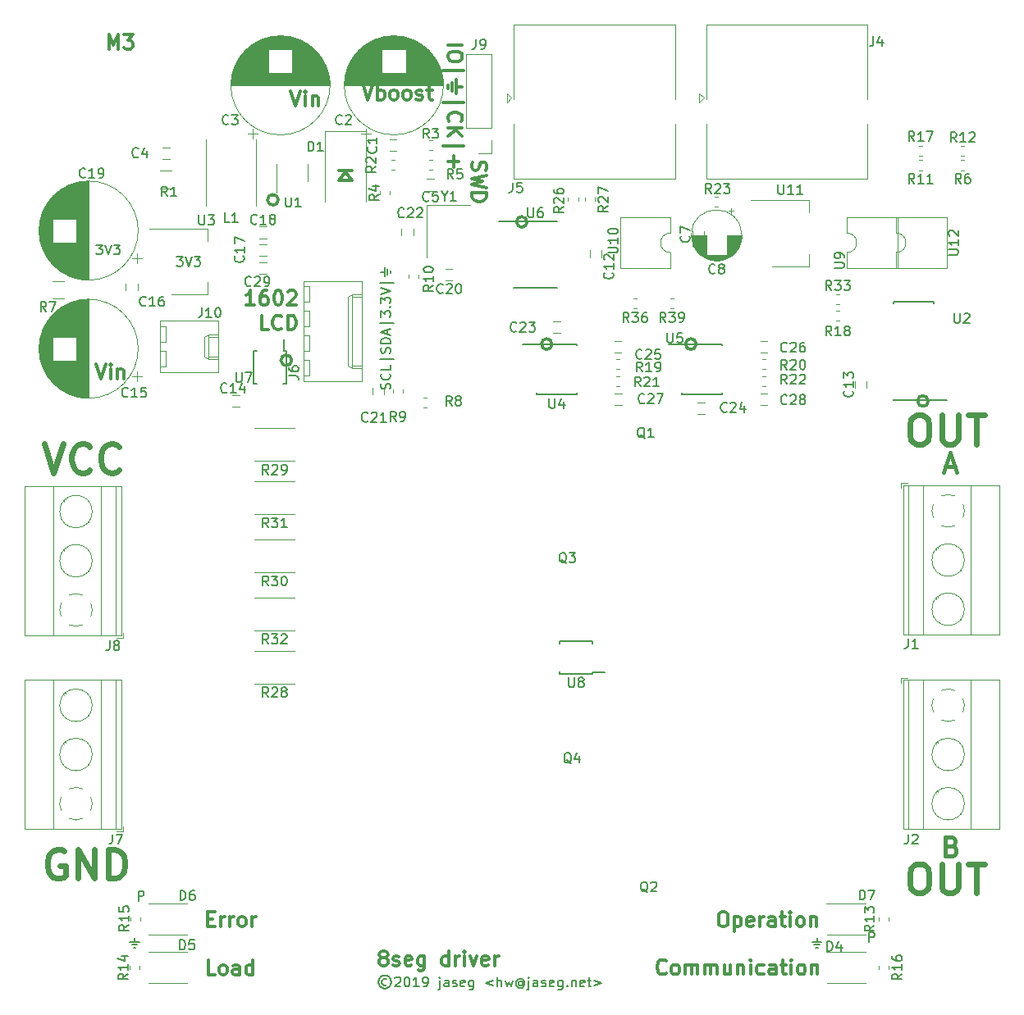
<source format=gbr>
G04 #@! TF.GenerationSoftware,KiCad,Pcbnew,(5.0.1)*
G04 #@! TF.CreationDate,2019-01-31T09:46:25+09:00*
G04 #@! TF.ProjectId,driver,6472697665722E6B696361645F706362,rev?*
G04 #@! TF.SameCoordinates,Original*
G04 #@! TF.FileFunction,Legend,Top*
G04 #@! TF.FilePolarity,Positive*
%FSLAX46Y46*%
G04 Gerber Fmt 4.6, Leading zero omitted, Abs format (unit mm)*
G04 Created by KiCad (PCBNEW (5.0.1)) date Thu Jan 31 09:46:25 2019*
%MOMM*%
%LPD*%
G01*
G04 APERTURE LIST*
%ADD10C,0.300000*%
%ADD11C,0.600000*%
%ADD12C,0.200000*%
%ADD13C,0.450000*%
%ADD14C,0.120000*%
%ADD15C,0.150000*%
G04 APERTURE END LIST*
D10*
X162950000Y-93500000D02*
G75*
G03X162950000Y-93500000I-550000J0D01*
G01*
X121550000Y-75000000D02*
G75*
G03X121550000Y-75000000I-550000J0D01*
G01*
X113371428Y-56764285D02*
X114871428Y-56764285D01*
X114871428Y-57764285D02*
X114871428Y-58050000D01*
X114800000Y-58192857D01*
X114657142Y-58335714D01*
X114371428Y-58407142D01*
X113871428Y-58407142D01*
X113585714Y-58335714D01*
X113442857Y-58192857D01*
X113371428Y-58050000D01*
X113371428Y-57764285D01*
X113442857Y-57621428D01*
X113585714Y-57478571D01*
X113871428Y-57407142D01*
X114371428Y-57407142D01*
X114657142Y-57478571D01*
X114800000Y-57621428D01*
X114871428Y-57764285D01*
X112871428Y-59407142D02*
X115014285Y-59407142D01*
X114228571Y-60335714D02*
X114228571Y-61764285D01*
X113800000Y-60621428D02*
X113800000Y-61478571D01*
X114871428Y-61050000D02*
X114228571Y-61050000D01*
X113371428Y-61192857D02*
X113371428Y-60907142D01*
X112871428Y-62692857D02*
X115014285Y-62692857D01*
X113514285Y-64621428D02*
X113442857Y-64550000D01*
X113371428Y-64335714D01*
X113371428Y-64192857D01*
X113442857Y-63978571D01*
X113585714Y-63835714D01*
X113728571Y-63764285D01*
X114014285Y-63692857D01*
X114228571Y-63692857D01*
X114514285Y-63764285D01*
X114657142Y-63835714D01*
X114800000Y-63978571D01*
X114871428Y-64192857D01*
X114871428Y-64335714D01*
X114800000Y-64550000D01*
X114728571Y-64621428D01*
X113371428Y-65264285D02*
X114871428Y-65264285D01*
X113371428Y-66121428D02*
X114228571Y-65478571D01*
X114871428Y-66121428D02*
X114014285Y-65264285D01*
X112871428Y-67121428D02*
X115014285Y-67121428D01*
X113942857Y-68192857D02*
X113942857Y-69335714D01*
X113371428Y-68764285D02*
X114514285Y-68764285D01*
D11*
X161750000Y-94957142D02*
X162321428Y-94957142D01*
X162607142Y-95100000D01*
X162892857Y-95385714D01*
X163035714Y-95957142D01*
X163035714Y-96957142D01*
X162892857Y-97528571D01*
X162607142Y-97814285D01*
X162321428Y-97957142D01*
X161750000Y-97957142D01*
X161464285Y-97814285D01*
X161178571Y-97528571D01*
X161035714Y-96957142D01*
X161035714Y-95957142D01*
X161178571Y-95385714D01*
X161464285Y-95100000D01*
X161750000Y-94957142D01*
X164321428Y-94957142D02*
X164321428Y-97385714D01*
X164464285Y-97671428D01*
X164607142Y-97814285D01*
X164892857Y-97957142D01*
X165464285Y-97957142D01*
X165750000Y-97814285D01*
X165892857Y-97671428D01*
X166035714Y-97385714D01*
X166035714Y-94957142D01*
X167035714Y-94957142D02*
X168750000Y-94957142D01*
X167892857Y-97957142D02*
X167892857Y-94957142D01*
D10*
X97250000Y-89300000D02*
G75*
G03X97250000Y-89300000I-550000J0D01*
G01*
X77064285Y-89678571D02*
X77564285Y-91178571D01*
X78064285Y-89678571D01*
X78564285Y-91178571D02*
X78564285Y-90178571D01*
X78564285Y-89678571D02*
X78492857Y-89750000D01*
X78564285Y-89821428D01*
X78635714Y-89750000D01*
X78564285Y-89678571D01*
X78564285Y-89821428D01*
X79278571Y-90178571D02*
X79278571Y-91178571D01*
X79278571Y-90321428D02*
X79350000Y-90250000D01*
X79492857Y-90178571D01*
X79707142Y-90178571D01*
X79850000Y-90250000D01*
X79921428Y-90392857D01*
X79921428Y-91178571D01*
X104628571Y-60878571D02*
X105128571Y-62378571D01*
X105628571Y-60878571D01*
X106128571Y-62378571D02*
X106128571Y-60878571D01*
X106128571Y-61450000D02*
X106271428Y-61378571D01*
X106557142Y-61378571D01*
X106700000Y-61450000D01*
X106771428Y-61521428D01*
X106842857Y-61664285D01*
X106842857Y-62092857D01*
X106771428Y-62235714D01*
X106700000Y-62307142D01*
X106557142Y-62378571D01*
X106271428Y-62378571D01*
X106128571Y-62307142D01*
X107700000Y-62378571D02*
X107557142Y-62307142D01*
X107485714Y-62235714D01*
X107414285Y-62092857D01*
X107414285Y-61664285D01*
X107485714Y-61521428D01*
X107557142Y-61450000D01*
X107700000Y-61378571D01*
X107914285Y-61378571D01*
X108057142Y-61450000D01*
X108128571Y-61521428D01*
X108200000Y-61664285D01*
X108200000Y-62092857D01*
X108128571Y-62235714D01*
X108057142Y-62307142D01*
X107914285Y-62378571D01*
X107700000Y-62378571D01*
X109057142Y-62378571D02*
X108914285Y-62307142D01*
X108842857Y-62235714D01*
X108771428Y-62092857D01*
X108771428Y-61664285D01*
X108842857Y-61521428D01*
X108914285Y-61450000D01*
X109057142Y-61378571D01*
X109271428Y-61378571D01*
X109414285Y-61450000D01*
X109485714Y-61521428D01*
X109557142Y-61664285D01*
X109557142Y-62092857D01*
X109485714Y-62235714D01*
X109414285Y-62307142D01*
X109271428Y-62378571D01*
X109057142Y-62378571D01*
X110128571Y-62307142D02*
X110271428Y-62378571D01*
X110557142Y-62378571D01*
X110700000Y-62307142D01*
X110771428Y-62164285D01*
X110771428Y-62092857D01*
X110700000Y-61950000D01*
X110557142Y-61878571D01*
X110342857Y-61878571D01*
X110200000Y-61807142D01*
X110128571Y-61664285D01*
X110128571Y-61592857D01*
X110200000Y-61450000D01*
X110342857Y-61378571D01*
X110557142Y-61378571D01*
X110700000Y-61450000D01*
X111200000Y-61378571D02*
X111771428Y-61378571D01*
X111414285Y-60878571D02*
X111414285Y-62164285D01*
X111485714Y-62307142D01*
X111628571Y-62378571D01*
X111771428Y-62378571D01*
X97164285Y-61478571D02*
X97664285Y-62978571D01*
X98164285Y-61478571D01*
X98664285Y-62978571D02*
X98664285Y-61978571D01*
X98664285Y-61478571D02*
X98592857Y-61550000D01*
X98664285Y-61621428D01*
X98735714Y-61550000D01*
X98664285Y-61478571D01*
X98664285Y-61621428D01*
X99378571Y-61978571D02*
X99378571Y-62978571D01*
X99378571Y-62121428D02*
X99450000Y-62050000D01*
X99592857Y-61978571D01*
X99807142Y-61978571D01*
X99950000Y-62050000D01*
X100021428Y-62192857D01*
X100021428Y-62978571D01*
X102100000Y-69700000D02*
X103500000Y-69700000D01*
X102800000Y-69900000D02*
X102100000Y-70700000D01*
X103500000Y-70700000D02*
X102800000Y-69900000D01*
X102200000Y-70700000D02*
X103500000Y-70700000D01*
D12*
X85386904Y-78577380D02*
X86005952Y-78577380D01*
X85672619Y-78958333D01*
X85815476Y-78958333D01*
X85910714Y-79005952D01*
X85958333Y-79053571D01*
X86005952Y-79148809D01*
X86005952Y-79386904D01*
X85958333Y-79482142D01*
X85910714Y-79529761D01*
X85815476Y-79577380D01*
X85529761Y-79577380D01*
X85434523Y-79529761D01*
X85386904Y-79482142D01*
X86291666Y-78577380D02*
X86625000Y-79577380D01*
X86958333Y-78577380D01*
X87196428Y-78577380D02*
X87815476Y-78577380D01*
X87482142Y-78958333D01*
X87625000Y-78958333D01*
X87720238Y-79005952D01*
X87767857Y-79053571D01*
X87815476Y-79148809D01*
X87815476Y-79386904D01*
X87767857Y-79482142D01*
X87720238Y-79529761D01*
X87625000Y-79577380D01*
X87339285Y-79577380D01*
X87244047Y-79529761D01*
X87196428Y-79482142D01*
X77086904Y-77377380D02*
X77705952Y-77377380D01*
X77372619Y-77758333D01*
X77515476Y-77758333D01*
X77610714Y-77805952D01*
X77658333Y-77853571D01*
X77705952Y-77948809D01*
X77705952Y-78186904D01*
X77658333Y-78282142D01*
X77610714Y-78329761D01*
X77515476Y-78377380D01*
X77229761Y-78377380D01*
X77134523Y-78329761D01*
X77086904Y-78282142D01*
X77991666Y-77377380D02*
X78325000Y-78377380D01*
X78658333Y-77377380D01*
X78896428Y-77377380D02*
X79515476Y-77377380D01*
X79182142Y-77758333D01*
X79325000Y-77758333D01*
X79420238Y-77805952D01*
X79467857Y-77853571D01*
X79515476Y-77948809D01*
X79515476Y-78186904D01*
X79467857Y-78282142D01*
X79420238Y-78329761D01*
X79325000Y-78377380D01*
X79039285Y-78377380D01*
X78944047Y-78329761D01*
X78896428Y-78282142D01*
D10*
X89378571Y-152728571D02*
X88664285Y-152728571D01*
X88664285Y-151228571D01*
X90092857Y-152728571D02*
X89950000Y-152657142D01*
X89878571Y-152585714D01*
X89807142Y-152442857D01*
X89807142Y-152014285D01*
X89878571Y-151871428D01*
X89950000Y-151800000D01*
X90092857Y-151728571D01*
X90307142Y-151728571D01*
X90450000Y-151800000D01*
X90521428Y-151871428D01*
X90592857Y-152014285D01*
X90592857Y-152442857D01*
X90521428Y-152585714D01*
X90450000Y-152657142D01*
X90307142Y-152728571D01*
X90092857Y-152728571D01*
X91878571Y-152728571D02*
X91878571Y-151942857D01*
X91807142Y-151800000D01*
X91664285Y-151728571D01*
X91378571Y-151728571D01*
X91235714Y-151800000D01*
X91878571Y-152657142D02*
X91735714Y-152728571D01*
X91378571Y-152728571D01*
X91235714Y-152657142D01*
X91164285Y-152514285D01*
X91164285Y-152371428D01*
X91235714Y-152228571D01*
X91378571Y-152157142D01*
X91735714Y-152157142D01*
X91878571Y-152085714D01*
X93235714Y-152728571D02*
X93235714Y-151228571D01*
X93235714Y-152657142D02*
X93092857Y-152728571D01*
X92807142Y-152728571D01*
X92664285Y-152657142D01*
X92592857Y-152585714D01*
X92521428Y-152442857D01*
X92521428Y-152014285D01*
X92592857Y-151871428D01*
X92664285Y-151800000D01*
X92807142Y-151728571D01*
X93092857Y-151728571D01*
X93235714Y-151800000D01*
X88607142Y-146992857D02*
X89107142Y-146992857D01*
X89321428Y-147778571D02*
X88607142Y-147778571D01*
X88607142Y-146278571D01*
X89321428Y-146278571D01*
X89964285Y-147778571D02*
X89964285Y-146778571D01*
X89964285Y-147064285D02*
X90035714Y-146921428D01*
X90107142Y-146850000D01*
X90250000Y-146778571D01*
X90392857Y-146778571D01*
X90892857Y-147778571D02*
X90892857Y-146778571D01*
X90892857Y-147064285D02*
X90964285Y-146921428D01*
X91035714Y-146850000D01*
X91178571Y-146778571D01*
X91321428Y-146778571D01*
X92035714Y-147778571D02*
X91892857Y-147707142D01*
X91821428Y-147635714D01*
X91750000Y-147492857D01*
X91750000Y-147064285D01*
X91821428Y-146921428D01*
X91892857Y-146850000D01*
X92035714Y-146778571D01*
X92250000Y-146778571D01*
X92392857Y-146850000D01*
X92464285Y-146921428D01*
X92535714Y-147064285D01*
X92535714Y-147492857D01*
X92464285Y-147635714D01*
X92392857Y-147707142D01*
X92250000Y-147778571D01*
X92035714Y-147778571D01*
X93178571Y-147778571D02*
X93178571Y-146778571D01*
X93178571Y-147064285D02*
X93250000Y-146921428D01*
X93321428Y-146850000D01*
X93464285Y-146778571D01*
X93607142Y-146778571D01*
X135882142Y-152560714D02*
X135810714Y-152632142D01*
X135596428Y-152703571D01*
X135453571Y-152703571D01*
X135239285Y-152632142D01*
X135096428Y-152489285D01*
X135025000Y-152346428D01*
X134953571Y-152060714D01*
X134953571Y-151846428D01*
X135025000Y-151560714D01*
X135096428Y-151417857D01*
X135239285Y-151275000D01*
X135453571Y-151203571D01*
X135596428Y-151203571D01*
X135810714Y-151275000D01*
X135882142Y-151346428D01*
X136739285Y-152703571D02*
X136596428Y-152632142D01*
X136525000Y-152560714D01*
X136453571Y-152417857D01*
X136453571Y-151989285D01*
X136525000Y-151846428D01*
X136596428Y-151775000D01*
X136739285Y-151703571D01*
X136953571Y-151703571D01*
X137096428Y-151775000D01*
X137167857Y-151846428D01*
X137239285Y-151989285D01*
X137239285Y-152417857D01*
X137167857Y-152560714D01*
X137096428Y-152632142D01*
X136953571Y-152703571D01*
X136739285Y-152703571D01*
X137882142Y-152703571D02*
X137882142Y-151703571D01*
X137882142Y-151846428D02*
X137953571Y-151775000D01*
X138096428Y-151703571D01*
X138310714Y-151703571D01*
X138453571Y-151775000D01*
X138525000Y-151917857D01*
X138525000Y-152703571D01*
X138525000Y-151917857D02*
X138596428Y-151775000D01*
X138739285Y-151703571D01*
X138953571Y-151703571D01*
X139096428Y-151775000D01*
X139167857Y-151917857D01*
X139167857Y-152703571D01*
X139882142Y-152703571D02*
X139882142Y-151703571D01*
X139882142Y-151846428D02*
X139953571Y-151775000D01*
X140096428Y-151703571D01*
X140310714Y-151703571D01*
X140453571Y-151775000D01*
X140525000Y-151917857D01*
X140525000Y-152703571D01*
X140525000Y-151917857D02*
X140596428Y-151775000D01*
X140739285Y-151703571D01*
X140953571Y-151703571D01*
X141096428Y-151775000D01*
X141167857Y-151917857D01*
X141167857Y-152703571D01*
X142525000Y-151703571D02*
X142525000Y-152703571D01*
X141882142Y-151703571D02*
X141882142Y-152489285D01*
X141953571Y-152632142D01*
X142096428Y-152703571D01*
X142310714Y-152703571D01*
X142453571Y-152632142D01*
X142525000Y-152560714D01*
X143239285Y-151703571D02*
X143239285Y-152703571D01*
X143239285Y-151846428D02*
X143310714Y-151775000D01*
X143453571Y-151703571D01*
X143667857Y-151703571D01*
X143810714Y-151775000D01*
X143882142Y-151917857D01*
X143882142Y-152703571D01*
X144596428Y-152703571D02*
X144596428Y-151703571D01*
X144596428Y-151203571D02*
X144525000Y-151275000D01*
X144596428Y-151346428D01*
X144667857Y-151275000D01*
X144596428Y-151203571D01*
X144596428Y-151346428D01*
X145953571Y-152632142D02*
X145810714Y-152703571D01*
X145525000Y-152703571D01*
X145382142Y-152632142D01*
X145310714Y-152560714D01*
X145239285Y-152417857D01*
X145239285Y-151989285D01*
X145310714Y-151846428D01*
X145382142Y-151775000D01*
X145525000Y-151703571D01*
X145810714Y-151703571D01*
X145953571Y-151775000D01*
X147239285Y-152703571D02*
X147239285Y-151917857D01*
X147167857Y-151775000D01*
X147025000Y-151703571D01*
X146739285Y-151703571D01*
X146596428Y-151775000D01*
X147239285Y-152632142D02*
X147096428Y-152703571D01*
X146739285Y-152703571D01*
X146596428Y-152632142D01*
X146525000Y-152489285D01*
X146525000Y-152346428D01*
X146596428Y-152203571D01*
X146739285Y-152132142D01*
X147096428Y-152132142D01*
X147239285Y-152060714D01*
X147739285Y-151703571D02*
X148310714Y-151703571D01*
X147953571Y-151203571D02*
X147953571Y-152489285D01*
X148025000Y-152632142D01*
X148167857Y-152703571D01*
X148310714Y-152703571D01*
X148810714Y-152703571D02*
X148810714Y-151703571D01*
X148810714Y-151203571D02*
X148739285Y-151275000D01*
X148810714Y-151346428D01*
X148882142Y-151275000D01*
X148810714Y-151203571D01*
X148810714Y-151346428D01*
X149739285Y-152703571D02*
X149596428Y-152632142D01*
X149525000Y-152560714D01*
X149453571Y-152417857D01*
X149453571Y-151989285D01*
X149525000Y-151846428D01*
X149596428Y-151775000D01*
X149739285Y-151703571D01*
X149953571Y-151703571D01*
X150096428Y-151775000D01*
X150167857Y-151846428D01*
X150239285Y-151989285D01*
X150239285Y-152417857D01*
X150167857Y-152560714D01*
X150096428Y-152632142D01*
X149953571Y-152703571D01*
X149739285Y-152703571D01*
X150882142Y-151703571D02*
X150882142Y-152703571D01*
X150882142Y-151846428D02*
X150953571Y-151775000D01*
X151096428Y-151703571D01*
X151310714Y-151703571D01*
X151453571Y-151775000D01*
X151525000Y-151917857D01*
X151525000Y-152703571D01*
X141650000Y-146278571D02*
X141935714Y-146278571D01*
X142078571Y-146350000D01*
X142221428Y-146492857D01*
X142292857Y-146778571D01*
X142292857Y-147278571D01*
X142221428Y-147564285D01*
X142078571Y-147707142D01*
X141935714Y-147778571D01*
X141650000Y-147778571D01*
X141507142Y-147707142D01*
X141364285Y-147564285D01*
X141292857Y-147278571D01*
X141292857Y-146778571D01*
X141364285Y-146492857D01*
X141507142Y-146350000D01*
X141650000Y-146278571D01*
X142935714Y-146778571D02*
X142935714Y-148278571D01*
X142935714Y-146850000D02*
X143078571Y-146778571D01*
X143364285Y-146778571D01*
X143507142Y-146850000D01*
X143578571Y-146921428D01*
X143650000Y-147064285D01*
X143650000Y-147492857D01*
X143578571Y-147635714D01*
X143507142Y-147707142D01*
X143364285Y-147778571D01*
X143078571Y-147778571D01*
X142935714Y-147707142D01*
X144864285Y-147707142D02*
X144721428Y-147778571D01*
X144435714Y-147778571D01*
X144292857Y-147707142D01*
X144221428Y-147564285D01*
X144221428Y-146992857D01*
X144292857Y-146850000D01*
X144435714Y-146778571D01*
X144721428Y-146778571D01*
X144864285Y-146850000D01*
X144935714Y-146992857D01*
X144935714Y-147135714D01*
X144221428Y-147278571D01*
X145578571Y-147778571D02*
X145578571Y-146778571D01*
X145578571Y-147064285D02*
X145650000Y-146921428D01*
X145721428Y-146850000D01*
X145864285Y-146778571D01*
X146007142Y-146778571D01*
X147150000Y-147778571D02*
X147150000Y-146992857D01*
X147078571Y-146850000D01*
X146935714Y-146778571D01*
X146650000Y-146778571D01*
X146507142Y-146850000D01*
X147150000Y-147707142D02*
X147007142Y-147778571D01*
X146650000Y-147778571D01*
X146507142Y-147707142D01*
X146435714Y-147564285D01*
X146435714Y-147421428D01*
X146507142Y-147278571D01*
X146650000Y-147207142D01*
X147007142Y-147207142D01*
X147150000Y-147135714D01*
X147650000Y-146778571D02*
X148221428Y-146778571D01*
X147864285Y-146278571D02*
X147864285Y-147564285D01*
X147935714Y-147707142D01*
X148078571Y-147778571D01*
X148221428Y-147778571D01*
X148721428Y-147778571D02*
X148721428Y-146778571D01*
X148721428Y-146278571D02*
X148650000Y-146350000D01*
X148721428Y-146421428D01*
X148792857Y-146350000D01*
X148721428Y-146278571D01*
X148721428Y-146421428D01*
X149650000Y-147778571D02*
X149507142Y-147707142D01*
X149435714Y-147635714D01*
X149364285Y-147492857D01*
X149364285Y-147064285D01*
X149435714Y-146921428D01*
X149507142Y-146850000D01*
X149650000Y-146778571D01*
X149864285Y-146778571D01*
X150007142Y-146850000D01*
X150078571Y-146921428D01*
X150150000Y-147064285D01*
X150150000Y-147492857D01*
X150078571Y-147635714D01*
X150007142Y-147707142D01*
X149864285Y-147778571D01*
X149650000Y-147778571D01*
X150792857Y-146778571D02*
X150792857Y-147778571D01*
X150792857Y-146921428D02*
X150864285Y-146850000D01*
X151007142Y-146778571D01*
X151221428Y-146778571D01*
X151364285Y-146850000D01*
X151435714Y-146992857D01*
X151435714Y-147778571D01*
X78385714Y-57178571D02*
X78385714Y-55678571D01*
X78885714Y-56750000D01*
X79385714Y-55678571D01*
X79385714Y-57178571D01*
X79957142Y-55678571D02*
X80885714Y-55678571D01*
X80385714Y-56250000D01*
X80600000Y-56250000D01*
X80742857Y-56321428D01*
X80814285Y-56392857D01*
X80885714Y-56535714D01*
X80885714Y-56892857D01*
X80814285Y-57035714D01*
X80742857Y-57107142D01*
X80600000Y-57178571D01*
X80171428Y-57178571D01*
X80028571Y-57107142D01*
X79957142Y-57035714D01*
D12*
X107059523Y-153215476D02*
X106964285Y-153167857D01*
X106773809Y-153167857D01*
X106678571Y-153215476D01*
X106583333Y-153310714D01*
X106535714Y-153405952D01*
X106535714Y-153596428D01*
X106583333Y-153691666D01*
X106678571Y-153786904D01*
X106773809Y-153834523D01*
X106964285Y-153834523D01*
X107059523Y-153786904D01*
X106869047Y-152834523D02*
X106630952Y-152882142D01*
X106392857Y-153025000D01*
X106250000Y-153263095D01*
X106202380Y-153501190D01*
X106250000Y-153739285D01*
X106392857Y-153977380D01*
X106630952Y-154120238D01*
X106869047Y-154167857D01*
X107107142Y-154120238D01*
X107345238Y-153977380D01*
X107488095Y-153739285D01*
X107535714Y-153501190D01*
X107488095Y-153263095D01*
X107345238Y-153025000D01*
X107107142Y-152882142D01*
X106869047Y-152834523D01*
X107916666Y-153072619D02*
X107964285Y-153025000D01*
X108059523Y-152977380D01*
X108297619Y-152977380D01*
X108392857Y-153025000D01*
X108440476Y-153072619D01*
X108488095Y-153167857D01*
X108488095Y-153263095D01*
X108440476Y-153405952D01*
X107869047Y-153977380D01*
X108488095Y-153977380D01*
X109107142Y-152977380D02*
X109202380Y-152977380D01*
X109297619Y-153025000D01*
X109345238Y-153072619D01*
X109392857Y-153167857D01*
X109440476Y-153358333D01*
X109440476Y-153596428D01*
X109392857Y-153786904D01*
X109345238Y-153882142D01*
X109297619Y-153929761D01*
X109202380Y-153977380D01*
X109107142Y-153977380D01*
X109011904Y-153929761D01*
X108964285Y-153882142D01*
X108916666Y-153786904D01*
X108869047Y-153596428D01*
X108869047Y-153358333D01*
X108916666Y-153167857D01*
X108964285Y-153072619D01*
X109011904Y-153025000D01*
X109107142Y-152977380D01*
X110392857Y-153977380D02*
X109821428Y-153977380D01*
X110107142Y-153977380D02*
X110107142Y-152977380D01*
X110011904Y-153120238D01*
X109916666Y-153215476D01*
X109821428Y-153263095D01*
X110869047Y-153977380D02*
X111059523Y-153977380D01*
X111154761Y-153929761D01*
X111202380Y-153882142D01*
X111297619Y-153739285D01*
X111345238Y-153548809D01*
X111345238Y-153167857D01*
X111297619Y-153072619D01*
X111250000Y-153025000D01*
X111154761Y-152977380D01*
X110964285Y-152977380D01*
X110869047Y-153025000D01*
X110821428Y-153072619D01*
X110773809Y-153167857D01*
X110773809Y-153405952D01*
X110821428Y-153501190D01*
X110869047Y-153548809D01*
X110964285Y-153596428D01*
X111154761Y-153596428D01*
X111250000Y-153548809D01*
X111297619Y-153501190D01*
X111345238Y-153405952D01*
X112535714Y-153310714D02*
X112535714Y-154167857D01*
X112488095Y-154263095D01*
X112392857Y-154310714D01*
X112345238Y-154310714D01*
X112535714Y-152977380D02*
X112488095Y-153025000D01*
X112535714Y-153072619D01*
X112583333Y-153025000D01*
X112535714Y-152977380D01*
X112535714Y-153072619D01*
X113440476Y-153977380D02*
X113440476Y-153453571D01*
X113392857Y-153358333D01*
X113297619Y-153310714D01*
X113107142Y-153310714D01*
X113011904Y-153358333D01*
X113440476Y-153929761D02*
X113345238Y-153977380D01*
X113107142Y-153977380D01*
X113011904Y-153929761D01*
X112964285Y-153834523D01*
X112964285Y-153739285D01*
X113011904Y-153644047D01*
X113107142Y-153596428D01*
X113345238Y-153596428D01*
X113440476Y-153548809D01*
X113869047Y-153929761D02*
X113964285Y-153977380D01*
X114154761Y-153977380D01*
X114250000Y-153929761D01*
X114297619Y-153834523D01*
X114297619Y-153786904D01*
X114250000Y-153691666D01*
X114154761Y-153644047D01*
X114011904Y-153644047D01*
X113916666Y-153596428D01*
X113869047Y-153501190D01*
X113869047Y-153453571D01*
X113916666Y-153358333D01*
X114011904Y-153310714D01*
X114154761Y-153310714D01*
X114250000Y-153358333D01*
X115107142Y-153929761D02*
X115011904Y-153977380D01*
X114821428Y-153977380D01*
X114726190Y-153929761D01*
X114678571Y-153834523D01*
X114678571Y-153453571D01*
X114726190Y-153358333D01*
X114821428Y-153310714D01*
X115011904Y-153310714D01*
X115107142Y-153358333D01*
X115154761Y-153453571D01*
X115154761Y-153548809D01*
X114678571Y-153644047D01*
X116011904Y-153310714D02*
X116011904Y-154120238D01*
X115964285Y-154215476D01*
X115916666Y-154263095D01*
X115821428Y-154310714D01*
X115678571Y-154310714D01*
X115583333Y-154263095D01*
X116011904Y-153929761D02*
X115916666Y-153977380D01*
X115726190Y-153977380D01*
X115630952Y-153929761D01*
X115583333Y-153882142D01*
X115535714Y-153786904D01*
X115535714Y-153501190D01*
X115583333Y-153405952D01*
X115630952Y-153358333D01*
X115726190Y-153310714D01*
X115916666Y-153310714D01*
X116011904Y-153358333D01*
X118011904Y-153310714D02*
X117250000Y-153596428D01*
X118011904Y-153882142D01*
X118488095Y-153977380D02*
X118488095Y-152977380D01*
X118916666Y-153977380D02*
X118916666Y-153453571D01*
X118869047Y-153358333D01*
X118773809Y-153310714D01*
X118630952Y-153310714D01*
X118535714Y-153358333D01*
X118488095Y-153405952D01*
X119297619Y-153310714D02*
X119488095Y-153977380D01*
X119678571Y-153501190D01*
X119869047Y-153977380D01*
X120059523Y-153310714D01*
X121059523Y-153501190D02*
X121011904Y-153453571D01*
X120916666Y-153405952D01*
X120821428Y-153405952D01*
X120726190Y-153453571D01*
X120678571Y-153501190D01*
X120630952Y-153596428D01*
X120630952Y-153691666D01*
X120678571Y-153786904D01*
X120726190Y-153834523D01*
X120821428Y-153882142D01*
X120916666Y-153882142D01*
X121011904Y-153834523D01*
X121059523Y-153786904D01*
X121059523Y-153405952D02*
X121059523Y-153786904D01*
X121107142Y-153834523D01*
X121154761Y-153834523D01*
X121250000Y-153786904D01*
X121297619Y-153691666D01*
X121297619Y-153453571D01*
X121202380Y-153310714D01*
X121059523Y-153215476D01*
X120869047Y-153167857D01*
X120678571Y-153215476D01*
X120535714Y-153310714D01*
X120440476Y-153453571D01*
X120392857Y-153644047D01*
X120440476Y-153834523D01*
X120535714Y-153977380D01*
X120678571Y-154072619D01*
X120869047Y-154120238D01*
X121059523Y-154072619D01*
X121202380Y-153977380D01*
X121726190Y-153310714D02*
X121726190Y-154167857D01*
X121678571Y-154263095D01*
X121583333Y-154310714D01*
X121535714Y-154310714D01*
X121726190Y-152977380D02*
X121678571Y-153025000D01*
X121726190Y-153072619D01*
X121773809Y-153025000D01*
X121726190Y-152977380D01*
X121726190Y-153072619D01*
X122630952Y-153977380D02*
X122630952Y-153453571D01*
X122583333Y-153358333D01*
X122488095Y-153310714D01*
X122297619Y-153310714D01*
X122202380Y-153358333D01*
X122630952Y-153929761D02*
X122535714Y-153977380D01*
X122297619Y-153977380D01*
X122202380Y-153929761D01*
X122154761Y-153834523D01*
X122154761Y-153739285D01*
X122202380Y-153644047D01*
X122297619Y-153596428D01*
X122535714Y-153596428D01*
X122630952Y-153548809D01*
X123059523Y-153929761D02*
X123154761Y-153977380D01*
X123345238Y-153977380D01*
X123440476Y-153929761D01*
X123488095Y-153834523D01*
X123488095Y-153786904D01*
X123440476Y-153691666D01*
X123345238Y-153644047D01*
X123202380Y-153644047D01*
X123107142Y-153596428D01*
X123059523Y-153501190D01*
X123059523Y-153453571D01*
X123107142Y-153358333D01*
X123202380Y-153310714D01*
X123345238Y-153310714D01*
X123440476Y-153358333D01*
X124297619Y-153929761D02*
X124202380Y-153977380D01*
X124011904Y-153977380D01*
X123916666Y-153929761D01*
X123869047Y-153834523D01*
X123869047Y-153453571D01*
X123916666Y-153358333D01*
X124011904Y-153310714D01*
X124202380Y-153310714D01*
X124297619Y-153358333D01*
X124345238Y-153453571D01*
X124345238Y-153548809D01*
X123869047Y-153644047D01*
X125202380Y-153310714D02*
X125202380Y-154120238D01*
X125154761Y-154215476D01*
X125107142Y-154263095D01*
X125011904Y-154310714D01*
X124869047Y-154310714D01*
X124773809Y-154263095D01*
X125202380Y-153929761D02*
X125107142Y-153977380D01*
X124916666Y-153977380D01*
X124821428Y-153929761D01*
X124773809Y-153882142D01*
X124726190Y-153786904D01*
X124726190Y-153501190D01*
X124773809Y-153405952D01*
X124821428Y-153358333D01*
X124916666Y-153310714D01*
X125107142Y-153310714D01*
X125202380Y-153358333D01*
X125678571Y-153882142D02*
X125726190Y-153929761D01*
X125678571Y-153977380D01*
X125630952Y-153929761D01*
X125678571Y-153882142D01*
X125678571Y-153977380D01*
X126154761Y-153310714D02*
X126154761Y-153977380D01*
X126154761Y-153405952D02*
X126202380Y-153358333D01*
X126297619Y-153310714D01*
X126440476Y-153310714D01*
X126535714Y-153358333D01*
X126583333Y-153453571D01*
X126583333Y-153977380D01*
X127440476Y-153929761D02*
X127345238Y-153977380D01*
X127154761Y-153977380D01*
X127059523Y-153929761D01*
X127011904Y-153834523D01*
X127011904Y-153453571D01*
X127059523Y-153358333D01*
X127154761Y-153310714D01*
X127345238Y-153310714D01*
X127440476Y-153358333D01*
X127488095Y-153453571D01*
X127488095Y-153548809D01*
X127011904Y-153644047D01*
X127773809Y-153310714D02*
X128154761Y-153310714D01*
X127916666Y-152977380D02*
X127916666Y-153834523D01*
X127964285Y-153929761D01*
X128059523Y-153977380D01*
X128154761Y-153977380D01*
X128488095Y-153310714D02*
X129250000Y-153596428D01*
X128488095Y-153882142D01*
D10*
X106603571Y-150971428D02*
X106460714Y-150900000D01*
X106389285Y-150828571D01*
X106317857Y-150685714D01*
X106317857Y-150614285D01*
X106389285Y-150471428D01*
X106460714Y-150400000D01*
X106603571Y-150328571D01*
X106889285Y-150328571D01*
X107032142Y-150400000D01*
X107103571Y-150471428D01*
X107175000Y-150614285D01*
X107175000Y-150685714D01*
X107103571Y-150828571D01*
X107032142Y-150900000D01*
X106889285Y-150971428D01*
X106603571Y-150971428D01*
X106460714Y-151042857D01*
X106389285Y-151114285D01*
X106317857Y-151257142D01*
X106317857Y-151542857D01*
X106389285Y-151685714D01*
X106460714Y-151757142D01*
X106603571Y-151828571D01*
X106889285Y-151828571D01*
X107032142Y-151757142D01*
X107103571Y-151685714D01*
X107175000Y-151542857D01*
X107175000Y-151257142D01*
X107103571Y-151114285D01*
X107032142Y-151042857D01*
X106889285Y-150971428D01*
X107746428Y-151757142D02*
X107889285Y-151828571D01*
X108175000Y-151828571D01*
X108317857Y-151757142D01*
X108389285Y-151614285D01*
X108389285Y-151542857D01*
X108317857Y-151400000D01*
X108175000Y-151328571D01*
X107960714Y-151328571D01*
X107817857Y-151257142D01*
X107746428Y-151114285D01*
X107746428Y-151042857D01*
X107817857Y-150900000D01*
X107960714Y-150828571D01*
X108175000Y-150828571D01*
X108317857Y-150900000D01*
X109603571Y-151757142D02*
X109460714Y-151828571D01*
X109175000Y-151828571D01*
X109032142Y-151757142D01*
X108960714Y-151614285D01*
X108960714Y-151042857D01*
X109032142Y-150900000D01*
X109175000Y-150828571D01*
X109460714Y-150828571D01*
X109603571Y-150900000D01*
X109675000Y-151042857D01*
X109675000Y-151185714D01*
X108960714Y-151328571D01*
X110960714Y-150828571D02*
X110960714Y-152042857D01*
X110889285Y-152185714D01*
X110817857Y-152257142D01*
X110675000Y-152328571D01*
X110460714Y-152328571D01*
X110317857Y-152257142D01*
X110960714Y-151757142D02*
X110817857Y-151828571D01*
X110532142Y-151828571D01*
X110389285Y-151757142D01*
X110317857Y-151685714D01*
X110246428Y-151542857D01*
X110246428Y-151114285D01*
X110317857Y-150971428D01*
X110389285Y-150900000D01*
X110532142Y-150828571D01*
X110817857Y-150828571D01*
X110960714Y-150900000D01*
X113460714Y-151828571D02*
X113460714Y-150328571D01*
X113460714Y-151757142D02*
X113317857Y-151828571D01*
X113032142Y-151828571D01*
X112889285Y-151757142D01*
X112817857Y-151685714D01*
X112746428Y-151542857D01*
X112746428Y-151114285D01*
X112817857Y-150971428D01*
X112889285Y-150900000D01*
X113032142Y-150828571D01*
X113317857Y-150828571D01*
X113460714Y-150900000D01*
X114175000Y-151828571D02*
X114175000Y-150828571D01*
X114175000Y-151114285D02*
X114246428Y-150971428D01*
X114317857Y-150900000D01*
X114460714Y-150828571D01*
X114603571Y-150828571D01*
X115103571Y-151828571D02*
X115103571Y-150828571D01*
X115103571Y-150328571D02*
X115032142Y-150400000D01*
X115103571Y-150471428D01*
X115175000Y-150400000D01*
X115103571Y-150328571D01*
X115103571Y-150471428D01*
X115675000Y-150828571D02*
X116032142Y-151828571D01*
X116389285Y-150828571D01*
X117532142Y-151757142D02*
X117389285Y-151828571D01*
X117103571Y-151828571D01*
X116960714Y-151757142D01*
X116889285Y-151614285D01*
X116889285Y-151042857D01*
X116960714Y-150900000D01*
X117103571Y-150828571D01*
X117389285Y-150828571D01*
X117532142Y-150900000D01*
X117603571Y-151042857D01*
X117603571Y-151185714D01*
X116889285Y-151328571D01*
X118246428Y-151828571D02*
X118246428Y-150828571D01*
X118246428Y-151114285D02*
X118317857Y-150971428D01*
X118389285Y-150900000D01*
X118532142Y-150828571D01*
X118675000Y-150828571D01*
X95875000Y-72725000D02*
G75*
G03X95875000Y-72725000I-550000J0D01*
G01*
X139000000Y-87625000D02*
G75*
G03X139000000Y-87625000I-550000J0D01*
G01*
X124125000Y-87625000D02*
G75*
G03X124125000Y-87625000I-550000J0D01*
G01*
D12*
X80573809Y-149380952D02*
X81526190Y-149380952D01*
X80764285Y-149666666D02*
X81335714Y-149666666D01*
X81050000Y-148952380D02*
X81050000Y-149380952D01*
X81145238Y-149952380D02*
X80954761Y-149952380D01*
X150973809Y-149355952D02*
X151926190Y-149355952D01*
X151164285Y-149641666D02*
X151735714Y-149641666D01*
X151450000Y-148927380D02*
X151450000Y-149355952D01*
X151545238Y-149927380D02*
X151354761Y-149927380D01*
X156838095Y-149352380D02*
X156838095Y-148352380D01*
X157219047Y-148352380D01*
X157314285Y-148400000D01*
X157361904Y-148447619D01*
X157409523Y-148542857D01*
X157409523Y-148685714D01*
X157361904Y-148780952D01*
X157314285Y-148828571D01*
X157219047Y-148876190D01*
X156838095Y-148876190D01*
X81438095Y-145102380D02*
X81438095Y-144102380D01*
X81819047Y-144102380D01*
X81914285Y-144150000D01*
X81961904Y-144197619D01*
X82009523Y-144292857D01*
X82009523Y-144435714D01*
X81961904Y-144530952D01*
X81914285Y-144578571D01*
X81819047Y-144626190D01*
X81438095Y-144626190D01*
X107404761Y-92261904D02*
X107452380Y-92119047D01*
X107452380Y-91880952D01*
X107404761Y-91785714D01*
X107357142Y-91738095D01*
X107261904Y-91690476D01*
X107166666Y-91690476D01*
X107071428Y-91738095D01*
X107023809Y-91785714D01*
X106976190Y-91880952D01*
X106928571Y-92071428D01*
X106880952Y-92166666D01*
X106833333Y-92214285D01*
X106738095Y-92261904D01*
X106642857Y-92261904D01*
X106547619Y-92214285D01*
X106500000Y-92166666D01*
X106452380Y-92071428D01*
X106452380Y-91833333D01*
X106500000Y-91690476D01*
X107357142Y-90690476D02*
X107404761Y-90738095D01*
X107452380Y-90880952D01*
X107452380Y-90976190D01*
X107404761Y-91119047D01*
X107309523Y-91214285D01*
X107214285Y-91261904D01*
X107023809Y-91309523D01*
X106880952Y-91309523D01*
X106690476Y-91261904D01*
X106595238Y-91214285D01*
X106500000Y-91119047D01*
X106452380Y-90976190D01*
X106452380Y-90880952D01*
X106500000Y-90738095D01*
X106547619Y-90690476D01*
X107452380Y-89785714D02*
X107452380Y-90261904D01*
X106452380Y-90261904D01*
X107785714Y-89214285D02*
X106357142Y-89214285D01*
X107404761Y-88547619D02*
X107452380Y-88404761D01*
X107452380Y-88166666D01*
X107404761Y-88071428D01*
X107357142Y-88023809D01*
X107261904Y-87976190D01*
X107166666Y-87976190D01*
X107071428Y-88023809D01*
X107023809Y-88071428D01*
X106976190Y-88166666D01*
X106928571Y-88357142D01*
X106880952Y-88452380D01*
X106833333Y-88500000D01*
X106738095Y-88547619D01*
X106642857Y-88547619D01*
X106547619Y-88500000D01*
X106500000Y-88452380D01*
X106452380Y-88357142D01*
X106452380Y-88119047D01*
X106500000Y-87976190D01*
X107452380Y-87547619D02*
X106452380Y-87547619D01*
X106452380Y-87309523D01*
X106500000Y-87166666D01*
X106595238Y-87071428D01*
X106690476Y-87023809D01*
X106880952Y-86976190D01*
X107023809Y-86976190D01*
X107214285Y-87023809D01*
X107309523Y-87071428D01*
X107404761Y-87166666D01*
X107452380Y-87309523D01*
X107452380Y-87547619D01*
X107166666Y-86595238D02*
X107166666Y-86119047D01*
X107452380Y-86690476D02*
X106452380Y-86357142D01*
X107452380Y-86023809D01*
X107785714Y-85452380D02*
X106357142Y-85452380D01*
X106452380Y-84833333D02*
X106452380Y-84214285D01*
X106833333Y-84547619D01*
X106833333Y-84404761D01*
X106880952Y-84309523D01*
X106928571Y-84261904D01*
X107023809Y-84214285D01*
X107261904Y-84214285D01*
X107357142Y-84261904D01*
X107404761Y-84309523D01*
X107452380Y-84404761D01*
X107452380Y-84690476D01*
X107404761Y-84785714D01*
X107357142Y-84833333D01*
X107357142Y-83785714D02*
X107404761Y-83738095D01*
X107452380Y-83785714D01*
X107404761Y-83833333D01*
X107357142Y-83785714D01*
X107452380Y-83785714D01*
X106452380Y-83404761D02*
X106452380Y-82785714D01*
X106833333Y-83119047D01*
X106833333Y-82976190D01*
X106880952Y-82880952D01*
X106928571Y-82833333D01*
X107023809Y-82785714D01*
X107261904Y-82785714D01*
X107357142Y-82833333D01*
X107404761Y-82880952D01*
X107452380Y-82976190D01*
X107452380Y-83261904D01*
X107404761Y-83357142D01*
X107357142Y-83404761D01*
X106452380Y-82500000D02*
X107452380Y-82166666D01*
X106452380Y-81833333D01*
X107785714Y-81261904D02*
X106357142Y-81261904D01*
X106880952Y-80642857D02*
X106880952Y-79690476D01*
X107166666Y-80452380D02*
X107166666Y-79880952D01*
X106452380Y-80166666D02*
X106880952Y-80166666D01*
X107452380Y-80071428D02*
X107452380Y-80261904D01*
D10*
X93433571Y-83603571D02*
X92576428Y-83603571D01*
X93005000Y-83603571D02*
X93005000Y-82103571D01*
X92862142Y-82317857D01*
X92719285Y-82460714D01*
X92576428Y-82532142D01*
X94719285Y-82103571D02*
X94433571Y-82103571D01*
X94290714Y-82175000D01*
X94219285Y-82246428D01*
X94076428Y-82460714D01*
X94005000Y-82746428D01*
X94005000Y-83317857D01*
X94076428Y-83460714D01*
X94147857Y-83532142D01*
X94290714Y-83603571D01*
X94576428Y-83603571D01*
X94719285Y-83532142D01*
X94790714Y-83460714D01*
X94862142Y-83317857D01*
X94862142Y-82960714D01*
X94790714Y-82817857D01*
X94719285Y-82746428D01*
X94576428Y-82675000D01*
X94290714Y-82675000D01*
X94147857Y-82746428D01*
X94076428Y-82817857D01*
X94005000Y-82960714D01*
X95790714Y-82103571D02*
X95933571Y-82103571D01*
X96076428Y-82175000D01*
X96147857Y-82246428D01*
X96219285Y-82389285D01*
X96290714Y-82675000D01*
X96290714Y-83032142D01*
X96219285Y-83317857D01*
X96147857Y-83460714D01*
X96076428Y-83532142D01*
X95933571Y-83603571D01*
X95790714Y-83603571D01*
X95647857Y-83532142D01*
X95576428Y-83460714D01*
X95505000Y-83317857D01*
X95433571Y-83032142D01*
X95433571Y-82675000D01*
X95505000Y-82389285D01*
X95576428Y-82246428D01*
X95647857Y-82175000D01*
X95790714Y-82103571D01*
X96862142Y-82246428D02*
X96933571Y-82175000D01*
X97076428Y-82103571D01*
X97433571Y-82103571D01*
X97576428Y-82175000D01*
X97647857Y-82246428D01*
X97719285Y-82389285D01*
X97719285Y-82532142D01*
X97647857Y-82746428D01*
X96790714Y-83603571D01*
X97719285Y-83603571D01*
X94862142Y-86153571D02*
X94147857Y-86153571D01*
X94147857Y-84653571D01*
X96219285Y-86010714D02*
X96147857Y-86082142D01*
X95933571Y-86153571D01*
X95790714Y-86153571D01*
X95576428Y-86082142D01*
X95433571Y-85939285D01*
X95362142Y-85796428D01*
X95290714Y-85510714D01*
X95290714Y-85296428D01*
X95362142Y-85010714D01*
X95433571Y-84867857D01*
X95576428Y-84725000D01*
X95790714Y-84653571D01*
X95933571Y-84653571D01*
X96147857Y-84725000D01*
X96219285Y-84796428D01*
X96862142Y-86153571D02*
X96862142Y-84653571D01*
X97219285Y-84653571D01*
X97433571Y-84725000D01*
X97576428Y-84867857D01*
X97647857Y-85010714D01*
X97719285Y-85296428D01*
X97719285Y-85510714D01*
X97647857Y-85796428D01*
X97576428Y-85939285D01*
X97433571Y-86082142D01*
X97219285Y-86153571D01*
X96862142Y-86153571D01*
X115942857Y-68814285D02*
X115871428Y-69028571D01*
X115871428Y-69385714D01*
X115942857Y-69528571D01*
X116014285Y-69600000D01*
X116157142Y-69671428D01*
X116300000Y-69671428D01*
X116442857Y-69600000D01*
X116514285Y-69528571D01*
X116585714Y-69385714D01*
X116657142Y-69100000D01*
X116728571Y-68957142D01*
X116800000Y-68885714D01*
X116942857Y-68814285D01*
X117085714Y-68814285D01*
X117228571Y-68885714D01*
X117300000Y-68957142D01*
X117371428Y-69100000D01*
X117371428Y-69457142D01*
X117300000Y-69671428D01*
X117371428Y-70171428D02*
X115871428Y-70528571D01*
X116942857Y-70814285D01*
X115871428Y-71100000D01*
X117371428Y-71457142D01*
X115871428Y-72028571D02*
X117371428Y-72028571D01*
X117371428Y-72385714D01*
X117300000Y-72600000D01*
X117157142Y-72742857D01*
X117014285Y-72814285D01*
X116728571Y-72885714D01*
X116514285Y-72885714D01*
X116228571Y-72814285D01*
X116085714Y-72742857D01*
X115942857Y-72600000D01*
X115871428Y-72385714D01*
X115871428Y-72028571D01*
D13*
X165342857Y-139457142D02*
X165628571Y-139552380D01*
X165723809Y-139647619D01*
X165819047Y-139838095D01*
X165819047Y-140123809D01*
X165723809Y-140314285D01*
X165628571Y-140409523D01*
X165438095Y-140504761D01*
X164676190Y-140504761D01*
X164676190Y-138504761D01*
X165342857Y-138504761D01*
X165533333Y-138600000D01*
X165628571Y-138695238D01*
X165723809Y-138885714D01*
X165723809Y-139076190D01*
X165628571Y-139266666D01*
X165533333Y-139361904D01*
X165342857Y-139457142D01*
X164676190Y-139457142D01*
D11*
X161750000Y-141307142D02*
X162321428Y-141307142D01*
X162607142Y-141450000D01*
X162892857Y-141735714D01*
X163035714Y-142307142D01*
X163035714Y-143307142D01*
X162892857Y-143878571D01*
X162607142Y-144164285D01*
X162321428Y-144307142D01*
X161750000Y-144307142D01*
X161464285Y-144164285D01*
X161178571Y-143878571D01*
X161035714Y-143307142D01*
X161035714Y-142307142D01*
X161178571Y-141735714D01*
X161464285Y-141450000D01*
X161750000Y-141307142D01*
X164321428Y-141307142D02*
X164321428Y-143735714D01*
X164464285Y-144021428D01*
X164607142Y-144164285D01*
X164892857Y-144307142D01*
X165464285Y-144307142D01*
X165750000Y-144164285D01*
X165892857Y-144021428D01*
X166035714Y-143735714D01*
X166035714Y-141307142D01*
X167035714Y-141307142D02*
X168750000Y-141307142D01*
X167892857Y-144307142D02*
X167892857Y-141307142D01*
D13*
X164723809Y-100283333D02*
X165676190Y-100283333D01*
X164533333Y-100854761D02*
X165200000Y-98854761D01*
X165866666Y-100854761D01*
D11*
X71700000Y-97907142D02*
X72700000Y-100907142D01*
X73700000Y-97907142D01*
X76414285Y-100621428D02*
X76271428Y-100764285D01*
X75842857Y-100907142D01*
X75557142Y-100907142D01*
X75128571Y-100764285D01*
X74842857Y-100478571D01*
X74700000Y-100192857D01*
X74557142Y-99621428D01*
X74557142Y-99192857D01*
X74700000Y-98621428D01*
X74842857Y-98335714D01*
X75128571Y-98050000D01*
X75557142Y-97907142D01*
X75842857Y-97907142D01*
X76271428Y-98050000D01*
X76414285Y-98192857D01*
X79414285Y-100621428D02*
X79271428Y-100764285D01*
X78842857Y-100907142D01*
X78557142Y-100907142D01*
X78128571Y-100764285D01*
X77842857Y-100478571D01*
X77700000Y-100192857D01*
X77557142Y-99621428D01*
X77557142Y-99192857D01*
X77700000Y-98621428D01*
X77842857Y-98335714D01*
X78128571Y-98050000D01*
X78557142Y-97907142D01*
X78842857Y-97907142D01*
X79271428Y-98050000D01*
X79414285Y-98192857D01*
X73764285Y-139950000D02*
X73478571Y-139807142D01*
X73050000Y-139807142D01*
X72621428Y-139950000D01*
X72335714Y-140235714D01*
X72192857Y-140521428D01*
X72050000Y-141092857D01*
X72050000Y-141521428D01*
X72192857Y-142092857D01*
X72335714Y-142378571D01*
X72621428Y-142664285D01*
X73050000Y-142807142D01*
X73335714Y-142807142D01*
X73764285Y-142664285D01*
X73907142Y-142521428D01*
X73907142Y-141521428D01*
X73335714Y-141521428D01*
X75192857Y-142807142D02*
X75192857Y-139807142D01*
X76907142Y-142807142D01*
X76907142Y-139807142D01*
X78335714Y-142807142D02*
X78335714Y-139807142D01*
X79050000Y-139807142D01*
X79478571Y-139950000D01*
X79764285Y-140235714D01*
X79907142Y-140521428D01*
X80050000Y-141092857D01*
X80050000Y-141521428D01*
X79907142Y-142092857D01*
X79764285Y-142378571D01*
X79478571Y-142664285D01*
X79050000Y-142807142D01*
X78335714Y-142807142D01*
D14*
G04 #@! TO.C,J6*
X99100000Y-81680000D02*
X98480000Y-81680000D01*
X99100000Y-83280000D02*
X99100000Y-81680000D01*
X98480000Y-83280000D02*
X99100000Y-83280000D01*
X99100000Y-84220000D02*
X98480000Y-84220000D01*
X99100000Y-85820000D02*
X99100000Y-84220000D01*
X98480000Y-85820000D02*
X99100000Y-85820000D01*
X99100000Y-86760000D02*
X98480000Y-86760000D01*
X99100000Y-88360000D02*
X99100000Y-86760000D01*
X98480000Y-88360000D02*
X99100000Y-88360000D01*
X99100000Y-89300000D02*
X98480000Y-89300000D01*
X99100000Y-90900000D02*
X99100000Y-89300000D01*
X98480000Y-90900000D02*
X99100000Y-90900000D01*
X104480000Y-82730000D02*
X103480000Y-82730000D01*
X104480000Y-89850000D02*
X103480000Y-89850000D01*
X103050000Y-82730000D02*
X103480000Y-82480000D01*
X103050000Y-89850000D02*
X103050000Y-82730000D01*
X103480000Y-90100000D02*
X103050000Y-89850000D01*
X103480000Y-82480000D02*
X104480000Y-82480000D01*
X103480000Y-90100000D02*
X103480000Y-82480000D01*
X104480000Y-90100000D02*
X103480000Y-90100000D01*
X98480000Y-81110000D02*
X98480000Y-91470000D01*
X104480000Y-81110000D02*
X98480000Y-81110000D01*
X104480000Y-91470000D02*
X104480000Y-81110000D01*
X98480000Y-91470000D02*
X104480000Y-91470000D01*
D15*
G04 #@! TO.C,U7*
X96675000Y-88325000D02*
X96450000Y-88325000D01*
X96675000Y-91675000D02*
X96375000Y-91675000D01*
X93325000Y-91675000D02*
X93625000Y-91675000D01*
X93325000Y-88325000D02*
X93625000Y-88325000D01*
X96675000Y-88325000D02*
X96675000Y-91675000D01*
X93325000Y-88325000D02*
X93325000Y-91675000D01*
X96450000Y-88325000D02*
X96450000Y-87100000D01*
G04 #@! TO.C,U6*
X120175000Y-81850000D02*
X124625000Y-81850000D01*
X118650000Y-74950000D02*
X124625000Y-74950000D01*
D14*
G04 #@! TO.C,R3*
X111428733Y-66590000D02*
X111771267Y-66590000D01*
X111428733Y-67610000D02*
X111771267Y-67610000D01*
G04 #@! TO.C,R39*
X136671267Y-82890000D02*
X136328733Y-82890000D01*
X136671267Y-83910000D02*
X136328733Y-83910000D01*
G04 #@! TO.C,U12*
X159640000Y-76160000D02*
G75*
G02X159640000Y-78160000I0J-1000000D01*
G01*
X159640000Y-78160000D02*
X159640000Y-79810000D01*
X159640000Y-79810000D02*
X164840000Y-79810000D01*
X164840000Y-79810000D02*
X164840000Y-74510000D01*
X164840000Y-74510000D02*
X159640000Y-74510000D01*
X159640000Y-74510000D02*
X159640000Y-76160000D01*
G04 #@! TO.C,C1*
X107350000Y-66500000D02*
X108050000Y-66500000D01*
X108050000Y-67700000D02*
X107350000Y-67700000D01*
G04 #@! TO.C,C4*
X84650000Y-68550000D02*
X83950000Y-68550000D01*
X83950000Y-67350000D02*
X84650000Y-67350000D01*
G04 #@! TO.C,C5*
X111924999Y-71774999D02*
X111224999Y-71774999D01*
X111224999Y-70574999D02*
X111924999Y-70574999D01*
G04 #@! TO.C,C12*
X129200000Y-77950000D02*
X129200000Y-78650000D01*
X128000000Y-78650000D02*
X128000000Y-77950000D01*
G04 #@! TO.C,C13*
X156600000Y-91450000D02*
X156600000Y-92150000D01*
X155400000Y-92150000D02*
X155400000Y-91450000D01*
G04 #@! TO.C,C14*
X91850000Y-94100000D02*
X91150000Y-94100000D01*
X91150000Y-92900000D02*
X91850000Y-92900000D01*
G04 #@! TO.C,C16*
X80150000Y-82100000D02*
X80150000Y-81400000D01*
X81350000Y-81400000D02*
X81350000Y-82100000D01*
G04 #@! TO.C,C17*
X94650000Y-78500000D02*
X93950000Y-78500000D01*
X93950000Y-77300000D02*
X94650000Y-77300000D01*
G04 #@! TO.C,C18*
X94650000Y-76700000D02*
X93950000Y-76700000D01*
X93950000Y-75500000D02*
X94650000Y-75500000D01*
G04 #@! TO.C,C20*
X113850000Y-81050000D02*
X113150000Y-81050000D01*
X113150000Y-79850000D02*
X113850000Y-79850000D01*
G04 #@! TO.C,C21*
X106800000Y-92150000D02*
X106800000Y-92850000D01*
X105600000Y-92850000D02*
X105600000Y-92150000D01*
G04 #@! TO.C,C22*
X108600000Y-76400000D02*
X108600000Y-75700000D01*
X109800000Y-75700000D02*
X109800000Y-76400000D01*
G04 #@! TO.C,C23*
X124250000Y-85300000D02*
X124950000Y-85300000D01*
X124950000Y-86500000D02*
X124250000Y-86500000D01*
G04 #@! TO.C,C24*
X139850000Y-94850000D02*
X139150000Y-94850000D01*
X139150000Y-93650000D02*
X139850000Y-93650000D01*
G04 #@! TO.C,C25*
X130550000Y-87300000D02*
X131250000Y-87300000D01*
X131250000Y-88500000D02*
X130550000Y-88500000D01*
G04 #@! TO.C,C26*
X145650000Y-87300000D02*
X146350000Y-87300000D01*
X146350000Y-88500000D02*
X145650000Y-88500000D01*
G04 #@! TO.C,C27*
X130600000Y-92700000D02*
X131300000Y-92700000D01*
X131300000Y-93900000D02*
X130600000Y-93900000D01*
G04 #@! TO.C,C28*
X146350000Y-93900000D02*
X145650000Y-93900000D01*
X145650000Y-92700000D02*
X146350000Y-92700000D01*
G04 #@! TO.C,C29*
X94650000Y-80400000D02*
X93950000Y-80400000D01*
X93950000Y-79200000D02*
X94650000Y-79200000D01*
G04 #@! TO.C,D1*
X104950000Y-65600000D02*
X100650000Y-65600000D01*
X100650000Y-65600000D02*
X100650000Y-72900000D01*
X104950000Y-65600000D02*
X104950000Y-72900000D01*
G04 #@! TO.C,D4*
X156450000Y-150400000D02*
X152450000Y-150400000D01*
X156500000Y-153600000D02*
X152500000Y-153600000D01*
G04 #@! TO.C,D5*
X86500000Y-153600000D02*
X82500000Y-153600000D01*
X86450000Y-150400000D02*
X82450000Y-150400000D01*
G04 #@! TO.C,D6*
X86500000Y-148600000D02*
X82500000Y-148600000D01*
X86450000Y-145400000D02*
X82450000Y-145400000D01*
G04 #@! TO.C,D7*
X156450000Y-145400000D02*
X152450000Y-145400000D01*
X156500000Y-148600000D02*
X152500000Y-148600000D01*
G04 #@! TO.C,J1*
X163465244Y-105523318D02*
G75*
G02X163320000Y-104840000I1534756J683318D01*
G01*
X165683042Y-106375426D02*
G75*
G02X164316000Y-106375000I-683042J1535426D01*
G01*
X166535426Y-104156958D02*
G75*
G02X166535000Y-105524000I-1535426J-683042D01*
G01*
X164316958Y-103304574D02*
G75*
G02X165684000Y-103305000I683042J-1535426D01*
G01*
X163319747Y-104868805D02*
G75*
G02X163465000Y-104156000I1680253J28805D01*
G01*
X166680000Y-109920000D02*
G75*
G03X166680000Y-109920000I-1680000J0D01*
G01*
X166680000Y-115000000D02*
G75*
G03X166680000Y-115000000I-1680000J0D01*
G01*
X160900000Y-102240000D02*
X160900000Y-117600000D01*
X162400000Y-102240000D02*
X162400000Y-117600000D01*
X167301000Y-102240000D02*
X167301000Y-117600000D01*
X170261000Y-102240000D02*
X170261000Y-117600000D01*
X160340000Y-102240000D02*
X160340000Y-117600000D01*
X170261000Y-102240000D02*
X160340000Y-102240000D01*
X170261000Y-117600000D02*
X160340000Y-117600000D01*
X166069000Y-111195000D02*
X166023000Y-111148000D01*
X163761000Y-108886000D02*
X163726000Y-108851000D01*
X166275000Y-110990000D02*
X166239000Y-110955000D01*
X163977000Y-108693000D02*
X163931000Y-108646000D01*
X166069000Y-116275000D02*
X166023000Y-116228000D01*
X163761000Y-113966000D02*
X163726000Y-113931000D01*
X166275000Y-116070000D02*
X166239000Y-116035000D01*
X163977000Y-113773000D02*
X163931000Y-113726000D01*
X160840000Y-102000000D02*
X160100000Y-102000000D01*
X160100000Y-102000000D02*
X160100000Y-102500000D01*
G04 #@! TO.C,J2*
X160100000Y-122080000D02*
X160100000Y-122580000D01*
X160840000Y-122080000D02*
X160100000Y-122080000D01*
X163977000Y-133853000D02*
X163931000Y-133806000D01*
X166275000Y-136150000D02*
X166239000Y-136115000D01*
X163761000Y-134046000D02*
X163726000Y-134011000D01*
X166069000Y-136355000D02*
X166023000Y-136308000D01*
X163977000Y-128773000D02*
X163931000Y-128726000D01*
X166275000Y-131070000D02*
X166239000Y-131035000D01*
X163761000Y-128966000D02*
X163726000Y-128931000D01*
X166069000Y-131275000D02*
X166023000Y-131228000D01*
X170261000Y-137680000D02*
X160340000Y-137680000D01*
X170261000Y-122320000D02*
X160340000Y-122320000D01*
X160340000Y-122320000D02*
X160340000Y-137680000D01*
X170261000Y-122320000D02*
X170261000Y-137680000D01*
X167301000Y-122320000D02*
X167301000Y-137680000D01*
X162400000Y-122320000D02*
X162400000Y-137680000D01*
X160900000Y-122320000D02*
X160900000Y-137680000D01*
X166680000Y-135080000D02*
G75*
G03X166680000Y-135080000I-1680000J0D01*
G01*
X166680000Y-130000000D02*
G75*
G03X166680000Y-130000000I-1680000J0D01*
G01*
X163319747Y-124948805D02*
G75*
G02X163465000Y-124236000I1680253J28805D01*
G01*
X164316958Y-123384574D02*
G75*
G02X165684000Y-123385000I683042J-1535426D01*
G01*
X166535426Y-124236958D02*
G75*
G02X166535000Y-125604000I-1535426J-683042D01*
G01*
X165683042Y-126455426D02*
G75*
G02X164316000Y-126455000I-683042J1535426D01*
G01*
X163465244Y-125603318D02*
G75*
G02X163320000Y-124920000I1534756J683318D01*
G01*
G04 #@! TO.C,J7*
X79900000Y-137920000D02*
X79900000Y-137420000D01*
X79160000Y-137920000D02*
X79900000Y-137920000D01*
X76023000Y-126147000D02*
X76069000Y-126194000D01*
X73725000Y-123850000D02*
X73761000Y-123885000D01*
X76239000Y-125954000D02*
X76274000Y-125989000D01*
X73931000Y-123645000D02*
X73977000Y-123692000D01*
X76023000Y-131227000D02*
X76069000Y-131274000D01*
X73725000Y-128930000D02*
X73761000Y-128965000D01*
X76239000Y-131034000D02*
X76274000Y-131069000D01*
X73931000Y-128725000D02*
X73977000Y-128772000D01*
X69739000Y-122320000D02*
X79660000Y-122320000D01*
X69739000Y-137680000D02*
X79660000Y-137680000D01*
X79660000Y-137680000D02*
X79660000Y-122320000D01*
X69739000Y-137680000D02*
X69739000Y-122320000D01*
X72699000Y-137680000D02*
X72699000Y-122320000D01*
X77600000Y-137680000D02*
X77600000Y-122320000D01*
X79100000Y-137680000D02*
X79100000Y-122320000D01*
X76680000Y-124920000D02*
G75*
G03X76680000Y-124920000I-1680000J0D01*
G01*
X76680000Y-130000000D02*
G75*
G03X76680000Y-130000000I-1680000J0D01*
G01*
X76680253Y-135051195D02*
G75*
G02X76535000Y-135764000I-1680253J-28805D01*
G01*
X75683042Y-136615426D02*
G75*
G02X74316000Y-136615000I-683042J1535426D01*
G01*
X73464574Y-135763042D02*
G75*
G02X73465000Y-134396000I1535426J683042D01*
G01*
X74316958Y-133544574D02*
G75*
G02X75684000Y-133545000I683042J-1535426D01*
G01*
X76534756Y-134396682D02*
G75*
G02X76680000Y-135080000I-1534756J-683318D01*
G01*
G04 #@! TO.C,J8*
X76534756Y-114396682D02*
G75*
G02X76680000Y-115080000I-1534756J-683318D01*
G01*
X74316958Y-113544574D02*
G75*
G02X75684000Y-113545000I683042J-1535426D01*
G01*
X73464574Y-115763042D02*
G75*
G02X73465000Y-114396000I1535426J683042D01*
G01*
X75683042Y-116615426D02*
G75*
G02X74316000Y-116615000I-683042J1535426D01*
G01*
X76680253Y-115051195D02*
G75*
G02X76535000Y-115764000I-1680253J-28805D01*
G01*
X76680000Y-110000000D02*
G75*
G03X76680000Y-110000000I-1680000J0D01*
G01*
X76680000Y-104920000D02*
G75*
G03X76680000Y-104920000I-1680000J0D01*
G01*
X79100000Y-117680000D02*
X79100000Y-102320000D01*
X77600000Y-117680000D02*
X77600000Y-102320000D01*
X72699000Y-117680000D02*
X72699000Y-102320000D01*
X69739000Y-117680000D02*
X69739000Y-102320000D01*
X79660000Y-117680000D02*
X79660000Y-102320000D01*
X69739000Y-117680000D02*
X79660000Y-117680000D01*
X69739000Y-102320000D02*
X79660000Y-102320000D01*
X73931000Y-108725000D02*
X73977000Y-108772000D01*
X76239000Y-111034000D02*
X76274000Y-111069000D01*
X73725000Y-108930000D02*
X73761000Y-108965000D01*
X76023000Y-111227000D02*
X76069000Y-111274000D01*
X73931000Y-103645000D02*
X73977000Y-103692000D01*
X76239000Y-105954000D02*
X76274000Y-105989000D01*
X73725000Y-103850000D02*
X73761000Y-103885000D01*
X76023000Y-106147000D02*
X76069000Y-106194000D01*
X79160000Y-117920000D02*
X79900000Y-117920000D01*
X79900000Y-117920000D02*
X79900000Y-117420000D01*
G04 #@! TO.C,L1*
X93550000Y-66450000D02*
X93550000Y-73350000D01*
X88450000Y-66450000D02*
X88450000Y-73350000D01*
G04 #@! TO.C,R2*
X107528733Y-69610000D02*
X107871267Y-69610000D01*
X107528733Y-68590000D02*
X107871267Y-68590000D01*
G04 #@! TO.C,R4*
X107410000Y-72171267D02*
X107410000Y-71828733D01*
X106390000Y-72171267D02*
X106390000Y-71828733D01*
G04 #@! TO.C,R5*
X111428733Y-68590000D02*
X111771267Y-68590000D01*
X111428733Y-69610000D02*
X111771267Y-69610000D01*
G04 #@! TO.C,R7*
X72597936Y-81090000D02*
X73802064Y-81090000D01*
X72597936Y-82910000D02*
X73802064Y-82910000D01*
G04 #@! TO.C,R8*
X111171267Y-93190000D02*
X110828733Y-93190000D01*
X111171267Y-94210000D02*
X110828733Y-94210000D01*
G04 #@! TO.C,R9*
X108710000Y-92328733D02*
X108710000Y-92671267D01*
X107690000Y-92328733D02*
X107690000Y-92671267D01*
G04 #@! TO.C,R10*
X110310000Y-80771267D02*
X110310000Y-80428733D01*
X109290000Y-80771267D02*
X109290000Y-80428733D01*
G04 #@! TO.C,R13*
X157840000Y-147171267D02*
X157840000Y-146828733D01*
X158860000Y-147171267D02*
X158860000Y-146828733D01*
G04 #@! TO.C,R14*
X81560000Y-152171267D02*
X81560000Y-151828733D01*
X80540000Y-152171267D02*
X80540000Y-151828733D01*
G04 #@! TO.C,R15*
X81610000Y-147171267D02*
X81610000Y-146828733D01*
X80590000Y-147171267D02*
X80590000Y-146828733D01*
G04 #@! TO.C,R16*
X157840000Y-151828733D02*
X157840000Y-152171267D01*
X158860000Y-151828733D02*
X158860000Y-152171267D01*
G04 #@! TO.C,R19*
X131071267Y-90210000D02*
X130728733Y-90210000D01*
X131071267Y-89190000D02*
X130728733Y-89190000D01*
G04 #@! TO.C,R20*
X146171267Y-89190000D02*
X145828733Y-89190000D01*
X146171267Y-90210000D02*
X145828733Y-90210000D01*
G04 #@! TO.C,R21*
X131071267Y-92010000D02*
X130728733Y-92010000D01*
X131071267Y-90990000D02*
X130728733Y-90990000D01*
G04 #@! TO.C,R22*
X146171267Y-90990000D02*
X145828733Y-90990000D01*
X146171267Y-92010000D02*
X145828733Y-92010000D01*
G04 #@! TO.C,R23*
X141271267Y-73460000D02*
X140928733Y-73460000D01*
X141271267Y-72440000D02*
X140928733Y-72440000D01*
G04 #@! TO.C,R26*
X126810000Y-72528733D02*
X126810000Y-72871267D01*
X125790000Y-72528733D02*
X125790000Y-72871267D01*
G04 #@! TO.C,R27*
X127490000Y-72528733D02*
X127490000Y-72871267D01*
X128510000Y-72528733D02*
X128510000Y-72871267D01*
G04 #@! TO.C,R28*
X97552064Y-119290000D02*
X93447936Y-119290000D01*
X97552064Y-122710000D02*
X93447936Y-122710000D01*
G04 #@! TO.C,R29*
X97552064Y-99710000D02*
X93447936Y-99710000D01*
X97552064Y-96290000D02*
X93447936Y-96290000D01*
G04 #@! TO.C,R30*
X97552064Y-111210000D02*
X93447936Y-111210000D01*
X97552064Y-107790000D02*
X93447936Y-107790000D01*
G04 #@! TO.C,R31*
X97552064Y-101790000D02*
X93447936Y-101790000D01*
X97552064Y-105210000D02*
X93447936Y-105210000D01*
G04 #@! TO.C,R32*
X97552064Y-117210000D02*
X93447936Y-117210000D01*
X97552064Y-113790000D02*
X93447936Y-113790000D01*
G04 #@! TO.C,R33*
X153428733Y-82490000D02*
X153771267Y-82490000D01*
X153428733Y-83510000D02*
X153771267Y-83510000D01*
G04 #@! TO.C,R36*
X132528733Y-82890000D02*
X132871267Y-82890000D01*
X132528733Y-83910000D02*
X132871267Y-83910000D01*
G04 #@! TO.C,U1*
X98910000Y-70800000D02*
X98910000Y-69000000D01*
X95690000Y-69000000D02*
X95690000Y-71950000D01*
G04 #@! TO.C,U3*
X88610000Y-82510000D02*
X88610000Y-81250000D01*
X88610000Y-75690000D02*
X88610000Y-76950000D01*
X84850000Y-82510000D02*
X88610000Y-82510000D01*
X82600000Y-75690000D02*
X88610000Y-75690000D01*
G04 #@! TO.C,U9*
X154560000Y-74510000D02*
X154560000Y-76160000D01*
X159760000Y-74510000D02*
X154560000Y-74510000D01*
X159760000Y-79810000D02*
X159760000Y-74510000D01*
X154560000Y-79810000D02*
X159760000Y-79810000D01*
X154560000Y-78160000D02*
X154560000Y-79810000D01*
X154560000Y-76160000D02*
G75*
G02X154560000Y-78160000I0J-1000000D01*
G01*
G04 #@! TO.C,U10*
X136330000Y-78160000D02*
G75*
G02X136330000Y-76160000I0J1000000D01*
G01*
X136330000Y-76160000D02*
X136330000Y-74510000D01*
X136330000Y-74510000D02*
X131130000Y-74510000D01*
X131130000Y-74510000D02*
X131130000Y-79810000D01*
X131130000Y-79810000D02*
X136330000Y-79810000D01*
X136330000Y-79810000D02*
X136330000Y-78160000D01*
G04 #@! TO.C,Y1*
X115650000Y-73250000D02*
X111150000Y-73250000D01*
X111150000Y-73250000D02*
X111150000Y-78650000D01*
D15*
G04 #@! TO.C,U4*
X122525000Y-87675000D02*
X121125000Y-87675000D01*
X122525000Y-92775000D02*
X126675000Y-92775000D01*
X122525000Y-87625000D02*
X126675000Y-87625000D01*
X122525000Y-92775000D02*
X122525000Y-92630000D01*
X126675000Y-92775000D02*
X126675000Y-92630000D01*
X126675000Y-87625000D02*
X126675000Y-87770000D01*
X122525000Y-87625000D02*
X122525000Y-87675000D01*
G04 #@! TO.C,U5*
X137525000Y-87625000D02*
X137525000Y-87675000D01*
X141675000Y-87625000D02*
X141675000Y-87770000D01*
X141675000Y-92775000D02*
X141675000Y-92630000D01*
X137525000Y-92775000D02*
X137525000Y-92630000D01*
X137525000Y-87625000D02*
X141675000Y-87625000D01*
X137525000Y-92775000D02*
X141675000Y-92775000D01*
X137525000Y-87675000D02*
X136125000Y-87675000D01*
D14*
G04 #@! TO.C,C2*
X104425000Y-65879646D02*
X105425000Y-65879646D01*
X104925000Y-66379646D02*
X104925000Y-65379646D01*
X107201000Y-55819000D02*
X108399000Y-55819000D01*
X106938000Y-55859000D02*
X108662000Y-55859000D01*
X106738000Y-55899000D02*
X108862000Y-55899000D01*
X106570000Y-55939000D02*
X109030000Y-55939000D01*
X106422000Y-55979000D02*
X109178000Y-55979000D01*
X106290000Y-56019000D02*
X109310000Y-56019000D01*
X106170000Y-56059000D02*
X109430000Y-56059000D01*
X106058000Y-56099000D02*
X109542000Y-56099000D01*
X105954000Y-56139000D02*
X109646000Y-56139000D01*
X105856000Y-56179000D02*
X109744000Y-56179000D01*
X105763000Y-56219000D02*
X109837000Y-56219000D01*
X105675000Y-56259000D02*
X109925000Y-56259000D01*
X105591000Y-56299000D02*
X110009000Y-56299000D01*
X105511000Y-56339000D02*
X110089000Y-56339000D01*
X105435000Y-56379000D02*
X110165000Y-56379000D01*
X105361000Y-56419000D02*
X110239000Y-56419000D01*
X105290000Y-56459000D02*
X110310000Y-56459000D01*
X105221000Y-56499000D02*
X110379000Y-56499000D01*
X105155000Y-56539000D02*
X110445000Y-56539000D01*
X105091000Y-56579000D02*
X110509000Y-56579000D01*
X105030000Y-56619000D02*
X110570000Y-56619000D01*
X104970000Y-56659000D02*
X110630000Y-56659000D01*
X104911000Y-56699000D02*
X110689000Y-56699000D01*
X104855000Y-56739000D02*
X110745000Y-56739000D01*
X104800000Y-56779000D02*
X110800000Y-56779000D01*
X104746000Y-56819000D02*
X110854000Y-56819000D01*
X104694000Y-56859000D02*
X110906000Y-56859000D01*
X104644000Y-56899000D02*
X110956000Y-56899000D01*
X104594000Y-56939000D02*
X111006000Y-56939000D01*
X104546000Y-56979000D02*
X111054000Y-56979000D01*
X104499000Y-57019000D02*
X111101000Y-57019000D01*
X104453000Y-57059000D02*
X111147000Y-57059000D01*
X104408000Y-57099000D02*
X111192000Y-57099000D01*
X104364000Y-57139000D02*
X111236000Y-57139000D01*
X109041000Y-57179000D02*
X111278000Y-57179000D01*
X104322000Y-57179000D02*
X106559000Y-57179000D01*
X109041000Y-57219000D02*
X111320000Y-57219000D01*
X104280000Y-57219000D02*
X106559000Y-57219000D01*
X109041000Y-57259000D02*
X111361000Y-57259000D01*
X104239000Y-57259000D02*
X106559000Y-57259000D01*
X109041000Y-57299000D02*
X111401000Y-57299000D01*
X104199000Y-57299000D02*
X106559000Y-57299000D01*
X109041000Y-57339000D02*
X111440000Y-57339000D01*
X104160000Y-57339000D02*
X106559000Y-57339000D01*
X109041000Y-57379000D02*
X111479000Y-57379000D01*
X104121000Y-57379000D02*
X106559000Y-57379000D01*
X109041000Y-57419000D02*
X111516000Y-57419000D01*
X104084000Y-57419000D02*
X106559000Y-57419000D01*
X109041000Y-57459000D02*
X111553000Y-57459000D01*
X104047000Y-57459000D02*
X106559000Y-57459000D01*
X109041000Y-57499000D02*
X111589000Y-57499000D01*
X104011000Y-57499000D02*
X106559000Y-57499000D01*
X109041000Y-57539000D02*
X111624000Y-57539000D01*
X103976000Y-57539000D02*
X106559000Y-57539000D01*
X109041000Y-57579000D02*
X111658000Y-57579000D01*
X103942000Y-57579000D02*
X106559000Y-57579000D01*
X109041000Y-57619000D02*
X111692000Y-57619000D01*
X103908000Y-57619000D02*
X106559000Y-57619000D01*
X109041000Y-57659000D02*
X111725000Y-57659000D01*
X103875000Y-57659000D02*
X106559000Y-57659000D01*
X109041000Y-57699000D02*
X111757000Y-57699000D01*
X103843000Y-57699000D02*
X106559000Y-57699000D01*
X109041000Y-57739000D02*
X111789000Y-57739000D01*
X103811000Y-57739000D02*
X106559000Y-57739000D01*
X109041000Y-57779000D02*
X111820000Y-57779000D01*
X103780000Y-57779000D02*
X106559000Y-57779000D01*
X109041000Y-57819000D02*
X111850000Y-57819000D01*
X103750000Y-57819000D02*
X106559000Y-57819000D01*
X109041000Y-57859000D02*
X111880000Y-57859000D01*
X103720000Y-57859000D02*
X106559000Y-57859000D01*
X109041000Y-57899000D02*
X111910000Y-57899000D01*
X103690000Y-57899000D02*
X106559000Y-57899000D01*
X109041000Y-57939000D02*
X111938000Y-57939000D01*
X103662000Y-57939000D02*
X106559000Y-57939000D01*
X109041000Y-57979000D02*
X111966000Y-57979000D01*
X103634000Y-57979000D02*
X106559000Y-57979000D01*
X109041000Y-58019000D02*
X111994000Y-58019000D01*
X103606000Y-58019000D02*
X106559000Y-58019000D01*
X109041000Y-58059000D02*
X112021000Y-58059000D01*
X103579000Y-58059000D02*
X106559000Y-58059000D01*
X109041000Y-58099000D02*
X112047000Y-58099000D01*
X103553000Y-58099000D02*
X106559000Y-58099000D01*
X109041000Y-58139000D02*
X112073000Y-58139000D01*
X103527000Y-58139000D02*
X106559000Y-58139000D01*
X109041000Y-58179000D02*
X112098000Y-58179000D01*
X103502000Y-58179000D02*
X106559000Y-58179000D01*
X109041000Y-58219000D02*
X112123000Y-58219000D01*
X103477000Y-58219000D02*
X106559000Y-58219000D01*
X109041000Y-58259000D02*
X112147000Y-58259000D01*
X103453000Y-58259000D02*
X106559000Y-58259000D01*
X109041000Y-58299000D02*
X112171000Y-58299000D01*
X103429000Y-58299000D02*
X106559000Y-58299000D01*
X109041000Y-58339000D02*
X112195000Y-58339000D01*
X103405000Y-58339000D02*
X106559000Y-58339000D01*
X109041000Y-58379000D02*
X112217000Y-58379000D01*
X103383000Y-58379000D02*
X106559000Y-58379000D01*
X109041000Y-58419000D02*
X112240000Y-58419000D01*
X103360000Y-58419000D02*
X106559000Y-58419000D01*
X109041000Y-58459000D02*
X112262000Y-58459000D01*
X103338000Y-58459000D02*
X106559000Y-58459000D01*
X109041000Y-58499000D02*
X112283000Y-58499000D01*
X103317000Y-58499000D02*
X106559000Y-58499000D01*
X109041000Y-58539000D02*
X112304000Y-58539000D01*
X103296000Y-58539000D02*
X106559000Y-58539000D01*
X109041000Y-58579000D02*
X112325000Y-58579000D01*
X103275000Y-58579000D02*
X106559000Y-58579000D01*
X109041000Y-58619000D02*
X112345000Y-58619000D01*
X103255000Y-58619000D02*
X106559000Y-58619000D01*
X109041000Y-58659000D02*
X112364000Y-58659000D01*
X103236000Y-58659000D02*
X106559000Y-58659000D01*
X109041000Y-58699000D02*
X112384000Y-58699000D01*
X103216000Y-58699000D02*
X106559000Y-58699000D01*
X109041000Y-58739000D02*
X112403000Y-58739000D01*
X103197000Y-58739000D02*
X106559000Y-58739000D01*
X109041000Y-58779000D02*
X112421000Y-58779000D01*
X103179000Y-58779000D02*
X106559000Y-58779000D01*
X109041000Y-58819000D02*
X112439000Y-58819000D01*
X103161000Y-58819000D02*
X106559000Y-58819000D01*
X109041000Y-58859000D02*
X112457000Y-58859000D01*
X103143000Y-58859000D02*
X106559000Y-58859000D01*
X109041000Y-58899000D02*
X112474000Y-58899000D01*
X103126000Y-58899000D02*
X106559000Y-58899000D01*
X109041000Y-58939000D02*
X112490000Y-58939000D01*
X103110000Y-58939000D02*
X106559000Y-58939000D01*
X109041000Y-58979000D02*
X112507000Y-58979000D01*
X103093000Y-58979000D02*
X106559000Y-58979000D01*
X109041000Y-59019000D02*
X112523000Y-59019000D01*
X103077000Y-59019000D02*
X106559000Y-59019000D01*
X109041000Y-59059000D02*
X112538000Y-59059000D01*
X103062000Y-59059000D02*
X106559000Y-59059000D01*
X109041000Y-59099000D02*
X112554000Y-59099000D01*
X103046000Y-59099000D02*
X106559000Y-59099000D01*
X109041000Y-59139000D02*
X112568000Y-59139000D01*
X103032000Y-59139000D02*
X106559000Y-59139000D01*
X109041000Y-59179000D02*
X112583000Y-59179000D01*
X103017000Y-59179000D02*
X106559000Y-59179000D01*
X109041000Y-59219000D02*
X112597000Y-59219000D01*
X103003000Y-59219000D02*
X106559000Y-59219000D01*
X109041000Y-59259000D02*
X112611000Y-59259000D01*
X102989000Y-59259000D02*
X106559000Y-59259000D01*
X109041000Y-59299000D02*
X112624000Y-59299000D01*
X102976000Y-59299000D02*
X106559000Y-59299000D01*
X109041000Y-59339000D02*
X112637000Y-59339000D01*
X102963000Y-59339000D02*
X106559000Y-59339000D01*
X109041000Y-59379000D02*
X112650000Y-59379000D01*
X102950000Y-59379000D02*
X106559000Y-59379000D01*
X109041000Y-59419000D02*
X112662000Y-59419000D01*
X102938000Y-59419000D02*
X106559000Y-59419000D01*
X109041000Y-59459000D02*
X112674000Y-59459000D01*
X102926000Y-59459000D02*
X106559000Y-59459000D01*
X109041000Y-59499000D02*
X112685000Y-59499000D01*
X102915000Y-59499000D02*
X106559000Y-59499000D01*
X109041000Y-59539000D02*
X112697000Y-59539000D01*
X102903000Y-59539000D02*
X106559000Y-59539000D01*
X109041000Y-59579000D02*
X112707000Y-59579000D01*
X102893000Y-59579000D02*
X106559000Y-59579000D01*
X109041000Y-59619000D02*
X112718000Y-59619000D01*
X102882000Y-59619000D02*
X106559000Y-59619000D01*
X102872000Y-59659000D02*
X112728000Y-59659000D01*
X102862000Y-59699000D02*
X112738000Y-59699000D01*
X102853000Y-59739000D02*
X112747000Y-59739000D01*
X102844000Y-59779000D02*
X112756000Y-59779000D01*
X102835000Y-59819000D02*
X112765000Y-59819000D01*
X102826000Y-59859000D02*
X112774000Y-59859000D01*
X102818000Y-59899000D02*
X112782000Y-59899000D01*
X102810000Y-59939000D02*
X112790000Y-59939000D01*
X102803000Y-59979000D02*
X112797000Y-59979000D01*
X102796000Y-60019000D02*
X112804000Y-60019000D01*
X102789000Y-60059000D02*
X112811000Y-60059000D01*
X102782000Y-60099000D02*
X112818000Y-60099000D01*
X102776000Y-60139000D02*
X112824000Y-60139000D01*
X102770000Y-60179000D02*
X112830000Y-60179000D01*
X102765000Y-60220000D02*
X112835000Y-60220000D01*
X102760000Y-60260000D02*
X112840000Y-60260000D01*
X102755000Y-60300000D02*
X112845000Y-60300000D01*
X102750000Y-60340000D02*
X112850000Y-60340000D01*
X102746000Y-60380000D02*
X112854000Y-60380000D01*
X102742000Y-60420000D02*
X112858000Y-60420000D01*
X102738000Y-60460000D02*
X112862000Y-60460000D01*
X102735000Y-60500000D02*
X112865000Y-60500000D01*
X102732000Y-60540000D02*
X112868000Y-60540000D01*
X102730000Y-60580000D02*
X112870000Y-60580000D01*
X102727000Y-60620000D02*
X112873000Y-60620000D01*
X102725000Y-60660000D02*
X112875000Y-60660000D01*
X102723000Y-60700000D02*
X112877000Y-60700000D01*
X102722000Y-60740000D02*
X112878000Y-60740000D01*
X102721000Y-60780000D02*
X112879000Y-60780000D01*
X102720000Y-60820000D02*
X112880000Y-60820000D01*
X102720000Y-60860000D02*
X112880000Y-60860000D01*
X102720000Y-60900000D02*
X112880000Y-60900000D01*
X112920000Y-60900000D02*
G75*
G03X112920000Y-60900000I-5120000J0D01*
G01*
G04 #@! TO.C,C3*
X101220000Y-60900000D02*
G75*
G03X101220000Y-60900000I-5120000J0D01*
G01*
X91020000Y-60900000D02*
X101180000Y-60900000D01*
X91020000Y-60860000D02*
X101180000Y-60860000D01*
X91020000Y-60820000D02*
X101180000Y-60820000D01*
X91021000Y-60780000D02*
X101179000Y-60780000D01*
X91022000Y-60740000D02*
X101178000Y-60740000D01*
X91023000Y-60700000D02*
X101177000Y-60700000D01*
X91025000Y-60660000D02*
X101175000Y-60660000D01*
X91027000Y-60620000D02*
X101173000Y-60620000D01*
X91030000Y-60580000D02*
X101170000Y-60580000D01*
X91032000Y-60540000D02*
X101168000Y-60540000D01*
X91035000Y-60500000D02*
X101165000Y-60500000D01*
X91038000Y-60460000D02*
X101162000Y-60460000D01*
X91042000Y-60420000D02*
X101158000Y-60420000D01*
X91046000Y-60380000D02*
X101154000Y-60380000D01*
X91050000Y-60340000D02*
X101150000Y-60340000D01*
X91055000Y-60300000D02*
X101145000Y-60300000D01*
X91060000Y-60260000D02*
X101140000Y-60260000D01*
X91065000Y-60220000D02*
X101135000Y-60220000D01*
X91070000Y-60179000D02*
X101130000Y-60179000D01*
X91076000Y-60139000D02*
X101124000Y-60139000D01*
X91082000Y-60099000D02*
X101118000Y-60099000D01*
X91089000Y-60059000D02*
X101111000Y-60059000D01*
X91096000Y-60019000D02*
X101104000Y-60019000D01*
X91103000Y-59979000D02*
X101097000Y-59979000D01*
X91110000Y-59939000D02*
X101090000Y-59939000D01*
X91118000Y-59899000D02*
X101082000Y-59899000D01*
X91126000Y-59859000D02*
X101074000Y-59859000D01*
X91135000Y-59819000D02*
X101065000Y-59819000D01*
X91144000Y-59779000D02*
X101056000Y-59779000D01*
X91153000Y-59739000D02*
X101047000Y-59739000D01*
X91162000Y-59699000D02*
X101038000Y-59699000D01*
X91172000Y-59659000D02*
X101028000Y-59659000D01*
X91182000Y-59619000D02*
X94859000Y-59619000D01*
X97341000Y-59619000D02*
X101018000Y-59619000D01*
X91193000Y-59579000D02*
X94859000Y-59579000D01*
X97341000Y-59579000D02*
X101007000Y-59579000D01*
X91203000Y-59539000D02*
X94859000Y-59539000D01*
X97341000Y-59539000D02*
X100997000Y-59539000D01*
X91215000Y-59499000D02*
X94859000Y-59499000D01*
X97341000Y-59499000D02*
X100985000Y-59499000D01*
X91226000Y-59459000D02*
X94859000Y-59459000D01*
X97341000Y-59459000D02*
X100974000Y-59459000D01*
X91238000Y-59419000D02*
X94859000Y-59419000D01*
X97341000Y-59419000D02*
X100962000Y-59419000D01*
X91250000Y-59379000D02*
X94859000Y-59379000D01*
X97341000Y-59379000D02*
X100950000Y-59379000D01*
X91263000Y-59339000D02*
X94859000Y-59339000D01*
X97341000Y-59339000D02*
X100937000Y-59339000D01*
X91276000Y-59299000D02*
X94859000Y-59299000D01*
X97341000Y-59299000D02*
X100924000Y-59299000D01*
X91289000Y-59259000D02*
X94859000Y-59259000D01*
X97341000Y-59259000D02*
X100911000Y-59259000D01*
X91303000Y-59219000D02*
X94859000Y-59219000D01*
X97341000Y-59219000D02*
X100897000Y-59219000D01*
X91317000Y-59179000D02*
X94859000Y-59179000D01*
X97341000Y-59179000D02*
X100883000Y-59179000D01*
X91332000Y-59139000D02*
X94859000Y-59139000D01*
X97341000Y-59139000D02*
X100868000Y-59139000D01*
X91346000Y-59099000D02*
X94859000Y-59099000D01*
X97341000Y-59099000D02*
X100854000Y-59099000D01*
X91362000Y-59059000D02*
X94859000Y-59059000D01*
X97341000Y-59059000D02*
X100838000Y-59059000D01*
X91377000Y-59019000D02*
X94859000Y-59019000D01*
X97341000Y-59019000D02*
X100823000Y-59019000D01*
X91393000Y-58979000D02*
X94859000Y-58979000D01*
X97341000Y-58979000D02*
X100807000Y-58979000D01*
X91410000Y-58939000D02*
X94859000Y-58939000D01*
X97341000Y-58939000D02*
X100790000Y-58939000D01*
X91426000Y-58899000D02*
X94859000Y-58899000D01*
X97341000Y-58899000D02*
X100774000Y-58899000D01*
X91443000Y-58859000D02*
X94859000Y-58859000D01*
X97341000Y-58859000D02*
X100757000Y-58859000D01*
X91461000Y-58819000D02*
X94859000Y-58819000D01*
X97341000Y-58819000D02*
X100739000Y-58819000D01*
X91479000Y-58779000D02*
X94859000Y-58779000D01*
X97341000Y-58779000D02*
X100721000Y-58779000D01*
X91497000Y-58739000D02*
X94859000Y-58739000D01*
X97341000Y-58739000D02*
X100703000Y-58739000D01*
X91516000Y-58699000D02*
X94859000Y-58699000D01*
X97341000Y-58699000D02*
X100684000Y-58699000D01*
X91536000Y-58659000D02*
X94859000Y-58659000D01*
X97341000Y-58659000D02*
X100664000Y-58659000D01*
X91555000Y-58619000D02*
X94859000Y-58619000D01*
X97341000Y-58619000D02*
X100645000Y-58619000D01*
X91575000Y-58579000D02*
X94859000Y-58579000D01*
X97341000Y-58579000D02*
X100625000Y-58579000D01*
X91596000Y-58539000D02*
X94859000Y-58539000D01*
X97341000Y-58539000D02*
X100604000Y-58539000D01*
X91617000Y-58499000D02*
X94859000Y-58499000D01*
X97341000Y-58499000D02*
X100583000Y-58499000D01*
X91638000Y-58459000D02*
X94859000Y-58459000D01*
X97341000Y-58459000D02*
X100562000Y-58459000D01*
X91660000Y-58419000D02*
X94859000Y-58419000D01*
X97341000Y-58419000D02*
X100540000Y-58419000D01*
X91683000Y-58379000D02*
X94859000Y-58379000D01*
X97341000Y-58379000D02*
X100517000Y-58379000D01*
X91705000Y-58339000D02*
X94859000Y-58339000D01*
X97341000Y-58339000D02*
X100495000Y-58339000D01*
X91729000Y-58299000D02*
X94859000Y-58299000D01*
X97341000Y-58299000D02*
X100471000Y-58299000D01*
X91753000Y-58259000D02*
X94859000Y-58259000D01*
X97341000Y-58259000D02*
X100447000Y-58259000D01*
X91777000Y-58219000D02*
X94859000Y-58219000D01*
X97341000Y-58219000D02*
X100423000Y-58219000D01*
X91802000Y-58179000D02*
X94859000Y-58179000D01*
X97341000Y-58179000D02*
X100398000Y-58179000D01*
X91827000Y-58139000D02*
X94859000Y-58139000D01*
X97341000Y-58139000D02*
X100373000Y-58139000D01*
X91853000Y-58099000D02*
X94859000Y-58099000D01*
X97341000Y-58099000D02*
X100347000Y-58099000D01*
X91879000Y-58059000D02*
X94859000Y-58059000D01*
X97341000Y-58059000D02*
X100321000Y-58059000D01*
X91906000Y-58019000D02*
X94859000Y-58019000D01*
X97341000Y-58019000D02*
X100294000Y-58019000D01*
X91934000Y-57979000D02*
X94859000Y-57979000D01*
X97341000Y-57979000D02*
X100266000Y-57979000D01*
X91962000Y-57939000D02*
X94859000Y-57939000D01*
X97341000Y-57939000D02*
X100238000Y-57939000D01*
X91990000Y-57899000D02*
X94859000Y-57899000D01*
X97341000Y-57899000D02*
X100210000Y-57899000D01*
X92020000Y-57859000D02*
X94859000Y-57859000D01*
X97341000Y-57859000D02*
X100180000Y-57859000D01*
X92050000Y-57819000D02*
X94859000Y-57819000D01*
X97341000Y-57819000D02*
X100150000Y-57819000D01*
X92080000Y-57779000D02*
X94859000Y-57779000D01*
X97341000Y-57779000D02*
X100120000Y-57779000D01*
X92111000Y-57739000D02*
X94859000Y-57739000D01*
X97341000Y-57739000D02*
X100089000Y-57739000D01*
X92143000Y-57699000D02*
X94859000Y-57699000D01*
X97341000Y-57699000D02*
X100057000Y-57699000D01*
X92175000Y-57659000D02*
X94859000Y-57659000D01*
X97341000Y-57659000D02*
X100025000Y-57659000D01*
X92208000Y-57619000D02*
X94859000Y-57619000D01*
X97341000Y-57619000D02*
X99992000Y-57619000D01*
X92242000Y-57579000D02*
X94859000Y-57579000D01*
X97341000Y-57579000D02*
X99958000Y-57579000D01*
X92276000Y-57539000D02*
X94859000Y-57539000D01*
X97341000Y-57539000D02*
X99924000Y-57539000D01*
X92311000Y-57499000D02*
X94859000Y-57499000D01*
X97341000Y-57499000D02*
X99889000Y-57499000D01*
X92347000Y-57459000D02*
X94859000Y-57459000D01*
X97341000Y-57459000D02*
X99853000Y-57459000D01*
X92384000Y-57419000D02*
X94859000Y-57419000D01*
X97341000Y-57419000D02*
X99816000Y-57419000D01*
X92421000Y-57379000D02*
X94859000Y-57379000D01*
X97341000Y-57379000D02*
X99779000Y-57379000D01*
X92460000Y-57339000D02*
X94859000Y-57339000D01*
X97341000Y-57339000D02*
X99740000Y-57339000D01*
X92499000Y-57299000D02*
X94859000Y-57299000D01*
X97341000Y-57299000D02*
X99701000Y-57299000D01*
X92539000Y-57259000D02*
X94859000Y-57259000D01*
X97341000Y-57259000D02*
X99661000Y-57259000D01*
X92580000Y-57219000D02*
X94859000Y-57219000D01*
X97341000Y-57219000D02*
X99620000Y-57219000D01*
X92622000Y-57179000D02*
X94859000Y-57179000D01*
X97341000Y-57179000D02*
X99578000Y-57179000D01*
X92664000Y-57139000D02*
X99536000Y-57139000D01*
X92708000Y-57099000D02*
X99492000Y-57099000D01*
X92753000Y-57059000D02*
X99447000Y-57059000D01*
X92799000Y-57019000D02*
X99401000Y-57019000D01*
X92846000Y-56979000D02*
X99354000Y-56979000D01*
X92894000Y-56939000D02*
X99306000Y-56939000D01*
X92944000Y-56899000D02*
X99256000Y-56899000D01*
X92994000Y-56859000D02*
X99206000Y-56859000D01*
X93046000Y-56819000D02*
X99154000Y-56819000D01*
X93100000Y-56779000D02*
X99100000Y-56779000D01*
X93155000Y-56739000D02*
X99045000Y-56739000D01*
X93211000Y-56699000D02*
X98989000Y-56699000D01*
X93270000Y-56659000D02*
X98930000Y-56659000D01*
X93330000Y-56619000D02*
X98870000Y-56619000D01*
X93391000Y-56579000D02*
X98809000Y-56579000D01*
X93455000Y-56539000D02*
X98745000Y-56539000D01*
X93521000Y-56499000D02*
X98679000Y-56499000D01*
X93590000Y-56459000D02*
X98610000Y-56459000D01*
X93661000Y-56419000D02*
X98539000Y-56419000D01*
X93735000Y-56379000D02*
X98465000Y-56379000D01*
X93811000Y-56339000D02*
X98389000Y-56339000D01*
X93891000Y-56299000D02*
X98309000Y-56299000D01*
X93975000Y-56259000D02*
X98225000Y-56259000D01*
X94063000Y-56219000D02*
X98137000Y-56219000D01*
X94156000Y-56179000D02*
X98044000Y-56179000D01*
X94254000Y-56139000D02*
X97946000Y-56139000D01*
X94358000Y-56099000D02*
X97842000Y-56099000D01*
X94470000Y-56059000D02*
X97730000Y-56059000D01*
X94590000Y-56019000D02*
X97610000Y-56019000D01*
X94722000Y-55979000D02*
X97478000Y-55979000D01*
X94870000Y-55939000D02*
X97330000Y-55939000D01*
X95038000Y-55899000D02*
X97162000Y-55899000D01*
X95238000Y-55859000D02*
X96962000Y-55859000D01*
X95501000Y-55819000D02*
X96699000Y-55819000D01*
X93225000Y-66379646D02*
X93225000Y-65379646D01*
X92725000Y-65879646D02*
X93725000Y-65879646D01*
G04 #@! TO.C,C15*
X81279646Y-91475000D02*
X81279646Y-90475000D01*
X81779646Y-90975000D02*
X80779646Y-90975000D01*
X71219000Y-88699000D02*
X71219000Y-87501000D01*
X71259000Y-88962000D02*
X71259000Y-87238000D01*
X71299000Y-89162000D02*
X71299000Y-87038000D01*
X71339000Y-89330000D02*
X71339000Y-86870000D01*
X71379000Y-89478000D02*
X71379000Y-86722000D01*
X71419000Y-89610000D02*
X71419000Y-86590000D01*
X71459000Y-89730000D02*
X71459000Y-86470000D01*
X71499000Y-89842000D02*
X71499000Y-86358000D01*
X71539000Y-89946000D02*
X71539000Y-86254000D01*
X71579000Y-90044000D02*
X71579000Y-86156000D01*
X71619000Y-90137000D02*
X71619000Y-86063000D01*
X71659000Y-90225000D02*
X71659000Y-85975000D01*
X71699000Y-90309000D02*
X71699000Y-85891000D01*
X71739000Y-90389000D02*
X71739000Y-85811000D01*
X71779000Y-90465000D02*
X71779000Y-85735000D01*
X71819000Y-90539000D02*
X71819000Y-85661000D01*
X71859000Y-90610000D02*
X71859000Y-85590000D01*
X71899000Y-90679000D02*
X71899000Y-85521000D01*
X71939000Y-90745000D02*
X71939000Y-85455000D01*
X71979000Y-90809000D02*
X71979000Y-85391000D01*
X72019000Y-90870000D02*
X72019000Y-85330000D01*
X72059000Y-90930000D02*
X72059000Y-85270000D01*
X72099000Y-90989000D02*
X72099000Y-85211000D01*
X72139000Y-91045000D02*
X72139000Y-85155000D01*
X72179000Y-91100000D02*
X72179000Y-85100000D01*
X72219000Y-91154000D02*
X72219000Y-85046000D01*
X72259000Y-91206000D02*
X72259000Y-84994000D01*
X72299000Y-91256000D02*
X72299000Y-84944000D01*
X72339000Y-91306000D02*
X72339000Y-84894000D01*
X72379000Y-91354000D02*
X72379000Y-84846000D01*
X72419000Y-91401000D02*
X72419000Y-84799000D01*
X72459000Y-91447000D02*
X72459000Y-84753000D01*
X72499000Y-91492000D02*
X72499000Y-84708000D01*
X72539000Y-91536000D02*
X72539000Y-84664000D01*
X72579000Y-86859000D02*
X72579000Y-84622000D01*
X72579000Y-91578000D02*
X72579000Y-89341000D01*
X72619000Y-86859000D02*
X72619000Y-84580000D01*
X72619000Y-91620000D02*
X72619000Y-89341000D01*
X72659000Y-86859000D02*
X72659000Y-84539000D01*
X72659000Y-91661000D02*
X72659000Y-89341000D01*
X72699000Y-86859000D02*
X72699000Y-84499000D01*
X72699000Y-91701000D02*
X72699000Y-89341000D01*
X72739000Y-86859000D02*
X72739000Y-84460000D01*
X72739000Y-91740000D02*
X72739000Y-89341000D01*
X72779000Y-86859000D02*
X72779000Y-84421000D01*
X72779000Y-91779000D02*
X72779000Y-89341000D01*
X72819000Y-86859000D02*
X72819000Y-84384000D01*
X72819000Y-91816000D02*
X72819000Y-89341000D01*
X72859000Y-86859000D02*
X72859000Y-84347000D01*
X72859000Y-91853000D02*
X72859000Y-89341000D01*
X72899000Y-86859000D02*
X72899000Y-84311000D01*
X72899000Y-91889000D02*
X72899000Y-89341000D01*
X72939000Y-86859000D02*
X72939000Y-84276000D01*
X72939000Y-91924000D02*
X72939000Y-89341000D01*
X72979000Y-86859000D02*
X72979000Y-84242000D01*
X72979000Y-91958000D02*
X72979000Y-89341000D01*
X73019000Y-86859000D02*
X73019000Y-84208000D01*
X73019000Y-91992000D02*
X73019000Y-89341000D01*
X73059000Y-86859000D02*
X73059000Y-84175000D01*
X73059000Y-92025000D02*
X73059000Y-89341000D01*
X73099000Y-86859000D02*
X73099000Y-84143000D01*
X73099000Y-92057000D02*
X73099000Y-89341000D01*
X73139000Y-86859000D02*
X73139000Y-84111000D01*
X73139000Y-92089000D02*
X73139000Y-89341000D01*
X73179000Y-86859000D02*
X73179000Y-84080000D01*
X73179000Y-92120000D02*
X73179000Y-89341000D01*
X73219000Y-86859000D02*
X73219000Y-84050000D01*
X73219000Y-92150000D02*
X73219000Y-89341000D01*
X73259000Y-86859000D02*
X73259000Y-84020000D01*
X73259000Y-92180000D02*
X73259000Y-89341000D01*
X73299000Y-86859000D02*
X73299000Y-83990000D01*
X73299000Y-92210000D02*
X73299000Y-89341000D01*
X73339000Y-86859000D02*
X73339000Y-83962000D01*
X73339000Y-92238000D02*
X73339000Y-89341000D01*
X73379000Y-86859000D02*
X73379000Y-83934000D01*
X73379000Y-92266000D02*
X73379000Y-89341000D01*
X73419000Y-86859000D02*
X73419000Y-83906000D01*
X73419000Y-92294000D02*
X73419000Y-89341000D01*
X73459000Y-86859000D02*
X73459000Y-83879000D01*
X73459000Y-92321000D02*
X73459000Y-89341000D01*
X73499000Y-86859000D02*
X73499000Y-83853000D01*
X73499000Y-92347000D02*
X73499000Y-89341000D01*
X73539000Y-86859000D02*
X73539000Y-83827000D01*
X73539000Y-92373000D02*
X73539000Y-89341000D01*
X73579000Y-86859000D02*
X73579000Y-83802000D01*
X73579000Y-92398000D02*
X73579000Y-89341000D01*
X73619000Y-86859000D02*
X73619000Y-83777000D01*
X73619000Y-92423000D02*
X73619000Y-89341000D01*
X73659000Y-86859000D02*
X73659000Y-83753000D01*
X73659000Y-92447000D02*
X73659000Y-89341000D01*
X73699000Y-86859000D02*
X73699000Y-83729000D01*
X73699000Y-92471000D02*
X73699000Y-89341000D01*
X73739000Y-86859000D02*
X73739000Y-83705000D01*
X73739000Y-92495000D02*
X73739000Y-89341000D01*
X73779000Y-86859000D02*
X73779000Y-83683000D01*
X73779000Y-92517000D02*
X73779000Y-89341000D01*
X73819000Y-86859000D02*
X73819000Y-83660000D01*
X73819000Y-92540000D02*
X73819000Y-89341000D01*
X73859000Y-86859000D02*
X73859000Y-83638000D01*
X73859000Y-92562000D02*
X73859000Y-89341000D01*
X73899000Y-86859000D02*
X73899000Y-83617000D01*
X73899000Y-92583000D02*
X73899000Y-89341000D01*
X73939000Y-86859000D02*
X73939000Y-83596000D01*
X73939000Y-92604000D02*
X73939000Y-89341000D01*
X73979000Y-86859000D02*
X73979000Y-83575000D01*
X73979000Y-92625000D02*
X73979000Y-89341000D01*
X74019000Y-86859000D02*
X74019000Y-83555000D01*
X74019000Y-92645000D02*
X74019000Y-89341000D01*
X74059000Y-86859000D02*
X74059000Y-83536000D01*
X74059000Y-92664000D02*
X74059000Y-89341000D01*
X74099000Y-86859000D02*
X74099000Y-83516000D01*
X74099000Y-92684000D02*
X74099000Y-89341000D01*
X74139000Y-86859000D02*
X74139000Y-83497000D01*
X74139000Y-92703000D02*
X74139000Y-89341000D01*
X74179000Y-86859000D02*
X74179000Y-83479000D01*
X74179000Y-92721000D02*
X74179000Y-89341000D01*
X74219000Y-86859000D02*
X74219000Y-83461000D01*
X74219000Y-92739000D02*
X74219000Y-89341000D01*
X74259000Y-86859000D02*
X74259000Y-83443000D01*
X74259000Y-92757000D02*
X74259000Y-89341000D01*
X74299000Y-86859000D02*
X74299000Y-83426000D01*
X74299000Y-92774000D02*
X74299000Y-89341000D01*
X74339000Y-86859000D02*
X74339000Y-83410000D01*
X74339000Y-92790000D02*
X74339000Y-89341000D01*
X74379000Y-86859000D02*
X74379000Y-83393000D01*
X74379000Y-92807000D02*
X74379000Y-89341000D01*
X74419000Y-86859000D02*
X74419000Y-83377000D01*
X74419000Y-92823000D02*
X74419000Y-89341000D01*
X74459000Y-86859000D02*
X74459000Y-83362000D01*
X74459000Y-92838000D02*
X74459000Y-89341000D01*
X74499000Y-86859000D02*
X74499000Y-83346000D01*
X74499000Y-92854000D02*
X74499000Y-89341000D01*
X74539000Y-86859000D02*
X74539000Y-83332000D01*
X74539000Y-92868000D02*
X74539000Y-89341000D01*
X74579000Y-86859000D02*
X74579000Y-83317000D01*
X74579000Y-92883000D02*
X74579000Y-89341000D01*
X74619000Y-86859000D02*
X74619000Y-83303000D01*
X74619000Y-92897000D02*
X74619000Y-89341000D01*
X74659000Y-86859000D02*
X74659000Y-83289000D01*
X74659000Y-92911000D02*
X74659000Y-89341000D01*
X74699000Y-86859000D02*
X74699000Y-83276000D01*
X74699000Y-92924000D02*
X74699000Y-89341000D01*
X74739000Y-86859000D02*
X74739000Y-83263000D01*
X74739000Y-92937000D02*
X74739000Y-89341000D01*
X74779000Y-86859000D02*
X74779000Y-83250000D01*
X74779000Y-92950000D02*
X74779000Y-89341000D01*
X74819000Y-86859000D02*
X74819000Y-83238000D01*
X74819000Y-92962000D02*
X74819000Y-89341000D01*
X74859000Y-86859000D02*
X74859000Y-83226000D01*
X74859000Y-92974000D02*
X74859000Y-89341000D01*
X74899000Y-86859000D02*
X74899000Y-83215000D01*
X74899000Y-92985000D02*
X74899000Y-89341000D01*
X74939000Y-86859000D02*
X74939000Y-83203000D01*
X74939000Y-92997000D02*
X74939000Y-89341000D01*
X74979000Y-86859000D02*
X74979000Y-83193000D01*
X74979000Y-93007000D02*
X74979000Y-89341000D01*
X75019000Y-86859000D02*
X75019000Y-83182000D01*
X75019000Y-93018000D02*
X75019000Y-89341000D01*
X75059000Y-93028000D02*
X75059000Y-83172000D01*
X75099000Y-93038000D02*
X75099000Y-83162000D01*
X75139000Y-93047000D02*
X75139000Y-83153000D01*
X75179000Y-93056000D02*
X75179000Y-83144000D01*
X75219000Y-93065000D02*
X75219000Y-83135000D01*
X75259000Y-93074000D02*
X75259000Y-83126000D01*
X75299000Y-93082000D02*
X75299000Y-83118000D01*
X75339000Y-93090000D02*
X75339000Y-83110000D01*
X75379000Y-93097000D02*
X75379000Y-83103000D01*
X75419000Y-93104000D02*
X75419000Y-83096000D01*
X75459000Y-93111000D02*
X75459000Y-83089000D01*
X75499000Y-93118000D02*
X75499000Y-83082000D01*
X75539000Y-93124000D02*
X75539000Y-83076000D01*
X75579000Y-93130000D02*
X75579000Y-83070000D01*
X75620000Y-93135000D02*
X75620000Y-83065000D01*
X75660000Y-93140000D02*
X75660000Y-83060000D01*
X75700000Y-93145000D02*
X75700000Y-83055000D01*
X75740000Y-93150000D02*
X75740000Y-83050000D01*
X75780000Y-93154000D02*
X75780000Y-83046000D01*
X75820000Y-93158000D02*
X75820000Y-83042000D01*
X75860000Y-93162000D02*
X75860000Y-83038000D01*
X75900000Y-93165000D02*
X75900000Y-83035000D01*
X75940000Y-93168000D02*
X75940000Y-83032000D01*
X75980000Y-93170000D02*
X75980000Y-83030000D01*
X76020000Y-93173000D02*
X76020000Y-83027000D01*
X76060000Y-93175000D02*
X76060000Y-83025000D01*
X76100000Y-93177000D02*
X76100000Y-83023000D01*
X76140000Y-93178000D02*
X76140000Y-83022000D01*
X76180000Y-93179000D02*
X76180000Y-83021000D01*
X76220000Y-93180000D02*
X76220000Y-83020000D01*
X76260000Y-93180000D02*
X76260000Y-83020000D01*
X76300000Y-93180000D02*
X76300000Y-83020000D01*
X81420000Y-88100000D02*
G75*
G03X81420000Y-88100000I-5120000J0D01*
G01*
G04 #@! TO.C,C19*
X81420000Y-75900000D02*
G75*
G03X81420000Y-75900000I-5120000J0D01*
G01*
X76300000Y-80980000D02*
X76300000Y-70820000D01*
X76260000Y-80980000D02*
X76260000Y-70820000D01*
X76220000Y-80980000D02*
X76220000Y-70820000D01*
X76180000Y-80979000D02*
X76180000Y-70821000D01*
X76140000Y-80978000D02*
X76140000Y-70822000D01*
X76100000Y-80977000D02*
X76100000Y-70823000D01*
X76060000Y-80975000D02*
X76060000Y-70825000D01*
X76020000Y-80973000D02*
X76020000Y-70827000D01*
X75980000Y-80970000D02*
X75980000Y-70830000D01*
X75940000Y-80968000D02*
X75940000Y-70832000D01*
X75900000Y-80965000D02*
X75900000Y-70835000D01*
X75860000Y-80962000D02*
X75860000Y-70838000D01*
X75820000Y-80958000D02*
X75820000Y-70842000D01*
X75780000Y-80954000D02*
X75780000Y-70846000D01*
X75740000Y-80950000D02*
X75740000Y-70850000D01*
X75700000Y-80945000D02*
X75700000Y-70855000D01*
X75660000Y-80940000D02*
X75660000Y-70860000D01*
X75620000Y-80935000D02*
X75620000Y-70865000D01*
X75579000Y-80930000D02*
X75579000Y-70870000D01*
X75539000Y-80924000D02*
X75539000Y-70876000D01*
X75499000Y-80918000D02*
X75499000Y-70882000D01*
X75459000Y-80911000D02*
X75459000Y-70889000D01*
X75419000Y-80904000D02*
X75419000Y-70896000D01*
X75379000Y-80897000D02*
X75379000Y-70903000D01*
X75339000Y-80890000D02*
X75339000Y-70910000D01*
X75299000Y-80882000D02*
X75299000Y-70918000D01*
X75259000Y-80874000D02*
X75259000Y-70926000D01*
X75219000Y-80865000D02*
X75219000Y-70935000D01*
X75179000Y-80856000D02*
X75179000Y-70944000D01*
X75139000Y-80847000D02*
X75139000Y-70953000D01*
X75099000Y-80838000D02*
X75099000Y-70962000D01*
X75059000Y-80828000D02*
X75059000Y-70972000D01*
X75019000Y-80818000D02*
X75019000Y-77141000D01*
X75019000Y-74659000D02*
X75019000Y-70982000D01*
X74979000Y-80807000D02*
X74979000Y-77141000D01*
X74979000Y-74659000D02*
X74979000Y-70993000D01*
X74939000Y-80797000D02*
X74939000Y-77141000D01*
X74939000Y-74659000D02*
X74939000Y-71003000D01*
X74899000Y-80785000D02*
X74899000Y-77141000D01*
X74899000Y-74659000D02*
X74899000Y-71015000D01*
X74859000Y-80774000D02*
X74859000Y-77141000D01*
X74859000Y-74659000D02*
X74859000Y-71026000D01*
X74819000Y-80762000D02*
X74819000Y-77141000D01*
X74819000Y-74659000D02*
X74819000Y-71038000D01*
X74779000Y-80750000D02*
X74779000Y-77141000D01*
X74779000Y-74659000D02*
X74779000Y-71050000D01*
X74739000Y-80737000D02*
X74739000Y-77141000D01*
X74739000Y-74659000D02*
X74739000Y-71063000D01*
X74699000Y-80724000D02*
X74699000Y-77141000D01*
X74699000Y-74659000D02*
X74699000Y-71076000D01*
X74659000Y-80711000D02*
X74659000Y-77141000D01*
X74659000Y-74659000D02*
X74659000Y-71089000D01*
X74619000Y-80697000D02*
X74619000Y-77141000D01*
X74619000Y-74659000D02*
X74619000Y-71103000D01*
X74579000Y-80683000D02*
X74579000Y-77141000D01*
X74579000Y-74659000D02*
X74579000Y-71117000D01*
X74539000Y-80668000D02*
X74539000Y-77141000D01*
X74539000Y-74659000D02*
X74539000Y-71132000D01*
X74499000Y-80654000D02*
X74499000Y-77141000D01*
X74499000Y-74659000D02*
X74499000Y-71146000D01*
X74459000Y-80638000D02*
X74459000Y-77141000D01*
X74459000Y-74659000D02*
X74459000Y-71162000D01*
X74419000Y-80623000D02*
X74419000Y-77141000D01*
X74419000Y-74659000D02*
X74419000Y-71177000D01*
X74379000Y-80607000D02*
X74379000Y-77141000D01*
X74379000Y-74659000D02*
X74379000Y-71193000D01*
X74339000Y-80590000D02*
X74339000Y-77141000D01*
X74339000Y-74659000D02*
X74339000Y-71210000D01*
X74299000Y-80574000D02*
X74299000Y-77141000D01*
X74299000Y-74659000D02*
X74299000Y-71226000D01*
X74259000Y-80557000D02*
X74259000Y-77141000D01*
X74259000Y-74659000D02*
X74259000Y-71243000D01*
X74219000Y-80539000D02*
X74219000Y-77141000D01*
X74219000Y-74659000D02*
X74219000Y-71261000D01*
X74179000Y-80521000D02*
X74179000Y-77141000D01*
X74179000Y-74659000D02*
X74179000Y-71279000D01*
X74139000Y-80503000D02*
X74139000Y-77141000D01*
X74139000Y-74659000D02*
X74139000Y-71297000D01*
X74099000Y-80484000D02*
X74099000Y-77141000D01*
X74099000Y-74659000D02*
X74099000Y-71316000D01*
X74059000Y-80464000D02*
X74059000Y-77141000D01*
X74059000Y-74659000D02*
X74059000Y-71336000D01*
X74019000Y-80445000D02*
X74019000Y-77141000D01*
X74019000Y-74659000D02*
X74019000Y-71355000D01*
X73979000Y-80425000D02*
X73979000Y-77141000D01*
X73979000Y-74659000D02*
X73979000Y-71375000D01*
X73939000Y-80404000D02*
X73939000Y-77141000D01*
X73939000Y-74659000D02*
X73939000Y-71396000D01*
X73899000Y-80383000D02*
X73899000Y-77141000D01*
X73899000Y-74659000D02*
X73899000Y-71417000D01*
X73859000Y-80362000D02*
X73859000Y-77141000D01*
X73859000Y-74659000D02*
X73859000Y-71438000D01*
X73819000Y-80340000D02*
X73819000Y-77141000D01*
X73819000Y-74659000D02*
X73819000Y-71460000D01*
X73779000Y-80317000D02*
X73779000Y-77141000D01*
X73779000Y-74659000D02*
X73779000Y-71483000D01*
X73739000Y-80295000D02*
X73739000Y-77141000D01*
X73739000Y-74659000D02*
X73739000Y-71505000D01*
X73699000Y-80271000D02*
X73699000Y-77141000D01*
X73699000Y-74659000D02*
X73699000Y-71529000D01*
X73659000Y-80247000D02*
X73659000Y-77141000D01*
X73659000Y-74659000D02*
X73659000Y-71553000D01*
X73619000Y-80223000D02*
X73619000Y-77141000D01*
X73619000Y-74659000D02*
X73619000Y-71577000D01*
X73579000Y-80198000D02*
X73579000Y-77141000D01*
X73579000Y-74659000D02*
X73579000Y-71602000D01*
X73539000Y-80173000D02*
X73539000Y-77141000D01*
X73539000Y-74659000D02*
X73539000Y-71627000D01*
X73499000Y-80147000D02*
X73499000Y-77141000D01*
X73499000Y-74659000D02*
X73499000Y-71653000D01*
X73459000Y-80121000D02*
X73459000Y-77141000D01*
X73459000Y-74659000D02*
X73459000Y-71679000D01*
X73419000Y-80094000D02*
X73419000Y-77141000D01*
X73419000Y-74659000D02*
X73419000Y-71706000D01*
X73379000Y-80066000D02*
X73379000Y-77141000D01*
X73379000Y-74659000D02*
X73379000Y-71734000D01*
X73339000Y-80038000D02*
X73339000Y-77141000D01*
X73339000Y-74659000D02*
X73339000Y-71762000D01*
X73299000Y-80010000D02*
X73299000Y-77141000D01*
X73299000Y-74659000D02*
X73299000Y-71790000D01*
X73259000Y-79980000D02*
X73259000Y-77141000D01*
X73259000Y-74659000D02*
X73259000Y-71820000D01*
X73219000Y-79950000D02*
X73219000Y-77141000D01*
X73219000Y-74659000D02*
X73219000Y-71850000D01*
X73179000Y-79920000D02*
X73179000Y-77141000D01*
X73179000Y-74659000D02*
X73179000Y-71880000D01*
X73139000Y-79889000D02*
X73139000Y-77141000D01*
X73139000Y-74659000D02*
X73139000Y-71911000D01*
X73099000Y-79857000D02*
X73099000Y-77141000D01*
X73099000Y-74659000D02*
X73099000Y-71943000D01*
X73059000Y-79825000D02*
X73059000Y-77141000D01*
X73059000Y-74659000D02*
X73059000Y-71975000D01*
X73019000Y-79792000D02*
X73019000Y-77141000D01*
X73019000Y-74659000D02*
X73019000Y-72008000D01*
X72979000Y-79758000D02*
X72979000Y-77141000D01*
X72979000Y-74659000D02*
X72979000Y-72042000D01*
X72939000Y-79724000D02*
X72939000Y-77141000D01*
X72939000Y-74659000D02*
X72939000Y-72076000D01*
X72899000Y-79689000D02*
X72899000Y-77141000D01*
X72899000Y-74659000D02*
X72899000Y-72111000D01*
X72859000Y-79653000D02*
X72859000Y-77141000D01*
X72859000Y-74659000D02*
X72859000Y-72147000D01*
X72819000Y-79616000D02*
X72819000Y-77141000D01*
X72819000Y-74659000D02*
X72819000Y-72184000D01*
X72779000Y-79579000D02*
X72779000Y-77141000D01*
X72779000Y-74659000D02*
X72779000Y-72221000D01*
X72739000Y-79540000D02*
X72739000Y-77141000D01*
X72739000Y-74659000D02*
X72739000Y-72260000D01*
X72699000Y-79501000D02*
X72699000Y-77141000D01*
X72699000Y-74659000D02*
X72699000Y-72299000D01*
X72659000Y-79461000D02*
X72659000Y-77141000D01*
X72659000Y-74659000D02*
X72659000Y-72339000D01*
X72619000Y-79420000D02*
X72619000Y-77141000D01*
X72619000Y-74659000D02*
X72619000Y-72380000D01*
X72579000Y-79378000D02*
X72579000Y-77141000D01*
X72579000Y-74659000D02*
X72579000Y-72422000D01*
X72539000Y-79336000D02*
X72539000Y-72464000D01*
X72499000Y-79292000D02*
X72499000Y-72508000D01*
X72459000Y-79247000D02*
X72459000Y-72553000D01*
X72419000Y-79201000D02*
X72419000Y-72599000D01*
X72379000Y-79154000D02*
X72379000Y-72646000D01*
X72339000Y-79106000D02*
X72339000Y-72694000D01*
X72299000Y-79056000D02*
X72299000Y-72744000D01*
X72259000Y-79006000D02*
X72259000Y-72794000D01*
X72219000Y-78954000D02*
X72219000Y-72846000D01*
X72179000Y-78900000D02*
X72179000Y-72900000D01*
X72139000Y-78845000D02*
X72139000Y-72955000D01*
X72099000Y-78789000D02*
X72099000Y-73011000D01*
X72059000Y-78730000D02*
X72059000Y-73070000D01*
X72019000Y-78670000D02*
X72019000Y-73130000D01*
X71979000Y-78609000D02*
X71979000Y-73191000D01*
X71939000Y-78545000D02*
X71939000Y-73255000D01*
X71899000Y-78479000D02*
X71899000Y-73321000D01*
X71859000Y-78410000D02*
X71859000Y-73390000D01*
X71819000Y-78339000D02*
X71819000Y-73461000D01*
X71779000Y-78265000D02*
X71779000Y-73535000D01*
X71739000Y-78189000D02*
X71739000Y-73611000D01*
X71699000Y-78109000D02*
X71699000Y-73691000D01*
X71659000Y-78025000D02*
X71659000Y-73775000D01*
X71619000Y-77937000D02*
X71619000Y-73863000D01*
X71579000Y-77844000D02*
X71579000Y-73956000D01*
X71539000Y-77746000D02*
X71539000Y-74054000D01*
X71499000Y-77642000D02*
X71499000Y-74158000D01*
X71459000Y-77530000D02*
X71459000Y-74270000D01*
X71419000Y-77410000D02*
X71419000Y-74390000D01*
X71379000Y-77278000D02*
X71379000Y-74522000D01*
X71339000Y-77130000D02*
X71339000Y-74670000D01*
X71299000Y-76962000D02*
X71299000Y-74838000D01*
X71259000Y-76762000D02*
X71259000Y-75038000D01*
X71219000Y-76499000D02*
X71219000Y-75301000D01*
X81779646Y-78775000D02*
X80779646Y-78775000D01*
X81279646Y-79275000D02*
X81279646Y-78275000D01*
G04 #@! TO.C,J9*
X117880000Y-57640000D02*
X115220000Y-57640000D01*
X117880000Y-65320000D02*
X117880000Y-57640000D01*
X115220000Y-65320000D02*
X115220000Y-57640000D01*
X117880000Y-65320000D02*
X115220000Y-65320000D01*
X117880000Y-66590000D02*
X117880000Y-67920000D01*
X117880000Y-67920000D02*
X116550000Y-67920000D01*
G04 #@! TO.C,R1*
X83647936Y-69740000D02*
X84852064Y-69740000D01*
X83647936Y-71560000D02*
X84852064Y-71560000D01*
G04 #@! TO.C,J10*
X83680000Y-90510000D02*
X89680000Y-90510000D01*
X89680000Y-90510000D02*
X89680000Y-85230000D01*
X89680000Y-85230000D02*
X83680000Y-85230000D01*
X83680000Y-85230000D02*
X83680000Y-90510000D01*
X89680000Y-89140000D02*
X88680000Y-89140000D01*
X88680000Y-89140000D02*
X88680000Y-86600000D01*
X88680000Y-86600000D02*
X89680000Y-86600000D01*
X88680000Y-89140000D02*
X88250000Y-88890000D01*
X88250000Y-88890000D02*
X88250000Y-86850000D01*
X88250000Y-86850000D02*
X88680000Y-86600000D01*
X89680000Y-88890000D02*
X88680000Y-88890000D01*
X89680000Y-86850000D02*
X88680000Y-86850000D01*
X83680000Y-89940000D02*
X84300000Y-89940000D01*
X84300000Y-89940000D02*
X84300000Y-88340000D01*
X84300000Y-88340000D02*
X83680000Y-88340000D01*
X83680000Y-87400000D02*
X84300000Y-87400000D01*
X84300000Y-87400000D02*
X84300000Y-85800000D01*
X84300000Y-85800000D02*
X83680000Y-85800000D01*
D15*
G04 #@! TO.C,U8*
X128275000Y-121674950D02*
X128275000Y-121499950D01*
X124925000Y-121674950D02*
X124925000Y-121424950D01*
X124925000Y-118324950D02*
X124925000Y-118574950D01*
X128275000Y-118324950D02*
X128275000Y-118574950D01*
X128275000Y-121674950D02*
X124925000Y-121674950D01*
X128275000Y-118324950D02*
X124925000Y-118324950D01*
X128275000Y-121499950D02*
X129525000Y-121499950D01*
D14*
G04 #@! TO.C,C7*
X138600000Y-76650000D02*
X138600000Y-75950000D01*
X139800000Y-75950000D02*
X139800000Y-76650000D01*
G04 #@! TO.C,C8*
X143719381Y-76385249D02*
G75*
G03X143719381Y-76385249I-2620000J0D01*
G01*
X140059381Y-76385249D02*
X138519381Y-76385249D01*
X143679381Y-76385249D02*
X142139381Y-76385249D01*
X140059381Y-76425249D02*
X138519381Y-76425249D01*
X143679381Y-76425249D02*
X142139381Y-76425249D01*
X143678381Y-76465249D02*
X142139381Y-76465249D01*
X140059381Y-76465249D02*
X138520381Y-76465249D01*
X143677381Y-76505249D02*
X142139381Y-76505249D01*
X140059381Y-76505249D02*
X138521381Y-76505249D01*
X143675381Y-76545249D02*
X142139381Y-76545249D01*
X140059381Y-76545249D02*
X138523381Y-76545249D01*
X143672381Y-76585249D02*
X142139381Y-76585249D01*
X140059381Y-76585249D02*
X138526381Y-76585249D01*
X143668381Y-76625249D02*
X142139381Y-76625249D01*
X140059381Y-76625249D02*
X138530381Y-76625249D01*
X143664381Y-76665249D02*
X142139381Y-76665249D01*
X140059381Y-76665249D02*
X138534381Y-76665249D01*
X143660381Y-76705249D02*
X142139381Y-76705249D01*
X140059381Y-76705249D02*
X138538381Y-76705249D01*
X143655381Y-76745249D02*
X142139381Y-76745249D01*
X140059381Y-76745249D02*
X138543381Y-76745249D01*
X143649381Y-76785249D02*
X142139381Y-76785249D01*
X140059381Y-76785249D02*
X138549381Y-76785249D01*
X143642381Y-76825249D02*
X142139381Y-76825249D01*
X140059381Y-76825249D02*
X138556381Y-76825249D01*
X143635381Y-76865249D02*
X142139381Y-76865249D01*
X140059381Y-76865249D02*
X138563381Y-76865249D01*
X143627381Y-76905249D02*
X142139381Y-76905249D01*
X140059381Y-76905249D02*
X138571381Y-76905249D01*
X143619381Y-76945249D02*
X142139381Y-76945249D01*
X140059381Y-76945249D02*
X138579381Y-76945249D01*
X143610381Y-76985249D02*
X142139381Y-76985249D01*
X140059381Y-76985249D02*
X138588381Y-76985249D01*
X143600381Y-77025249D02*
X142139381Y-77025249D01*
X140059381Y-77025249D02*
X138598381Y-77025249D01*
X143590381Y-77065249D02*
X142139381Y-77065249D01*
X140059381Y-77065249D02*
X138608381Y-77065249D01*
X143579381Y-77106249D02*
X142139381Y-77106249D01*
X140059381Y-77106249D02*
X138619381Y-77106249D01*
X143567381Y-77146249D02*
X142139381Y-77146249D01*
X140059381Y-77146249D02*
X138631381Y-77146249D01*
X143554381Y-77186249D02*
X142139381Y-77186249D01*
X140059381Y-77186249D02*
X138644381Y-77186249D01*
X143541381Y-77226249D02*
X142139381Y-77226249D01*
X140059381Y-77226249D02*
X138657381Y-77226249D01*
X143527381Y-77266249D02*
X142139381Y-77266249D01*
X140059381Y-77266249D02*
X138671381Y-77266249D01*
X143513381Y-77306249D02*
X142139381Y-77306249D01*
X140059381Y-77306249D02*
X138685381Y-77306249D01*
X143497381Y-77346249D02*
X142139381Y-77346249D01*
X140059381Y-77346249D02*
X138701381Y-77346249D01*
X143481381Y-77386249D02*
X142139381Y-77386249D01*
X140059381Y-77386249D02*
X138717381Y-77386249D01*
X143464381Y-77426249D02*
X142139381Y-77426249D01*
X140059381Y-77426249D02*
X138734381Y-77426249D01*
X143447381Y-77466249D02*
X142139381Y-77466249D01*
X140059381Y-77466249D02*
X138751381Y-77466249D01*
X143428381Y-77506249D02*
X142139381Y-77506249D01*
X140059381Y-77506249D02*
X138770381Y-77506249D01*
X143409381Y-77546249D02*
X142139381Y-77546249D01*
X140059381Y-77546249D02*
X138789381Y-77546249D01*
X143389381Y-77586249D02*
X142139381Y-77586249D01*
X140059381Y-77586249D02*
X138809381Y-77586249D01*
X143367381Y-77626249D02*
X142139381Y-77626249D01*
X140059381Y-77626249D02*
X138831381Y-77626249D01*
X143346381Y-77666249D02*
X142139381Y-77666249D01*
X140059381Y-77666249D02*
X138852381Y-77666249D01*
X143323381Y-77706249D02*
X142139381Y-77706249D01*
X140059381Y-77706249D02*
X138875381Y-77706249D01*
X143299381Y-77746249D02*
X142139381Y-77746249D01*
X140059381Y-77746249D02*
X138899381Y-77746249D01*
X143274381Y-77786249D02*
X142139381Y-77786249D01*
X140059381Y-77786249D02*
X138924381Y-77786249D01*
X143248381Y-77826249D02*
X142139381Y-77826249D01*
X140059381Y-77826249D02*
X138950381Y-77826249D01*
X143221381Y-77866249D02*
X142139381Y-77866249D01*
X140059381Y-77866249D02*
X138977381Y-77866249D01*
X143194381Y-77906249D02*
X142139381Y-77906249D01*
X140059381Y-77906249D02*
X139004381Y-77906249D01*
X143164381Y-77946249D02*
X142139381Y-77946249D01*
X140059381Y-77946249D02*
X139034381Y-77946249D01*
X143134381Y-77986249D02*
X142139381Y-77986249D01*
X140059381Y-77986249D02*
X139064381Y-77986249D01*
X143103381Y-78026249D02*
X142139381Y-78026249D01*
X140059381Y-78026249D02*
X139095381Y-78026249D01*
X143070381Y-78066249D02*
X142139381Y-78066249D01*
X140059381Y-78066249D02*
X139128381Y-78066249D01*
X143036381Y-78106249D02*
X142139381Y-78106249D01*
X140059381Y-78106249D02*
X139162381Y-78106249D01*
X143000381Y-78146249D02*
X142139381Y-78146249D01*
X140059381Y-78146249D02*
X139198381Y-78146249D01*
X142963381Y-78186249D02*
X142139381Y-78186249D01*
X140059381Y-78186249D02*
X139235381Y-78186249D01*
X142925381Y-78226249D02*
X142139381Y-78226249D01*
X140059381Y-78226249D02*
X139273381Y-78226249D01*
X142884381Y-78266249D02*
X142139381Y-78266249D01*
X140059381Y-78266249D02*
X139314381Y-78266249D01*
X142842381Y-78306249D02*
X142139381Y-78306249D01*
X140059381Y-78306249D02*
X139356381Y-78306249D01*
X142798381Y-78346249D02*
X142139381Y-78346249D01*
X140059381Y-78346249D02*
X139400381Y-78346249D01*
X142752381Y-78386249D02*
X142139381Y-78386249D01*
X140059381Y-78386249D02*
X139446381Y-78386249D01*
X142704381Y-78426249D02*
X139494381Y-78426249D01*
X142653381Y-78466249D02*
X139545381Y-78466249D01*
X142599381Y-78506249D02*
X139599381Y-78506249D01*
X142542381Y-78546249D02*
X139656381Y-78546249D01*
X142482381Y-78586249D02*
X139716381Y-78586249D01*
X142418381Y-78626249D02*
X139780381Y-78626249D01*
X142350381Y-78666249D02*
X139848381Y-78666249D01*
X142277381Y-78706249D02*
X139921381Y-78706249D01*
X142197381Y-78746249D02*
X140001381Y-78746249D01*
X142110381Y-78786249D02*
X140088381Y-78786249D01*
X142014381Y-78826249D02*
X140184381Y-78826249D01*
X141904381Y-78866249D02*
X140294381Y-78866249D01*
X141776381Y-78906249D02*
X140422381Y-78906249D01*
X141617381Y-78946249D02*
X140581381Y-78946249D01*
X141383381Y-78986249D02*
X140815381Y-78986249D01*
X142574381Y-73580474D02*
X142574381Y-74080474D01*
X142824381Y-73830474D02*
X142324381Y-73830474D01*
G04 #@! TO.C,R6*
X166671267Y-68640000D02*
X166328733Y-68640000D01*
X166671267Y-69660000D02*
X166328733Y-69660000D01*
G04 #@! TO.C,R12*
X166671267Y-68160000D02*
X166328733Y-68160000D01*
X166671267Y-67140000D02*
X166328733Y-67140000D01*
G04 #@! TO.C,R18*
X153428733Y-84190000D02*
X153771267Y-84190000D01*
X153428733Y-85210000D02*
X153771267Y-85210000D01*
G04 #@! TO.C,U11*
X150609381Y-79595249D02*
X150609381Y-78335249D01*
X150609381Y-72775249D02*
X150609381Y-74035249D01*
X146849381Y-79595249D02*
X150609381Y-79595249D01*
X144599381Y-72775249D02*
X150609381Y-72775249D01*
G04 #@! TO.C,J4*
X139300000Y-61700000D02*
X139800000Y-62200000D01*
X139300000Y-62700000D02*
X139300000Y-61700000D01*
X139800000Y-62200000D02*
X139300000Y-62700000D01*
X156680000Y-70515000D02*
X156680000Y-64840000D01*
X140040000Y-70515000D02*
X140040000Y-64840000D01*
X140040000Y-70515000D02*
X156680000Y-70515000D01*
X156680000Y-54635000D02*
X156680000Y-62340000D01*
X140040000Y-54635000D02*
X140040000Y-62340000D01*
X140040000Y-54635000D02*
X156680000Y-54635000D01*
G04 #@! TO.C,J5*
X120190000Y-54635000D02*
X136830000Y-54635000D01*
X120190000Y-54635000D02*
X120190000Y-62340000D01*
X136830000Y-54635000D02*
X136830000Y-62340000D01*
X120190000Y-70515000D02*
X136830000Y-70515000D01*
X120190000Y-70515000D02*
X120190000Y-64840000D01*
X136830000Y-70515000D02*
X136830000Y-64840000D01*
X119950000Y-62200000D02*
X119450000Y-62700000D01*
X119450000Y-62700000D02*
X119450000Y-61700000D01*
X119450000Y-61700000D02*
X119950000Y-62200000D01*
D15*
G04 #@! TO.C,U2*
X163475000Y-93425000D02*
X163475000Y-93400000D01*
X159325000Y-93425000D02*
X159325000Y-93320000D01*
X159325000Y-83275000D02*
X159325000Y-83380000D01*
X163475000Y-83275000D02*
X163475000Y-83380000D01*
X163475000Y-93425000D02*
X159325000Y-93425000D01*
X163475000Y-83275000D02*
X159325000Y-83275000D01*
X163475000Y-93400000D02*
X164850000Y-93400000D01*
D14*
G04 #@! TO.C,R11*
X162321267Y-69660000D02*
X161978733Y-69660000D01*
X162321267Y-68640000D02*
X161978733Y-68640000D01*
G04 #@! TO.C,R17*
X162321267Y-67140000D02*
X161978733Y-67140000D01*
X162321267Y-68160000D02*
X161978733Y-68160000D01*
G04 #@! TO.C,J6*
D15*
X96952380Y-90883333D02*
X97666666Y-90883333D01*
X97809523Y-90930952D01*
X97904761Y-91026190D01*
X97952380Y-91169047D01*
X97952380Y-91264285D01*
X96952380Y-89978571D02*
X96952380Y-90169047D01*
X97000000Y-90264285D01*
X97047619Y-90311904D01*
X97190476Y-90407142D01*
X97380952Y-90454761D01*
X97761904Y-90454761D01*
X97857142Y-90407142D01*
X97904761Y-90359523D01*
X97952380Y-90264285D01*
X97952380Y-90073809D01*
X97904761Y-89978571D01*
X97857142Y-89930952D01*
X97761904Y-89883333D01*
X97523809Y-89883333D01*
X97428571Y-89930952D01*
X97380952Y-89978571D01*
X97333333Y-90073809D01*
X97333333Y-90264285D01*
X97380952Y-90359523D01*
X97428571Y-90407142D01*
X97523809Y-90454761D01*
G04 #@! TO.C,U7*
X91538095Y-90552380D02*
X91538095Y-91361904D01*
X91585714Y-91457142D01*
X91633333Y-91504761D01*
X91728571Y-91552380D01*
X91919047Y-91552380D01*
X92014285Y-91504761D01*
X92061904Y-91457142D01*
X92109523Y-91361904D01*
X92109523Y-90552380D01*
X92490476Y-90552380D02*
X93157142Y-90552380D01*
X92728571Y-91552380D01*
G04 #@! TO.C,U6*
X121638095Y-73552380D02*
X121638095Y-74361904D01*
X121685714Y-74457142D01*
X121733333Y-74504761D01*
X121828571Y-74552380D01*
X122019047Y-74552380D01*
X122114285Y-74504761D01*
X122161904Y-74457142D01*
X122209523Y-74361904D01*
X122209523Y-73552380D01*
X123114285Y-73552380D02*
X122923809Y-73552380D01*
X122828571Y-73600000D01*
X122780952Y-73647619D01*
X122685714Y-73790476D01*
X122638095Y-73980952D01*
X122638095Y-74361904D01*
X122685714Y-74457142D01*
X122733333Y-74504761D01*
X122828571Y-74552380D01*
X123019047Y-74552380D01*
X123114285Y-74504761D01*
X123161904Y-74457142D01*
X123209523Y-74361904D01*
X123209523Y-74123809D01*
X123161904Y-74028571D01*
X123114285Y-73980952D01*
X123019047Y-73933333D01*
X122828571Y-73933333D01*
X122733333Y-73980952D01*
X122685714Y-74028571D01*
X122638095Y-74123809D01*
G04 #@! TO.C,R3*
X111433333Y-66352380D02*
X111100000Y-65876190D01*
X110861904Y-66352380D02*
X110861904Y-65352380D01*
X111242857Y-65352380D01*
X111338095Y-65400000D01*
X111385714Y-65447619D01*
X111433333Y-65542857D01*
X111433333Y-65685714D01*
X111385714Y-65780952D01*
X111338095Y-65828571D01*
X111242857Y-65876190D01*
X110861904Y-65876190D01*
X111766666Y-65352380D02*
X112385714Y-65352380D01*
X112052380Y-65733333D01*
X112195238Y-65733333D01*
X112290476Y-65780952D01*
X112338095Y-65828571D01*
X112385714Y-65923809D01*
X112385714Y-66161904D01*
X112338095Y-66257142D01*
X112290476Y-66304761D01*
X112195238Y-66352380D01*
X111909523Y-66352380D01*
X111814285Y-66304761D01*
X111766666Y-66257142D01*
G04 #@! TO.C,R39*
X135857142Y-85352380D02*
X135523809Y-84876190D01*
X135285714Y-85352380D02*
X135285714Y-84352380D01*
X135666666Y-84352380D01*
X135761904Y-84400000D01*
X135809523Y-84447619D01*
X135857142Y-84542857D01*
X135857142Y-84685714D01*
X135809523Y-84780952D01*
X135761904Y-84828571D01*
X135666666Y-84876190D01*
X135285714Y-84876190D01*
X136190476Y-84352380D02*
X136809523Y-84352380D01*
X136476190Y-84733333D01*
X136619047Y-84733333D01*
X136714285Y-84780952D01*
X136761904Y-84828571D01*
X136809523Y-84923809D01*
X136809523Y-85161904D01*
X136761904Y-85257142D01*
X136714285Y-85304761D01*
X136619047Y-85352380D01*
X136333333Y-85352380D01*
X136238095Y-85304761D01*
X136190476Y-85257142D01*
X137285714Y-85352380D02*
X137476190Y-85352380D01*
X137571428Y-85304761D01*
X137619047Y-85257142D01*
X137714285Y-85114285D01*
X137761904Y-84923809D01*
X137761904Y-84542857D01*
X137714285Y-84447619D01*
X137666666Y-84400000D01*
X137571428Y-84352380D01*
X137380952Y-84352380D01*
X137285714Y-84400000D01*
X137238095Y-84447619D01*
X137190476Y-84542857D01*
X137190476Y-84780952D01*
X137238095Y-84876190D01*
X137285714Y-84923809D01*
X137380952Y-84971428D01*
X137571428Y-84971428D01*
X137666666Y-84923809D01*
X137714285Y-84876190D01*
X137761904Y-84780952D01*
G04 #@! TO.C,U12*
X165052380Y-78398095D02*
X165861904Y-78398095D01*
X165957142Y-78350476D01*
X166004761Y-78302857D01*
X166052380Y-78207619D01*
X166052380Y-78017142D01*
X166004761Y-77921904D01*
X165957142Y-77874285D01*
X165861904Y-77826666D01*
X165052380Y-77826666D01*
X166052380Y-76826666D02*
X166052380Y-77398095D01*
X166052380Y-77112380D02*
X165052380Y-77112380D01*
X165195238Y-77207619D01*
X165290476Y-77302857D01*
X165338095Y-77398095D01*
X165147619Y-76445714D02*
X165100000Y-76398095D01*
X165052380Y-76302857D01*
X165052380Y-76064761D01*
X165100000Y-75969523D01*
X165147619Y-75921904D01*
X165242857Y-75874285D01*
X165338095Y-75874285D01*
X165480952Y-75921904D01*
X166052380Y-76493333D01*
X166052380Y-75874285D01*
G04 #@! TO.C,Q1*
X133704761Y-97347619D02*
X133609523Y-97300000D01*
X133514285Y-97204761D01*
X133371428Y-97061904D01*
X133276190Y-97014285D01*
X133180952Y-97014285D01*
X133228571Y-97252380D02*
X133133333Y-97204761D01*
X133038095Y-97109523D01*
X132990476Y-96919047D01*
X132990476Y-96585714D01*
X133038095Y-96395238D01*
X133133333Y-96300000D01*
X133228571Y-96252380D01*
X133419047Y-96252380D01*
X133514285Y-96300000D01*
X133609523Y-96395238D01*
X133657142Y-96585714D01*
X133657142Y-96919047D01*
X133609523Y-97109523D01*
X133514285Y-97204761D01*
X133419047Y-97252380D01*
X133228571Y-97252380D01*
X134609523Y-97252380D02*
X134038095Y-97252380D01*
X134323809Y-97252380D02*
X134323809Y-96252380D01*
X134228571Y-96395238D01*
X134133333Y-96490476D01*
X134038095Y-96538095D01*
G04 #@! TO.C,Q2*
X134004761Y-144247619D02*
X133909523Y-144200000D01*
X133814285Y-144104761D01*
X133671428Y-143961904D01*
X133576190Y-143914285D01*
X133480952Y-143914285D01*
X133528571Y-144152380D02*
X133433333Y-144104761D01*
X133338095Y-144009523D01*
X133290476Y-143819047D01*
X133290476Y-143485714D01*
X133338095Y-143295238D01*
X133433333Y-143200000D01*
X133528571Y-143152380D01*
X133719047Y-143152380D01*
X133814285Y-143200000D01*
X133909523Y-143295238D01*
X133957142Y-143485714D01*
X133957142Y-143819047D01*
X133909523Y-144009523D01*
X133814285Y-144104761D01*
X133719047Y-144152380D01*
X133528571Y-144152380D01*
X134338095Y-143247619D02*
X134385714Y-143200000D01*
X134480952Y-143152380D01*
X134719047Y-143152380D01*
X134814285Y-143200000D01*
X134861904Y-143247619D01*
X134909523Y-143342857D01*
X134909523Y-143438095D01*
X134861904Y-143580952D01*
X134290476Y-144152380D01*
X134909523Y-144152380D01*
G04 #@! TO.C,Q3*
X125604761Y-110247619D02*
X125509523Y-110200000D01*
X125414285Y-110104761D01*
X125271428Y-109961904D01*
X125176190Y-109914285D01*
X125080952Y-109914285D01*
X125128571Y-110152380D02*
X125033333Y-110104761D01*
X124938095Y-110009523D01*
X124890476Y-109819047D01*
X124890476Y-109485714D01*
X124938095Y-109295238D01*
X125033333Y-109200000D01*
X125128571Y-109152380D01*
X125319047Y-109152380D01*
X125414285Y-109200000D01*
X125509523Y-109295238D01*
X125557142Y-109485714D01*
X125557142Y-109819047D01*
X125509523Y-110009523D01*
X125414285Y-110104761D01*
X125319047Y-110152380D01*
X125128571Y-110152380D01*
X125890476Y-109152380D02*
X126509523Y-109152380D01*
X126176190Y-109533333D01*
X126319047Y-109533333D01*
X126414285Y-109580952D01*
X126461904Y-109628571D01*
X126509523Y-109723809D01*
X126509523Y-109961904D01*
X126461904Y-110057142D01*
X126414285Y-110104761D01*
X126319047Y-110152380D01*
X126033333Y-110152380D01*
X125938095Y-110104761D01*
X125890476Y-110057142D01*
G04 #@! TO.C,Q4*
X126104761Y-130947619D02*
X126009523Y-130900000D01*
X125914285Y-130804761D01*
X125771428Y-130661904D01*
X125676190Y-130614285D01*
X125580952Y-130614285D01*
X125628571Y-130852380D02*
X125533333Y-130804761D01*
X125438095Y-130709523D01*
X125390476Y-130519047D01*
X125390476Y-130185714D01*
X125438095Y-129995238D01*
X125533333Y-129900000D01*
X125628571Y-129852380D01*
X125819047Y-129852380D01*
X125914285Y-129900000D01*
X126009523Y-129995238D01*
X126057142Y-130185714D01*
X126057142Y-130519047D01*
X126009523Y-130709523D01*
X125914285Y-130804761D01*
X125819047Y-130852380D01*
X125628571Y-130852380D01*
X126914285Y-130185714D02*
X126914285Y-130852380D01*
X126676190Y-129804761D02*
X126438095Y-130519047D01*
X127057142Y-130519047D01*
G04 #@! TO.C,C1*
X105957142Y-67266666D02*
X106004761Y-67314285D01*
X106052380Y-67457142D01*
X106052380Y-67552380D01*
X106004761Y-67695238D01*
X105909523Y-67790476D01*
X105814285Y-67838095D01*
X105623809Y-67885714D01*
X105480952Y-67885714D01*
X105290476Y-67838095D01*
X105195238Y-67790476D01*
X105100000Y-67695238D01*
X105052380Y-67552380D01*
X105052380Y-67457142D01*
X105100000Y-67314285D01*
X105147619Y-67266666D01*
X106052380Y-66314285D02*
X106052380Y-66885714D01*
X106052380Y-66600000D02*
X105052380Y-66600000D01*
X105195238Y-66695238D01*
X105290476Y-66790476D01*
X105338095Y-66885714D01*
G04 #@! TO.C,C4*
X81433333Y-68257142D02*
X81385714Y-68304761D01*
X81242857Y-68352380D01*
X81147619Y-68352380D01*
X81004761Y-68304761D01*
X80909523Y-68209523D01*
X80861904Y-68114285D01*
X80814285Y-67923809D01*
X80814285Y-67780952D01*
X80861904Y-67590476D01*
X80909523Y-67495238D01*
X81004761Y-67400000D01*
X81147619Y-67352380D01*
X81242857Y-67352380D01*
X81385714Y-67400000D01*
X81433333Y-67447619D01*
X82290476Y-67685714D02*
X82290476Y-68352380D01*
X82052380Y-67304761D02*
X81814285Y-68019047D01*
X82433333Y-68019047D01*
G04 #@! TO.C,C5*
X111408332Y-72782141D02*
X111360713Y-72829760D01*
X111217856Y-72877379D01*
X111122618Y-72877379D01*
X110979760Y-72829760D01*
X110884522Y-72734522D01*
X110836903Y-72639284D01*
X110789284Y-72448808D01*
X110789284Y-72305951D01*
X110836903Y-72115475D01*
X110884522Y-72020237D01*
X110979760Y-71924999D01*
X111122618Y-71877379D01*
X111217856Y-71877379D01*
X111360713Y-71924999D01*
X111408332Y-71972618D01*
X112313094Y-71877379D02*
X111836903Y-71877379D01*
X111789284Y-72353570D01*
X111836903Y-72305951D01*
X111932141Y-72258332D01*
X112170237Y-72258332D01*
X112265475Y-72305951D01*
X112313094Y-72353570D01*
X112360713Y-72448808D01*
X112360713Y-72686903D01*
X112313094Y-72782141D01*
X112265475Y-72829760D01*
X112170237Y-72877379D01*
X111932141Y-72877379D01*
X111836903Y-72829760D01*
X111789284Y-72782141D01*
G04 #@! TO.C,C12*
X130357142Y-80242857D02*
X130404761Y-80290476D01*
X130452380Y-80433333D01*
X130452380Y-80528571D01*
X130404761Y-80671428D01*
X130309523Y-80766666D01*
X130214285Y-80814285D01*
X130023809Y-80861904D01*
X129880952Y-80861904D01*
X129690476Y-80814285D01*
X129595238Y-80766666D01*
X129500000Y-80671428D01*
X129452380Y-80528571D01*
X129452380Y-80433333D01*
X129500000Y-80290476D01*
X129547619Y-80242857D01*
X130452380Y-79290476D02*
X130452380Y-79861904D01*
X130452380Y-79576190D02*
X129452380Y-79576190D01*
X129595238Y-79671428D01*
X129690476Y-79766666D01*
X129738095Y-79861904D01*
X129547619Y-78909523D02*
X129500000Y-78861904D01*
X129452380Y-78766666D01*
X129452380Y-78528571D01*
X129500000Y-78433333D01*
X129547619Y-78385714D01*
X129642857Y-78338095D01*
X129738095Y-78338095D01*
X129880952Y-78385714D01*
X130452380Y-78957142D01*
X130452380Y-78338095D01*
G04 #@! TO.C,C13*
X155107142Y-92442857D02*
X155154761Y-92490476D01*
X155202380Y-92633333D01*
X155202380Y-92728571D01*
X155154761Y-92871428D01*
X155059523Y-92966666D01*
X154964285Y-93014285D01*
X154773809Y-93061904D01*
X154630952Y-93061904D01*
X154440476Y-93014285D01*
X154345238Y-92966666D01*
X154250000Y-92871428D01*
X154202380Y-92728571D01*
X154202380Y-92633333D01*
X154250000Y-92490476D01*
X154297619Y-92442857D01*
X155202380Y-91490476D02*
X155202380Y-92061904D01*
X155202380Y-91776190D02*
X154202380Y-91776190D01*
X154345238Y-91871428D01*
X154440476Y-91966666D01*
X154488095Y-92061904D01*
X154202380Y-91157142D02*
X154202380Y-90538095D01*
X154583333Y-90871428D01*
X154583333Y-90728571D01*
X154630952Y-90633333D01*
X154678571Y-90585714D01*
X154773809Y-90538095D01*
X155011904Y-90538095D01*
X155107142Y-90585714D01*
X155154761Y-90633333D01*
X155202380Y-90728571D01*
X155202380Y-91014285D01*
X155154761Y-91109523D01*
X155107142Y-91157142D01*
G04 #@! TO.C,C14*
X90557142Y-92557142D02*
X90509523Y-92604761D01*
X90366666Y-92652380D01*
X90271428Y-92652380D01*
X90128571Y-92604761D01*
X90033333Y-92509523D01*
X89985714Y-92414285D01*
X89938095Y-92223809D01*
X89938095Y-92080952D01*
X89985714Y-91890476D01*
X90033333Y-91795238D01*
X90128571Y-91700000D01*
X90271428Y-91652380D01*
X90366666Y-91652380D01*
X90509523Y-91700000D01*
X90557142Y-91747619D01*
X91509523Y-92652380D02*
X90938095Y-92652380D01*
X91223809Y-92652380D02*
X91223809Y-91652380D01*
X91128571Y-91795238D01*
X91033333Y-91890476D01*
X90938095Y-91938095D01*
X92366666Y-91985714D02*
X92366666Y-92652380D01*
X92128571Y-91604761D02*
X91890476Y-92319047D01*
X92509523Y-92319047D01*
G04 #@! TO.C,C16*
X82207142Y-83607142D02*
X82159523Y-83654761D01*
X82016666Y-83702380D01*
X81921428Y-83702380D01*
X81778571Y-83654761D01*
X81683333Y-83559523D01*
X81635714Y-83464285D01*
X81588095Y-83273809D01*
X81588095Y-83130952D01*
X81635714Y-82940476D01*
X81683333Y-82845238D01*
X81778571Y-82750000D01*
X81921428Y-82702380D01*
X82016666Y-82702380D01*
X82159523Y-82750000D01*
X82207142Y-82797619D01*
X83159523Y-83702380D02*
X82588095Y-83702380D01*
X82873809Y-83702380D02*
X82873809Y-82702380D01*
X82778571Y-82845238D01*
X82683333Y-82940476D01*
X82588095Y-82988095D01*
X84016666Y-82702380D02*
X83826190Y-82702380D01*
X83730952Y-82750000D01*
X83683333Y-82797619D01*
X83588095Y-82940476D01*
X83540476Y-83130952D01*
X83540476Y-83511904D01*
X83588095Y-83607142D01*
X83635714Y-83654761D01*
X83730952Y-83702380D01*
X83921428Y-83702380D01*
X84016666Y-83654761D01*
X84064285Y-83607142D01*
X84111904Y-83511904D01*
X84111904Y-83273809D01*
X84064285Y-83178571D01*
X84016666Y-83130952D01*
X83921428Y-83083333D01*
X83730952Y-83083333D01*
X83635714Y-83130952D01*
X83588095Y-83178571D01*
X83540476Y-83273809D01*
G04 #@! TO.C,C17*
X92257142Y-78542857D02*
X92304761Y-78590476D01*
X92352380Y-78733333D01*
X92352380Y-78828571D01*
X92304761Y-78971428D01*
X92209523Y-79066666D01*
X92114285Y-79114285D01*
X91923809Y-79161904D01*
X91780952Y-79161904D01*
X91590476Y-79114285D01*
X91495238Y-79066666D01*
X91400000Y-78971428D01*
X91352380Y-78828571D01*
X91352380Y-78733333D01*
X91400000Y-78590476D01*
X91447619Y-78542857D01*
X92352380Y-77590476D02*
X92352380Y-78161904D01*
X92352380Y-77876190D02*
X91352380Y-77876190D01*
X91495238Y-77971428D01*
X91590476Y-78066666D01*
X91638095Y-78161904D01*
X91352380Y-77257142D02*
X91352380Y-76590476D01*
X92352380Y-77019047D01*
G04 #@! TO.C,C18*
X93657142Y-75157142D02*
X93609523Y-75204761D01*
X93466666Y-75252380D01*
X93371428Y-75252380D01*
X93228571Y-75204761D01*
X93133333Y-75109523D01*
X93085714Y-75014285D01*
X93038095Y-74823809D01*
X93038095Y-74680952D01*
X93085714Y-74490476D01*
X93133333Y-74395238D01*
X93228571Y-74300000D01*
X93371428Y-74252380D01*
X93466666Y-74252380D01*
X93609523Y-74300000D01*
X93657142Y-74347619D01*
X94609523Y-75252380D02*
X94038095Y-75252380D01*
X94323809Y-75252380D02*
X94323809Y-74252380D01*
X94228571Y-74395238D01*
X94133333Y-74490476D01*
X94038095Y-74538095D01*
X95180952Y-74680952D02*
X95085714Y-74633333D01*
X95038095Y-74585714D01*
X94990476Y-74490476D01*
X94990476Y-74442857D01*
X95038095Y-74347619D01*
X95085714Y-74300000D01*
X95180952Y-74252380D01*
X95371428Y-74252380D01*
X95466666Y-74300000D01*
X95514285Y-74347619D01*
X95561904Y-74442857D01*
X95561904Y-74490476D01*
X95514285Y-74585714D01*
X95466666Y-74633333D01*
X95371428Y-74680952D01*
X95180952Y-74680952D01*
X95085714Y-74728571D01*
X95038095Y-74776190D01*
X94990476Y-74871428D01*
X94990476Y-75061904D01*
X95038095Y-75157142D01*
X95085714Y-75204761D01*
X95180952Y-75252380D01*
X95371428Y-75252380D01*
X95466666Y-75204761D01*
X95514285Y-75157142D01*
X95561904Y-75061904D01*
X95561904Y-74871428D01*
X95514285Y-74776190D01*
X95466666Y-74728571D01*
X95371428Y-74680952D01*
G04 #@! TO.C,C20*
X112857142Y-82307142D02*
X112809523Y-82354761D01*
X112666666Y-82402380D01*
X112571428Y-82402380D01*
X112428571Y-82354761D01*
X112333333Y-82259523D01*
X112285714Y-82164285D01*
X112238095Y-81973809D01*
X112238095Y-81830952D01*
X112285714Y-81640476D01*
X112333333Y-81545238D01*
X112428571Y-81450000D01*
X112571428Y-81402380D01*
X112666666Y-81402380D01*
X112809523Y-81450000D01*
X112857142Y-81497619D01*
X113238095Y-81497619D02*
X113285714Y-81450000D01*
X113380952Y-81402380D01*
X113619047Y-81402380D01*
X113714285Y-81450000D01*
X113761904Y-81497619D01*
X113809523Y-81592857D01*
X113809523Y-81688095D01*
X113761904Y-81830952D01*
X113190476Y-82402380D01*
X113809523Y-82402380D01*
X114428571Y-81402380D02*
X114523809Y-81402380D01*
X114619047Y-81450000D01*
X114666666Y-81497619D01*
X114714285Y-81592857D01*
X114761904Y-81783333D01*
X114761904Y-82021428D01*
X114714285Y-82211904D01*
X114666666Y-82307142D01*
X114619047Y-82354761D01*
X114523809Y-82402380D01*
X114428571Y-82402380D01*
X114333333Y-82354761D01*
X114285714Y-82307142D01*
X114238095Y-82211904D01*
X114190476Y-82021428D01*
X114190476Y-81783333D01*
X114238095Y-81592857D01*
X114285714Y-81497619D01*
X114333333Y-81450000D01*
X114428571Y-81402380D01*
G04 #@! TO.C,C21*
X105107142Y-95557142D02*
X105059523Y-95604761D01*
X104916666Y-95652380D01*
X104821428Y-95652380D01*
X104678571Y-95604761D01*
X104583333Y-95509523D01*
X104535714Y-95414285D01*
X104488095Y-95223809D01*
X104488095Y-95080952D01*
X104535714Y-94890476D01*
X104583333Y-94795238D01*
X104678571Y-94700000D01*
X104821428Y-94652380D01*
X104916666Y-94652380D01*
X105059523Y-94700000D01*
X105107142Y-94747619D01*
X105488095Y-94747619D02*
X105535714Y-94700000D01*
X105630952Y-94652380D01*
X105869047Y-94652380D01*
X105964285Y-94700000D01*
X106011904Y-94747619D01*
X106059523Y-94842857D01*
X106059523Y-94938095D01*
X106011904Y-95080952D01*
X105440476Y-95652380D01*
X106059523Y-95652380D01*
X107011904Y-95652380D02*
X106440476Y-95652380D01*
X106726190Y-95652380D02*
X106726190Y-94652380D01*
X106630952Y-94795238D01*
X106535714Y-94890476D01*
X106440476Y-94938095D01*
G04 #@! TO.C,C22*
X108857142Y-74457142D02*
X108809523Y-74504761D01*
X108666666Y-74552380D01*
X108571428Y-74552380D01*
X108428571Y-74504761D01*
X108333333Y-74409523D01*
X108285714Y-74314285D01*
X108238095Y-74123809D01*
X108238095Y-73980952D01*
X108285714Y-73790476D01*
X108333333Y-73695238D01*
X108428571Y-73600000D01*
X108571428Y-73552380D01*
X108666666Y-73552380D01*
X108809523Y-73600000D01*
X108857142Y-73647619D01*
X109238095Y-73647619D02*
X109285714Y-73600000D01*
X109380952Y-73552380D01*
X109619047Y-73552380D01*
X109714285Y-73600000D01*
X109761904Y-73647619D01*
X109809523Y-73742857D01*
X109809523Y-73838095D01*
X109761904Y-73980952D01*
X109190476Y-74552380D01*
X109809523Y-74552380D01*
X110190476Y-73647619D02*
X110238095Y-73600000D01*
X110333333Y-73552380D01*
X110571428Y-73552380D01*
X110666666Y-73600000D01*
X110714285Y-73647619D01*
X110761904Y-73742857D01*
X110761904Y-73838095D01*
X110714285Y-73980952D01*
X110142857Y-74552380D01*
X110761904Y-74552380D01*
G04 #@! TO.C,C23*
X120457142Y-86257142D02*
X120409523Y-86304761D01*
X120266666Y-86352380D01*
X120171428Y-86352380D01*
X120028571Y-86304761D01*
X119933333Y-86209523D01*
X119885714Y-86114285D01*
X119838095Y-85923809D01*
X119838095Y-85780952D01*
X119885714Y-85590476D01*
X119933333Y-85495238D01*
X120028571Y-85400000D01*
X120171428Y-85352380D01*
X120266666Y-85352380D01*
X120409523Y-85400000D01*
X120457142Y-85447619D01*
X120838095Y-85447619D02*
X120885714Y-85400000D01*
X120980952Y-85352380D01*
X121219047Y-85352380D01*
X121314285Y-85400000D01*
X121361904Y-85447619D01*
X121409523Y-85542857D01*
X121409523Y-85638095D01*
X121361904Y-85780952D01*
X120790476Y-86352380D01*
X121409523Y-86352380D01*
X121742857Y-85352380D02*
X122361904Y-85352380D01*
X122028571Y-85733333D01*
X122171428Y-85733333D01*
X122266666Y-85780952D01*
X122314285Y-85828571D01*
X122361904Y-85923809D01*
X122361904Y-86161904D01*
X122314285Y-86257142D01*
X122266666Y-86304761D01*
X122171428Y-86352380D01*
X121885714Y-86352380D01*
X121790476Y-86304761D01*
X121742857Y-86257142D01*
G04 #@! TO.C,C24*
X142157142Y-94557142D02*
X142109523Y-94604761D01*
X141966666Y-94652380D01*
X141871428Y-94652380D01*
X141728571Y-94604761D01*
X141633333Y-94509523D01*
X141585714Y-94414285D01*
X141538095Y-94223809D01*
X141538095Y-94080952D01*
X141585714Y-93890476D01*
X141633333Y-93795238D01*
X141728571Y-93700000D01*
X141871428Y-93652380D01*
X141966666Y-93652380D01*
X142109523Y-93700000D01*
X142157142Y-93747619D01*
X142538095Y-93747619D02*
X142585714Y-93700000D01*
X142680952Y-93652380D01*
X142919047Y-93652380D01*
X143014285Y-93700000D01*
X143061904Y-93747619D01*
X143109523Y-93842857D01*
X143109523Y-93938095D01*
X143061904Y-94080952D01*
X142490476Y-94652380D01*
X143109523Y-94652380D01*
X143966666Y-93985714D02*
X143966666Y-94652380D01*
X143728571Y-93604761D02*
X143490476Y-94319047D01*
X144109523Y-94319047D01*
G04 #@! TO.C,C25*
X133407142Y-89082142D02*
X133359523Y-89129761D01*
X133216666Y-89177380D01*
X133121428Y-89177380D01*
X132978571Y-89129761D01*
X132883333Y-89034523D01*
X132835714Y-88939285D01*
X132788095Y-88748809D01*
X132788095Y-88605952D01*
X132835714Y-88415476D01*
X132883333Y-88320238D01*
X132978571Y-88225000D01*
X133121428Y-88177380D01*
X133216666Y-88177380D01*
X133359523Y-88225000D01*
X133407142Y-88272619D01*
X133788095Y-88272619D02*
X133835714Y-88225000D01*
X133930952Y-88177380D01*
X134169047Y-88177380D01*
X134264285Y-88225000D01*
X134311904Y-88272619D01*
X134359523Y-88367857D01*
X134359523Y-88463095D01*
X134311904Y-88605952D01*
X133740476Y-89177380D01*
X134359523Y-89177380D01*
X135264285Y-88177380D02*
X134788095Y-88177380D01*
X134740476Y-88653571D01*
X134788095Y-88605952D01*
X134883333Y-88558333D01*
X135121428Y-88558333D01*
X135216666Y-88605952D01*
X135264285Y-88653571D01*
X135311904Y-88748809D01*
X135311904Y-88986904D01*
X135264285Y-89082142D01*
X135216666Y-89129761D01*
X135121428Y-89177380D01*
X134883333Y-89177380D01*
X134788095Y-89129761D01*
X134740476Y-89082142D01*
G04 #@! TO.C,C26*
X148357142Y-88357142D02*
X148309523Y-88404761D01*
X148166666Y-88452380D01*
X148071428Y-88452380D01*
X147928571Y-88404761D01*
X147833333Y-88309523D01*
X147785714Y-88214285D01*
X147738095Y-88023809D01*
X147738095Y-87880952D01*
X147785714Y-87690476D01*
X147833333Y-87595238D01*
X147928571Y-87500000D01*
X148071428Y-87452380D01*
X148166666Y-87452380D01*
X148309523Y-87500000D01*
X148357142Y-87547619D01*
X148738095Y-87547619D02*
X148785714Y-87500000D01*
X148880952Y-87452380D01*
X149119047Y-87452380D01*
X149214285Y-87500000D01*
X149261904Y-87547619D01*
X149309523Y-87642857D01*
X149309523Y-87738095D01*
X149261904Y-87880952D01*
X148690476Y-88452380D01*
X149309523Y-88452380D01*
X150166666Y-87452380D02*
X149976190Y-87452380D01*
X149880952Y-87500000D01*
X149833333Y-87547619D01*
X149738095Y-87690476D01*
X149690476Y-87880952D01*
X149690476Y-88261904D01*
X149738095Y-88357142D01*
X149785714Y-88404761D01*
X149880952Y-88452380D01*
X150071428Y-88452380D01*
X150166666Y-88404761D01*
X150214285Y-88357142D01*
X150261904Y-88261904D01*
X150261904Y-88023809D01*
X150214285Y-87928571D01*
X150166666Y-87880952D01*
X150071428Y-87833333D01*
X149880952Y-87833333D01*
X149785714Y-87880952D01*
X149738095Y-87928571D01*
X149690476Y-88023809D01*
G04 #@! TO.C,C27*
X133657142Y-93657142D02*
X133609523Y-93704761D01*
X133466666Y-93752380D01*
X133371428Y-93752380D01*
X133228571Y-93704761D01*
X133133333Y-93609523D01*
X133085714Y-93514285D01*
X133038095Y-93323809D01*
X133038095Y-93180952D01*
X133085714Y-92990476D01*
X133133333Y-92895238D01*
X133228571Y-92800000D01*
X133371428Y-92752380D01*
X133466666Y-92752380D01*
X133609523Y-92800000D01*
X133657142Y-92847619D01*
X134038095Y-92847619D02*
X134085714Y-92800000D01*
X134180952Y-92752380D01*
X134419047Y-92752380D01*
X134514285Y-92800000D01*
X134561904Y-92847619D01*
X134609523Y-92942857D01*
X134609523Y-93038095D01*
X134561904Y-93180952D01*
X133990476Y-93752380D01*
X134609523Y-93752380D01*
X134942857Y-92752380D02*
X135609523Y-92752380D01*
X135180952Y-93752380D01*
G04 #@! TO.C,C28*
X148357142Y-93757142D02*
X148309523Y-93804761D01*
X148166666Y-93852380D01*
X148071428Y-93852380D01*
X147928571Y-93804761D01*
X147833333Y-93709523D01*
X147785714Y-93614285D01*
X147738095Y-93423809D01*
X147738095Y-93280952D01*
X147785714Y-93090476D01*
X147833333Y-92995238D01*
X147928571Y-92900000D01*
X148071428Y-92852380D01*
X148166666Y-92852380D01*
X148309523Y-92900000D01*
X148357142Y-92947619D01*
X148738095Y-92947619D02*
X148785714Y-92900000D01*
X148880952Y-92852380D01*
X149119047Y-92852380D01*
X149214285Y-92900000D01*
X149261904Y-92947619D01*
X149309523Y-93042857D01*
X149309523Y-93138095D01*
X149261904Y-93280952D01*
X148690476Y-93852380D01*
X149309523Y-93852380D01*
X149880952Y-93280952D02*
X149785714Y-93233333D01*
X149738095Y-93185714D01*
X149690476Y-93090476D01*
X149690476Y-93042857D01*
X149738095Y-92947619D01*
X149785714Y-92900000D01*
X149880952Y-92852380D01*
X150071428Y-92852380D01*
X150166666Y-92900000D01*
X150214285Y-92947619D01*
X150261904Y-93042857D01*
X150261904Y-93090476D01*
X150214285Y-93185714D01*
X150166666Y-93233333D01*
X150071428Y-93280952D01*
X149880952Y-93280952D01*
X149785714Y-93328571D01*
X149738095Y-93376190D01*
X149690476Y-93471428D01*
X149690476Y-93661904D01*
X149738095Y-93757142D01*
X149785714Y-93804761D01*
X149880952Y-93852380D01*
X150071428Y-93852380D01*
X150166666Y-93804761D01*
X150214285Y-93757142D01*
X150261904Y-93661904D01*
X150261904Y-93471428D01*
X150214285Y-93376190D01*
X150166666Y-93328571D01*
X150071428Y-93280952D01*
G04 #@! TO.C,C29*
X93057142Y-81557142D02*
X93009523Y-81604761D01*
X92866666Y-81652380D01*
X92771428Y-81652380D01*
X92628571Y-81604761D01*
X92533333Y-81509523D01*
X92485714Y-81414285D01*
X92438095Y-81223809D01*
X92438095Y-81080952D01*
X92485714Y-80890476D01*
X92533333Y-80795238D01*
X92628571Y-80700000D01*
X92771428Y-80652380D01*
X92866666Y-80652380D01*
X93009523Y-80700000D01*
X93057142Y-80747619D01*
X93438095Y-80747619D02*
X93485714Y-80700000D01*
X93580952Y-80652380D01*
X93819047Y-80652380D01*
X93914285Y-80700000D01*
X93961904Y-80747619D01*
X94009523Y-80842857D01*
X94009523Y-80938095D01*
X93961904Y-81080952D01*
X93390476Y-81652380D01*
X94009523Y-81652380D01*
X94485714Y-81652380D02*
X94676190Y-81652380D01*
X94771428Y-81604761D01*
X94819047Y-81557142D01*
X94914285Y-81414285D01*
X94961904Y-81223809D01*
X94961904Y-80842857D01*
X94914285Y-80747619D01*
X94866666Y-80700000D01*
X94771428Y-80652380D01*
X94580952Y-80652380D01*
X94485714Y-80700000D01*
X94438095Y-80747619D01*
X94390476Y-80842857D01*
X94390476Y-81080952D01*
X94438095Y-81176190D01*
X94485714Y-81223809D01*
X94580952Y-81271428D01*
X94771428Y-81271428D01*
X94866666Y-81223809D01*
X94914285Y-81176190D01*
X94961904Y-81080952D01*
G04 #@! TO.C,D1*
X98961904Y-67702380D02*
X98961904Y-66702380D01*
X99200000Y-66702380D01*
X99342857Y-66750000D01*
X99438095Y-66845238D01*
X99485714Y-66940476D01*
X99533333Y-67130952D01*
X99533333Y-67273809D01*
X99485714Y-67464285D01*
X99438095Y-67559523D01*
X99342857Y-67654761D01*
X99200000Y-67702380D01*
X98961904Y-67702380D01*
X100485714Y-67702380D02*
X99914285Y-67702380D01*
X100200000Y-67702380D02*
X100200000Y-66702380D01*
X100104761Y-66845238D01*
X100009523Y-66940476D01*
X99914285Y-66988095D01*
G04 #@! TO.C,D4*
X152511904Y-150302380D02*
X152511904Y-149302380D01*
X152750000Y-149302380D01*
X152892857Y-149350000D01*
X152988095Y-149445238D01*
X153035714Y-149540476D01*
X153083333Y-149730952D01*
X153083333Y-149873809D01*
X153035714Y-150064285D01*
X152988095Y-150159523D01*
X152892857Y-150254761D01*
X152750000Y-150302380D01*
X152511904Y-150302380D01*
X153940476Y-149635714D02*
X153940476Y-150302380D01*
X153702380Y-149254761D02*
X153464285Y-149969047D01*
X154083333Y-149969047D01*
G04 #@! TO.C,D5*
X85711904Y-150152380D02*
X85711904Y-149152380D01*
X85950000Y-149152380D01*
X86092857Y-149200000D01*
X86188095Y-149295238D01*
X86235714Y-149390476D01*
X86283333Y-149580952D01*
X86283333Y-149723809D01*
X86235714Y-149914285D01*
X86188095Y-150009523D01*
X86092857Y-150104761D01*
X85950000Y-150152380D01*
X85711904Y-150152380D01*
X87188095Y-149152380D02*
X86711904Y-149152380D01*
X86664285Y-149628571D01*
X86711904Y-149580952D01*
X86807142Y-149533333D01*
X87045238Y-149533333D01*
X87140476Y-149580952D01*
X87188095Y-149628571D01*
X87235714Y-149723809D01*
X87235714Y-149961904D01*
X87188095Y-150057142D01*
X87140476Y-150104761D01*
X87045238Y-150152380D01*
X86807142Y-150152380D01*
X86711904Y-150104761D01*
X86664285Y-150057142D01*
G04 #@! TO.C,D6*
X85761904Y-145052380D02*
X85761904Y-144052380D01*
X86000000Y-144052380D01*
X86142857Y-144100000D01*
X86238095Y-144195238D01*
X86285714Y-144290476D01*
X86333333Y-144480952D01*
X86333333Y-144623809D01*
X86285714Y-144814285D01*
X86238095Y-144909523D01*
X86142857Y-145004761D01*
X86000000Y-145052380D01*
X85761904Y-145052380D01*
X87190476Y-144052380D02*
X87000000Y-144052380D01*
X86904761Y-144100000D01*
X86857142Y-144147619D01*
X86761904Y-144290476D01*
X86714285Y-144480952D01*
X86714285Y-144861904D01*
X86761904Y-144957142D01*
X86809523Y-145004761D01*
X86904761Y-145052380D01*
X87095238Y-145052380D01*
X87190476Y-145004761D01*
X87238095Y-144957142D01*
X87285714Y-144861904D01*
X87285714Y-144623809D01*
X87238095Y-144528571D01*
X87190476Y-144480952D01*
X87095238Y-144433333D01*
X86904761Y-144433333D01*
X86809523Y-144480952D01*
X86761904Y-144528571D01*
X86714285Y-144623809D01*
G04 #@! TO.C,D7*
X155861904Y-145002380D02*
X155861904Y-144002380D01*
X156100000Y-144002380D01*
X156242857Y-144050000D01*
X156338095Y-144145238D01*
X156385714Y-144240476D01*
X156433333Y-144430952D01*
X156433333Y-144573809D01*
X156385714Y-144764285D01*
X156338095Y-144859523D01*
X156242857Y-144954761D01*
X156100000Y-145002380D01*
X155861904Y-145002380D01*
X156766666Y-144002380D02*
X157433333Y-144002380D01*
X157004761Y-145002380D01*
G04 #@! TO.C,J1*
X160866666Y-118052380D02*
X160866666Y-118766666D01*
X160819047Y-118909523D01*
X160723809Y-119004761D01*
X160580952Y-119052380D01*
X160485714Y-119052380D01*
X161866666Y-119052380D02*
X161295238Y-119052380D01*
X161580952Y-119052380D02*
X161580952Y-118052380D01*
X161485714Y-118195238D01*
X161390476Y-118290476D01*
X161295238Y-118338095D01*
G04 #@! TO.C,J2*
X160866666Y-138252380D02*
X160866666Y-138966666D01*
X160819047Y-139109523D01*
X160723809Y-139204761D01*
X160580952Y-139252380D01*
X160485714Y-139252380D01*
X161295238Y-138347619D02*
X161342857Y-138300000D01*
X161438095Y-138252380D01*
X161676190Y-138252380D01*
X161771428Y-138300000D01*
X161819047Y-138347619D01*
X161866666Y-138442857D01*
X161866666Y-138538095D01*
X161819047Y-138680952D01*
X161247619Y-139252380D01*
X161866666Y-139252380D01*
G04 #@! TO.C,J7*
X78766666Y-138252380D02*
X78766666Y-138966666D01*
X78719047Y-139109523D01*
X78623809Y-139204761D01*
X78480952Y-139252380D01*
X78385714Y-139252380D01*
X79147619Y-138252380D02*
X79814285Y-138252380D01*
X79385714Y-139252380D01*
G04 #@! TO.C,J8*
X78466666Y-118252380D02*
X78466666Y-118966666D01*
X78419047Y-119109523D01*
X78323809Y-119204761D01*
X78180952Y-119252380D01*
X78085714Y-119252380D01*
X79085714Y-118680952D02*
X78990476Y-118633333D01*
X78942857Y-118585714D01*
X78895238Y-118490476D01*
X78895238Y-118442857D01*
X78942857Y-118347619D01*
X78990476Y-118300000D01*
X79085714Y-118252380D01*
X79276190Y-118252380D01*
X79371428Y-118300000D01*
X79419047Y-118347619D01*
X79466666Y-118442857D01*
X79466666Y-118490476D01*
X79419047Y-118585714D01*
X79371428Y-118633333D01*
X79276190Y-118680952D01*
X79085714Y-118680952D01*
X78990476Y-118728571D01*
X78942857Y-118776190D01*
X78895238Y-118871428D01*
X78895238Y-119061904D01*
X78942857Y-119157142D01*
X78990476Y-119204761D01*
X79085714Y-119252380D01*
X79276190Y-119252380D01*
X79371428Y-119204761D01*
X79419047Y-119157142D01*
X79466666Y-119061904D01*
X79466666Y-118871428D01*
X79419047Y-118776190D01*
X79371428Y-118728571D01*
X79276190Y-118680952D01*
G04 #@! TO.C,L1*
X90833333Y-75052380D02*
X90357142Y-75052380D01*
X90357142Y-74052380D01*
X91690476Y-75052380D02*
X91119047Y-75052380D01*
X91404761Y-75052380D02*
X91404761Y-74052380D01*
X91309523Y-74195238D01*
X91214285Y-74290476D01*
X91119047Y-74338095D01*
G04 #@! TO.C,R2*
X105952380Y-69266666D02*
X105476190Y-69600000D01*
X105952380Y-69838095D02*
X104952380Y-69838095D01*
X104952380Y-69457142D01*
X105000000Y-69361904D01*
X105047619Y-69314285D01*
X105142857Y-69266666D01*
X105285714Y-69266666D01*
X105380952Y-69314285D01*
X105428571Y-69361904D01*
X105476190Y-69457142D01*
X105476190Y-69838095D01*
X105047619Y-68885714D02*
X105000000Y-68838095D01*
X104952380Y-68742857D01*
X104952380Y-68504761D01*
X105000000Y-68409523D01*
X105047619Y-68361904D01*
X105142857Y-68314285D01*
X105238095Y-68314285D01*
X105380952Y-68361904D01*
X105952380Y-68933333D01*
X105952380Y-68314285D01*
G04 #@! TO.C,R4*
X106252380Y-72166666D02*
X105776190Y-72500000D01*
X106252380Y-72738095D02*
X105252380Y-72738095D01*
X105252380Y-72357142D01*
X105300000Y-72261904D01*
X105347619Y-72214285D01*
X105442857Y-72166666D01*
X105585714Y-72166666D01*
X105680952Y-72214285D01*
X105728571Y-72261904D01*
X105776190Y-72357142D01*
X105776190Y-72738095D01*
X105585714Y-71309523D02*
X106252380Y-71309523D01*
X105204761Y-71547619D02*
X105919047Y-71785714D01*
X105919047Y-71166666D01*
G04 #@! TO.C,R5*
X113933333Y-70552380D02*
X113600000Y-70076190D01*
X113361904Y-70552380D02*
X113361904Y-69552380D01*
X113742857Y-69552380D01*
X113838095Y-69600000D01*
X113885714Y-69647619D01*
X113933333Y-69742857D01*
X113933333Y-69885714D01*
X113885714Y-69980952D01*
X113838095Y-70028571D01*
X113742857Y-70076190D01*
X113361904Y-70076190D01*
X114838095Y-69552380D02*
X114361904Y-69552380D01*
X114314285Y-70028571D01*
X114361904Y-69980952D01*
X114457142Y-69933333D01*
X114695238Y-69933333D01*
X114790476Y-69980952D01*
X114838095Y-70028571D01*
X114885714Y-70123809D01*
X114885714Y-70361904D01*
X114838095Y-70457142D01*
X114790476Y-70504761D01*
X114695238Y-70552380D01*
X114457142Y-70552380D01*
X114361904Y-70504761D01*
X114314285Y-70457142D01*
G04 #@! TO.C,R7*
X71933333Y-84252380D02*
X71600000Y-83776190D01*
X71361904Y-84252380D02*
X71361904Y-83252380D01*
X71742857Y-83252380D01*
X71838095Y-83300000D01*
X71885714Y-83347619D01*
X71933333Y-83442857D01*
X71933333Y-83585714D01*
X71885714Y-83680952D01*
X71838095Y-83728571D01*
X71742857Y-83776190D01*
X71361904Y-83776190D01*
X72266666Y-83252380D02*
X72933333Y-83252380D01*
X72504761Y-84252380D01*
G04 #@! TO.C,R8*
X113783333Y-94002380D02*
X113450000Y-93526190D01*
X113211904Y-94002380D02*
X113211904Y-93002380D01*
X113592857Y-93002380D01*
X113688095Y-93050000D01*
X113735714Y-93097619D01*
X113783333Y-93192857D01*
X113783333Y-93335714D01*
X113735714Y-93430952D01*
X113688095Y-93478571D01*
X113592857Y-93526190D01*
X113211904Y-93526190D01*
X114354761Y-93430952D02*
X114259523Y-93383333D01*
X114211904Y-93335714D01*
X114164285Y-93240476D01*
X114164285Y-93192857D01*
X114211904Y-93097619D01*
X114259523Y-93050000D01*
X114354761Y-93002380D01*
X114545238Y-93002380D01*
X114640476Y-93050000D01*
X114688095Y-93097619D01*
X114735714Y-93192857D01*
X114735714Y-93240476D01*
X114688095Y-93335714D01*
X114640476Y-93383333D01*
X114545238Y-93430952D01*
X114354761Y-93430952D01*
X114259523Y-93478571D01*
X114211904Y-93526190D01*
X114164285Y-93621428D01*
X114164285Y-93811904D01*
X114211904Y-93907142D01*
X114259523Y-93954761D01*
X114354761Y-94002380D01*
X114545238Y-94002380D01*
X114640476Y-93954761D01*
X114688095Y-93907142D01*
X114735714Y-93811904D01*
X114735714Y-93621428D01*
X114688095Y-93526190D01*
X114640476Y-93478571D01*
X114545238Y-93430952D01*
G04 #@! TO.C,R9*
X108033333Y-95602380D02*
X107700000Y-95126190D01*
X107461904Y-95602380D02*
X107461904Y-94602380D01*
X107842857Y-94602380D01*
X107938095Y-94650000D01*
X107985714Y-94697619D01*
X108033333Y-94792857D01*
X108033333Y-94935714D01*
X107985714Y-95030952D01*
X107938095Y-95078571D01*
X107842857Y-95126190D01*
X107461904Y-95126190D01*
X108509523Y-95602380D02*
X108700000Y-95602380D01*
X108795238Y-95554761D01*
X108842857Y-95507142D01*
X108938095Y-95364285D01*
X108985714Y-95173809D01*
X108985714Y-94792857D01*
X108938095Y-94697619D01*
X108890476Y-94650000D01*
X108795238Y-94602380D01*
X108604761Y-94602380D01*
X108509523Y-94650000D01*
X108461904Y-94697619D01*
X108414285Y-94792857D01*
X108414285Y-95030952D01*
X108461904Y-95126190D01*
X108509523Y-95173809D01*
X108604761Y-95221428D01*
X108795238Y-95221428D01*
X108890476Y-95173809D01*
X108938095Y-95126190D01*
X108985714Y-95030952D01*
G04 #@! TO.C,R10*
X111852380Y-81542857D02*
X111376190Y-81876190D01*
X111852380Y-82114285D02*
X110852380Y-82114285D01*
X110852380Y-81733333D01*
X110900000Y-81638095D01*
X110947619Y-81590476D01*
X111042857Y-81542857D01*
X111185714Y-81542857D01*
X111280952Y-81590476D01*
X111328571Y-81638095D01*
X111376190Y-81733333D01*
X111376190Y-82114285D01*
X111852380Y-80590476D02*
X111852380Y-81161904D01*
X111852380Y-80876190D02*
X110852380Y-80876190D01*
X110995238Y-80971428D01*
X111090476Y-81066666D01*
X111138095Y-81161904D01*
X110852380Y-79971428D02*
X110852380Y-79876190D01*
X110900000Y-79780952D01*
X110947619Y-79733333D01*
X111042857Y-79685714D01*
X111233333Y-79638095D01*
X111471428Y-79638095D01*
X111661904Y-79685714D01*
X111757142Y-79733333D01*
X111804761Y-79780952D01*
X111852380Y-79876190D01*
X111852380Y-79971428D01*
X111804761Y-80066666D01*
X111757142Y-80114285D01*
X111661904Y-80161904D01*
X111471428Y-80209523D01*
X111233333Y-80209523D01*
X111042857Y-80161904D01*
X110947619Y-80114285D01*
X110900000Y-80066666D01*
X110852380Y-79971428D01*
G04 #@! TO.C,R13*
X157372380Y-147642857D02*
X156896190Y-147976190D01*
X157372380Y-148214285D02*
X156372380Y-148214285D01*
X156372380Y-147833333D01*
X156420000Y-147738095D01*
X156467619Y-147690476D01*
X156562857Y-147642857D01*
X156705714Y-147642857D01*
X156800952Y-147690476D01*
X156848571Y-147738095D01*
X156896190Y-147833333D01*
X156896190Y-148214285D01*
X157372380Y-146690476D02*
X157372380Y-147261904D01*
X157372380Y-146976190D02*
X156372380Y-146976190D01*
X156515238Y-147071428D01*
X156610476Y-147166666D01*
X156658095Y-147261904D01*
X156372380Y-146357142D02*
X156372380Y-145738095D01*
X156753333Y-146071428D01*
X156753333Y-145928571D01*
X156800952Y-145833333D01*
X156848571Y-145785714D01*
X156943809Y-145738095D01*
X157181904Y-145738095D01*
X157277142Y-145785714D01*
X157324761Y-145833333D01*
X157372380Y-145928571D01*
X157372380Y-146214285D01*
X157324761Y-146309523D01*
X157277142Y-146357142D01*
G04 #@! TO.C,R14*
X80352380Y-152642857D02*
X79876190Y-152976190D01*
X80352380Y-153214285D02*
X79352380Y-153214285D01*
X79352380Y-152833333D01*
X79400000Y-152738095D01*
X79447619Y-152690476D01*
X79542857Y-152642857D01*
X79685714Y-152642857D01*
X79780952Y-152690476D01*
X79828571Y-152738095D01*
X79876190Y-152833333D01*
X79876190Y-153214285D01*
X80352380Y-151690476D02*
X80352380Y-152261904D01*
X80352380Y-151976190D02*
X79352380Y-151976190D01*
X79495238Y-152071428D01*
X79590476Y-152166666D01*
X79638095Y-152261904D01*
X79685714Y-150833333D02*
X80352380Y-150833333D01*
X79304761Y-151071428D02*
X80019047Y-151309523D01*
X80019047Y-150690476D01*
G04 #@! TO.C,R15*
X80452380Y-147592857D02*
X79976190Y-147926190D01*
X80452380Y-148164285D02*
X79452380Y-148164285D01*
X79452380Y-147783333D01*
X79500000Y-147688095D01*
X79547619Y-147640476D01*
X79642857Y-147592857D01*
X79785714Y-147592857D01*
X79880952Y-147640476D01*
X79928571Y-147688095D01*
X79976190Y-147783333D01*
X79976190Y-148164285D01*
X80452380Y-146640476D02*
X80452380Y-147211904D01*
X80452380Y-146926190D02*
X79452380Y-146926190D01*
X79595238Y-147021428D01*
X79690476Y-147116666D01*
X79738095Y-147211904D01*
X79452380Y-145735714D02*
X79452380Y-146211904D01*
X79928571Y-146259523D01*
X79880952Y-146211904D01*
X79833333Y-146116666D01*
X79833333Y-145878571D01*
X79880952Y-145783333D01*
X79928571Y-145735714D01*
X80023809Y-145688095D01*
X80261904Y-145688095D01*
X80357142Y-145735714D01*
X80404761Y-145783333D01*
X80452380Y-145878571D01*
X80452380Y-146116666D01*
X80404761Y-146211904D01*
X80357142Y-146259523D01*
G04 #@! TO.C,R16*
X160232380Y-152642857D02*
X159756190Y-152976190D01*
X160232380Y-153214285D02*
X159232380Y-153214285D01*
X159232380Y-152833333D01*
X159280000Y-152738095D01*
X159327619Y-152690476D01*
X159422857Y-152642857D01*
X159565714Y-152642857D01*
X159660952Y-152690476D01*
X159708571Y-152738095D01*
X159756190Y-152833333D01*
X159756190Y-153214285D01*
X160232380Y-151690476D02*
X160232380Y-152261904D01*
X160232380Y-151976190D02*
X159232380Y-151976190D01*
X159375238Y-152071428D01*
X159470476Y-152166666D01*
X159518095Y-152261904D01*
X159232380Y-150833333D02*
X159232380Y-151023809D01*
X159280000Y-151119047D01*
X159327619Y-151166666D01*
X159470476Y-151261904D01*
X159660952Y-151309523D01*
X160041904Y-151309523D01*
X160137142Y-151261904D01*
X160184761Y-151214285D01*
X160232380Y-151119047D01*
X160232380Y-150928571D01*
X160184761Y-150833333D01*
X160137142Y-150785714D01*
X160041904Y-150738095D01*
X159803809Y-150738095D01*
X159708571Y-150785714D01*
X159660952Y-150833333D01*
X159613333Y-150928571D01*
X159613333Y-151119047D01*
X159660952Y-151214285D01*
X159708571Y-151261904D01*
X159803809Y-151309523D01*
G04 #@! TO.C,R19*
X133432142Y-90477380D02*
X133098809Y-90001190D01*
X132860714Y-90477380D02*
X132860714Y-89477380D01*
X133241666Y-89477380D01*
X133336904Y-89525000D01*
X133384523Y-89572619D01*
X133432142Y-89667857D01*
X133432142Y-89810714D01*
X133384523Y-89905952D01*
X133336904Y-89953571D01*
X133241666Y-90001190D01*
X132860714Y-90001190D01*
X134384523Y-90477380D02*
X133813095Y-90477380D01*
X134098809Y-90477380D02*
X134098809Y-89477380D01*
X134003571Y-89620238D01*
X133908333Y-89715476D01*
X133813095Y-89763095D01*
X134860714Y-90477380D02*
X135051190Y-90477380D01*
X135146428Y-90429761D01*
X135194047Y-90382142D01*
X135289285Y-90239285D01*
X135336904Y-90048809D01*
X135336904Y-89667857D01*
X135289285Y-89572619D01*
X135241666Y-89525000D01*
X135146428Y-89477380D01*
X134955952Y-89477380D01*
X134860714Y-89525000D01*
X134813095Y-89572619D01*
X134765476Y-89667857D01*
X134765476Y-89905952D01*
X134813095Y-90001190D01*
X134860714Y-90048809D01*
X134955952Y-90096428D01*
X135146428Y-90096428D01*
X135241666Y-90048809D01*
X135289285Y-90001190D01*
X135336904Y-89905952D01*
G04 #@! TO.C,R20*
X148357142Y-90252380D02*
X148023809Y-89776190D01*
X147785714Y-90252380D02*
X147785714Y-89252380D01*
X148166666Y-89252380D01*
X148261904Y-89300000D01*
X148309523Y-89347619D01*
X148357142Y-89442857D01*
X148357142Y-89585714D01*
X148309523Y-89680952D01*
X148261904Y-89728571D01*
X148166666Y-89776190D01*
X147785714Y-89776190D01*
X148738095Y-89347619D02*
X148785714Y-89300000D01*
X148880952Y-89252380D01*
X149119047Y-89252380D01*
X149214285Y-89300000D01*
X149261904Y-89347619D01*
X149309523Y-89442857D01*
X149309523Y-89538095D01*
X149261904Y-89680952D01*
X148690476Y-90252380D01*
X149309523Y-90252380D01*
X149928571Y-89252380D02*
X150023809Y-89252380D01*
X150119047Y-89300000D01*
X150166666Y-89347619D01*
X150214285Y-89442857D01*
X150261904Y-89633333D01*
X150261904Y-89871428D01*
X150214285Y-90061904D01*
X150166666Y-90157142D01*
X150119047Y-90204761D01*
X150023809Y-90252380D01*
X149928571Y-90252380D01*
X149833333Y-90204761D01*
X149785714Y-90157142D01*
X149738095Y-90061904D01*
X149690476Y-89871428D01*
X149690476Y-89633333D01*
X149738095Y-89442857D01*
X149785714Y-89347619D01*
X149833333Y-89300000D01*
X149928571Y-89252380D01*
G04 #@! TO.C,R21*
X133257142Y-92002380D02*
X132923809Y-91526190D01*
X132685714Y-92002380D02*
X132685714Y-91002380D01*
X133066666Y-91002380D01*
X133161904Y-91050000D01*
X133209523Y-91097619D01*
X133257142Y-91192857D01*
X133257142Y-91335714D01*
X133209523Y-91430952D01*
X133161904Y-91478571D01*
X133066666Y-91526190D01*
X132685714Y-91526190D01*
X133638095Y-91097619D02*
X133685714Y-91050000D01*
X133780952Y-91002380D01*
X134019047Y-91002380D01*
X134114285Y-91050000D01*
X134161904Y-91097619D01*
X134209523Y-91192857D01*
X134209523Y-91288095D01*
X134161904Y-91430952D01*
X133590476Y-92002380D01*
X134209523Y-92002380D01*
X135161904Y-92002380D02*
X134590476Y-92002380D01*
X134876190Y-92002380D02*
X134876190Y-91002380D01*
X134780952Y-91145238D01*
X134685714Y-91240476D01*
X134590476Y-91288095D01*
G04 #@! TO.C,R22*
X148357142Y-91752380D02*
X148023809Y-91276190D01*
X147785714Y-91752380D02*
X147785714Y-90752380D01*
X148166666Y-90752380D01*
X148261904Y-90800000D01*
X148309523Y-90847619D01*
X148357142Y-90942857D01*
X148357142Y-91085714D01*
X148309523Y-91180952D01*
X148261904Y-91228571D01*
X148166666Y-91276190D01*
X147785714Y-91276190D01*
X148738095Y-90847619D02*
X148785714Y-90800000D01*
X148880952Y-90752380D01*
X149119047Y-90752380D01*
X149214285Y-90800000D01*
X149261904Y-90847619D01*
X149309523Y-90942857D01*
X149309523Y-91038095D01*
X149261904Y-91180952D01*
X148690476Y-91752380D01*
X149309523Y-91752380D01*
X149690476Y-90847619D02*
X149738095Y-90800000D01*
X149833333Y-90752380D01*
X150071428Y-90752380D01*
X150166666Y-90800000D01*
X150214285Y-90847619D01*
X150261904Y-90942857D01*
X150261904Y-91038095D01*
X150214285Y-91180952D01*
X149642857Y-91752380D01*
X150261904Y-91752380D01*
G04 #@! TO.C,R23*
X140557142Y-72052380D02*
X140223809Y-71576190D01*
X139985714Y-72052380D02*
X139985714Y-71052380D01*
X140366666Y-71052380D01*
X140461904Y-71100000D01*
X140509523Y-71147619D01*
X140557142Y-71242857D01*
X140557142Y-71385714D01*
X140509523Y-71480952D01*
X140461904Y-71528571D01*
X140366666Y-71576190D01*
X139985714Y-71576190D01*
X140938095Y-71147619D02*
X140985714Y-71100000D01*
X141080952Y-71052380D01*
X141319047Y-71052380D01*
X141414285Y-71100000D01*
X141461904Y-71147619D01*
X141509523Y-71242857D01*
X141509523Y-71338095D01*
X141461904Y-71480952D01*
X140890476Y-72052380D01*
X141509523Y-72052380D01*
X141842857Y-71052380D02*
X142461904Y-71052380D01*
X142128571Y-71433333D01*
X142271428Y-71433333D01*
X142366666Y-71480952D01*
X142414285Y-71528571D01*
X142461904Y-71623809D01*
X142461904Y-71861904D01*
X142414285Y-71957142D01*
X142366666Y-72004761D01*
X142271428Y-72052380D01*
X141985714Y-72052380D01*
X141890476Y-72004761D01*
X141842857Y-71957142D01*
G04 #@! TO.C,R26*
X125302380Y-73442857D02*
X124826190Y-73776190D01*
X125302380Y-74014285D02*
X124302380Y-74014285D01*
X124302380Y-73633333D01*
X124350000Y-73538095D01*
X124397619Y-73490476D01*
X124492857Y-73442857D01*
X124635714Y-73442857D01*
X124730952Y-73490476D01*
X124778571Y-73538095D01*
X124826190Y-73633333D01*
X124826190Y-74014285D01*
X124397619Y-73061904D02*
X124350000Y-73014285D01*
X124302380Y-72919047D01*
X124302380Y-72680952D01*
X124350000Y-72585714D01*
X124397619Y-72538095D01*
X124492857Y-72490476D01*
X124588095Y-72490476D01*
X124730952Y-72538095D01*
X125302380Y-73109523D01*
X125302380Y-72490476D01*
X124302380Y-71633333D02*
X124302380Y-71823809D01*
X124350000Y-71919047D01*
X124397619Y-71966666D01*
X124540476Y-72061904D01*
X124730952Y-72109523D01*
X125111904Y-72109523D01*
X125207142Y-72061904D01*
X125254761Y-72014285D01*
X125302380Y-71919047D01*
X125302380Y-71728571D01*
X125254761Y-71633333D01*
X125207142Y-71585714D01*
X125111904Y-71538095D01*
X124873809Y-71538095D01*
X124778571Y-71585714D01*
X124730952Y-71633333D01*
X124683333Y-71728571D01*
X124683333Y-71919047D01*
X124730952Y-72014285D01*
X124778571Y-72061904D01*
X124873809Y-72109523D01*
G04 #@! TO.C,R27*
X129882380Y-73342857D02*
X129406190Y-73676190D01*
X129882380Y-73914285D02*
X128882380Y-73914285D01*
X128882380Y-73533333D01*
X128930000Y-73438095D01*
X128977619Y-73390476D01*
X129072857Y-73342857D01*
X129215714Y-73342857D01*
X129310952Y-73390476D01*
X129358571Y-73438095D01*
X129406190Y-73533333D01*
X129406190Y-73914285D01*
X128977619Y-72961904D02*
X128930000Y-72914285D01*
X128882380Y-72819047D01*
X128882380Y-72580952D01*
X128930000Y-72485714D01*
X128977619Y-72438095D01*
X129072857Y-72390476D01*
X129168095Y-72390476D01*
X129310952Y-72438095D01*
X129882380Y-73009523D01*
X129882380Y-72390476D01*
X128882380Y-72057142D02*
X128882380Y-71390476D01*
X129882380Y-71819047D01*
G04 #@! TO.C,R28*
X94857142Y-124072380D02*
X94523809Y-123596190D01*
X94285714Y-124072380D02*
X94285714Y-123072380D01*
X94666666Y-123072380D01*
X94761904Y-123120000D01*
X94809523Y-123167619D01*
X94857142Y-123262857D01*
X94857142Y-123405714D01*
X94809523Y-123500952D01*
X94761904Y-123548571D01*
X94666666Y-123596190D01*
X94285714Y-123596190D01*
X95238095Y-123167619D02*
X95285714Y-123120000D01*
X95380952Y-123072380D01*
X95619047Y-123072380D01*
X95714285Y-123120000D01*
X95761904Y-123167619D01*
X95809523Y-123262857D01*
X95809523Y-123358095D01*
X95761904Y-123500952D01*
X95190476Y-124072380D01*
X95809523Y-124072380D01*
X96380952Y-123500952D02*
X96285714Y-123453333D01*
X96238095Y-123405714D01*
X96190476Y-123310476D01*
X96190476Y-123262857D01*
X96238095Y-123167619D01*
X96285714Y-123120000D01*
X96380952Y-123072380D01*
X96571428Y-123072380D01*
X96666666Y-123120000D01*
X96714285Y-123167619D01*
X96761904Y-123262857D01*
X96761904Y-123310476D01*
X96714285Y-123405714D01*
X96666666Y-123453333D01*
X96571428Y-123500952D01*
X96380952Y-123500952D01*
X96285714Y-123548571D01*
X96238095Y-123596190D01*
X96190476Y-123691428D01*
X96190476Y-123881904D01*
X96238095Y-123977142D01*
X96285714Y-124024761D01*
X96380952Y-124072380D01*
X96571428Y-124072380D01*
X96666666Y-124024761D01*
X96714285Y-123977142D01*
X96761904Y-123881904D01*
X96761904Y-123691428D01*
X96714285Y-123596190D01*
X96666666Y-123548571D01*
X96571428Y-123500952D01*
G04 #@! TO.C,R29*
X94857142Y-101072380D02*
X94523809Y-100596190D01*
X94285714Y-101072380D02*
X94285714Y-100072380D01*
X94666666Y-100072380D01*
X94761904Y-100120000D01*
X94809523Y-100167619D01*
X94857142Y-100262857D01*
X94857142Y-100405714D01*
X94809523Y-100500952D01*
X94761904Y-100548571D01*
X94666666Y-100596190D01*
X94285714Y-100596190D01*
X95238095Y-100167619D02*
X95285714Y-100120000D01*
X95380952Y-100072380D01*
X95619047Y-100072380D01*
X95714285Y-100120000D01*
X95761904Y-100167619D01*
X95809523Y-100262857D01*
X95809523Y-100358095D01*
X95761904Y-100500952D01*
X95190476Y-101072380D01*
X95809523Y-101072380D01*
X96285714Y-101072380D02*
X96476190Y-101072380D01*
X96571428Y-101024761D01*
X96619047Y-100977142D01*
X96714285Y-100834285D01*
X96761904Y-100643809D01*
X96761904Y-100262857D01*
X96714285Y-100167619D01*
X96666666Y-100120000D01*
X96571428Y-100072380D01*
X96380952Y-100072380D01*
X96285714Y-100120000D01*
X96238095Y-100167619D01*
X96190476Y-100262857D01*
X96190476Y-100500952D01*
X96238095Y-100596190D01*
X96285714Y-100643809D01*
X96380952Y-100691428D01*
X96571428Y-100691428D01*
X96666666Y-100643809D01*
X96714285Y-100596190D01*
X96761904Y-100500952D01*
G04 #@! TO.C,R30*
X94857142Y-112572380D02*
X94523809Y-112096190D01*
X94285714Y-112572380D02*
X94285714Y-111572380D01*
X94666666Y-111572380D01*
X94761904Y-111620000D01*
X94809523Y-111667619D01*
X94857142Y-111762857D01*
X94857142Y-111905714D01*
X94809523Y-112000952D01*
X94761904Y-112048571D01*
X94666666Y-112096190D01*
X94285714Y-112096190D01*
X95190476Y-111572380D02*
X95809523Y-111572380D01*
X95476190Y-111953333D01*
X95619047Y-111953333D01*
X95714285Y-112000952D01*
X95761904Y-112048571D01*
X95809523Y-112143809D01*
X95809523Y-112381904D01*
X95761904Y-112477142D01*
X95714285Y-112524761D01*
X95619047Y-112572380D01*
X95333333Y-112572380D01*
X95238095Y-112524761D01*
X95190476Y-112477142D01*
X96428571Y-111572380D02*
X96523809Y-111572380D01*
X96619047Y-111620000D01*
X96666666Y-111667619D01*
X96714285Y-111762857D01*
X96761904Y-111953333D01*
X96761904Y-112191428D01*
X96714285Y-112381904D01*
X96666666Y-112477142D01*
X96619047Y-112524761D01*
X96523809Y-112572380D01*
X96428571Y-112572380D01*
X96333333Y-112524761D01*
X96285714Y-112477142D01*
X96238095Y-112381904D01*
X96190476Y-112191428D01*
X96190476Y-111953333D01*
X96238095Y-111762857D01*
X96285714Y-111667619D01*
X96333333Y-111620000D01*
X96428571Y-111572380D01*
G04 #@! TO.C,R31*
X94857142Y-106572380D02*
X94523809Y-106096190D01*
X94285714Y-106572380D02*
X94285714Y-105572380D01*
X94666666Y-105572380D01*
X94761904Y-105620000D01*
X94809523Y-105667619D01*
X94857142Y-105762857D01*
X94857142Y-105905714D01*
X94809523Y-106000952D01*
X94761904Y-106048571D01*
X94666666Y-106096190D01*
X94285714Y-106096190D01*
X95190476Y-105572380D02*
X95809523Y-105572380D01*
X95476190Y-105953333D01*
X95619047Y-105953333D01*
X95714285Y-106000952D01*
X95761904Y-106048571D01*
X95809523Y-106143809D01*
X95809523Y-106381904D01*
X95761904Y-106477142D01*
X95714285Y-106524761D01*
X95619047Y-106572380D01*
X95333333Y-106572380D01*
X95238095Y-106524761D01*
X95190476Y-106477142D01*
X96761904Y-106572380D02*
X96190476Y-106572380D01*
X96476190Y-106572380D02*
X96476190Y-105572380D01*
X96380952Y-105715238D01*
X96285714Y-105810476D01*
X96190476Y-105858095D01*
G04 #@! TO.C,R32*
X94857142Y-118572380D02*
X94523809Y-118096190D01*
X94285714Y-118572380D02*
X94285714Y-117572380D01*
X94666666Y-117572380D01*
X94761904Y-117620000D01*
X94809523Y-117667619D01*
X94857142Y-117762857D01*
X94857142Y-117905714D01*
X94809523Y-118000952D01*
X94761904Y-118048571D01*
X94666666Y-118096190D01*
X94285714Y-118096190D01*
X95190476Y-117572380D02*
X95809523Y-117572380D01*
X95476190Y-117953333D01*
X95619047Y-117953333D01*
X95714285Y-118000952D01*
X95761904Y-118048571D01*
X95809523Y-118143809D01*
X95809523Y-118381904D01*
X95761904Y-118477142D01*
X95714285Y-118524761D01*
X95619047Y-118572380D01*
X95333333Y-118572380D01*
X95238095Y-118524761D01*
X95190476Y-118477142D01*
X96190476Y-117667619D02*
X96238095Y-117620000D01*
X96333333Y-117572380D01*
X96571428Y-117572380D01*
X96666666Y-117620000D01*
X96714285Y-117667619D01*
X96761904Y-117762857D01*
X96761904Y-117858095D01*
X96714285Y-118000952D01*
X96142857Y-118572380D01*
X96761904Y-118572380D01*
G04 #@! TO.C,R33*
X152957142Y-82052380D02*
X152623809Y-81576190D01*
X152385714Y-82052380D02*
X152385714Y-81052380D01*
X152766666Y-81052380D01*
X152861904Y-81100000D01*
X152909523Y-81147619D01*
X152957142Y-81242857D01*
X152957142Y-81385714D01*
X152909523Y-81480952D01*
X152861904Y-81528571D01*
X152766666Y-81576190D01*
X152385714Y-81576190D01*
X153290476Y-81052380D02*
X153909523Y-81052380D01*
X153576190Y-81433333D01*
X153719047Y-81433333D01*
X153814285Y-81480952D01*
X153861904Y-81528571D01*
X153909523Y-81623809D01*
X153909523Y-81861904D01*
X153861904Y-81957142D01*
X153814285Y-82004761D01*
X153719047Y-82052380D01*
X153433333Y-82052380D01*
X153338095Y-82004761D01*
X153290476Y-81957142D01*
X154242857Y-81052380D02*
X154861904Y-81052380D01*
X154528571Y-81433333D01*
X154671428Y-81433333D01*
X154766666Y-81480952D01*
X154814285Y-81528571D01*
X154861904Y-81623809D01*
X154861904Y-81861904D01*
X154814285Y-81957142D01*
X154766666Y-82004761D01*
X154671428Y-82052380D01*
X154385714Y-82052380D01*
X154290476Y-82004761D01*
X154242857Y-81957142D01*
G04 #@! TO.C,R36*
X132057142Y-85352380D02*
X131723809Y-84876190D01*
X131485714Y-85352380D02*
X131485714Y-84352380D01*
X131866666Y-84352380D01*
X131961904Y-84400000D01*
X132009523Y-84447619D01*
X132057142Y-84542857D01*
X132057142Y-84685714D01*
X132009523Y-84780952D01*
X131961904Y-84828571D01*
X131866666Y-84876190D01*
X131485714Y-84876190D01*
X132390476Y-84352380D02*
X133009523Y-84352380D01*
X132676190Y-84733333D01*
X132819047Y-84733333D01*
X132914285Y-84780952D01*
X132961904Y-84828571D01*
X133009523Y-84923809D01*
X133009523Y-85161904D01*
X132961904Y-85257142D01*
X132914285Y-85304761D01*
X132819047Y-85352380D01*
X132533333Y-85352380D01*
X132438095Y-85304761D01*
X132390476Y-85257142D01*
X133866666Y-84352380D02*
X133676190Y-84352380D01*
X133580952Y-84400000D01*
X133533333Y-84447619D01*
X133438095Y-84590476D01*
X133390476Y-84780952D01*
X133390476Y-85161904D01*
X133438095Y-85257142D01*
X133485714Y-85304761D01*
X133580952Y-85352380D01*
X133771428Y-85352380D01*
X133866666Y-85304761D01*
X133914285Y-85257142D01*
X133961904Y-85161904D01*
X133961904Y-84923809D01*
X133914285Y-84828571D01*
X133866666Y-84780952D01*
X133771428Y-84733333D01*
X133580952Y-84733333D01*
X133485714Y-84780952D01*
X133438095Y-84828571D01*
X133390476Y-84923809D01*
G04 #@! TO.C,U1*
X96638095Y-72452380D02*
X96638095Y-73261904D01*
X96685714Y-73357142D01*
X96733333Y-73404761D01*
X96828571Y-73452380D01*
X97019047Y-73452380D01*
X97114285Y-73404761D01*
X97161904Y-73357142D01*
X97209523Y-73261904D01*
X97209523Y-72452380D01*
X98209523Y-73452380D02*
X97638095Y-73452380D01*
X97923809Y-73452380D02*
X97923809Y-72452380D01*
X97828571Y-72595238D01*
X97733333Y-72690476D01*
X97638095Y-72738095D01*
G04 #@! TO.C,U3*
X87688095Y-74302380D02*
X87688095Y-75111904D01*
X87735714Y-75207142D01*
X87783333Y-75254761D01*
X87878571Y-75302380D01*
X88069047Y-75302380D01*
X88164285Y-75254761D01*
X88211904Y-75207142D01*
X88259523Y-75111904D01*
X88259523Y-74302380D01*
X88640476Y-74302380D02*
X89259523Y-74302380D01*
X88926190Y-74683333D01*
X89069047Y-74683333D01*
X89164285Y-74730952D01*
X89211904Y-74778571D01*
X89259523Y-74873809D01*
X89259523Y-75111904D01*
X89211904Y-75207142D01*
X89164285Y-75254761D01*
X89069047Y-75302380D01*
X88783333Y-75302380D01*
X88688095Y-75254761D01*
X88640476Y-75207142D01*
G04 #@! TO.C,U9*
X153252380Y-79761904D02*
X154061904Y-79761904D01*
X154157142Y-79714285D01*
X154204761Y-79666666D01*
X154252380Y-79571428D01*
X154252380Y-79380952D01*
X154204761Y-79285714D01*
X154157142Y-79238095D01*
X154061904Y-79190476D01*
X153252380Y-79190476D01*
X154252380Y-78666666D02*
X154252380Y-78476190D01*
X154204761Y-78380952D01*
X154157142Y-78333333D01*
X154014285Y-78238095D01*
X153823809Y-78190476D01*
X153442857Y-78190476D01*
X153347619Y-78238095D01*
X153300000Y-78285714D01*
X153252380Y-78380952D01*
X153252380Y-78571428D01*
X153300000Y-78666666D01*
X153347619Y-78714285D01*
X153442857Y-78761904D01*
X153680952Y-78761904D01*
X153776190Y-78714285D01*
X153823809Y-78666666D01*
X153871428Y-78571428D01*
X153871428Y-78380952D01*
X153823809Y-78285714D01*
X153776190Y-78238095D01*
X153680952Y-78190476D01*
G04 #@! TO.C,U10*
X129902380Y-78208095D02*
X130711904Y-78208095D01*
X130807142Y-78160476D01*
X130854761Y-78112857D01*
X130902380Y-78017619D01*
X130902380Y-77827142D01*
X130854761Y-77731904D01*
X130807142Y-77684285D01*
X130711904Y-77636666D01*
X129902380Y-77636666D01*
X130902380Y-76636666D02*
X130902380Y-77208095D01*
X130902380Y-76922380D02*
X129902380Y-76922380D01*
X130045238Y-77017619D01*
X130140476Y-77112857D01*
X130188095Y-77208095D01*
X129902380Y-76017619D02*
X129902380Y-75922380D01*
X129950000Y-75827142D01*
X129997619Y-75779523D01*
X130092857Y-75731904D01*
X130283333Y-75684285D01*
X130521428Y-75684285D01*
X130711904Y-75731904D01*
X130807142Y-75779523D01*
X130854761Y-75827142D01*
X130902380Y-75922380D01*
X130902380Y-76017619D01*
X130854761Y-76112857D01*
X130807142Y-76160476D01*
X130711904Y-76208095D01*
X130521428Y-76255714D01*
X130283333Y-76255714D01*
X130092857Y-76208095D01*
X129997619Y-76160476D01*
X129950000Y-76112857D01*
X129902380Y-76017619D01*
G04 #@! TO.C,Y1*
X113023809Y-72326190D02*
X113023809Y-72802380D01*
X112690476Y-71802380D02*
X113023809Y-72326190D01*
X113357142Y-71802380D01*
X114214285Y-72802380D02*
X113642857Y-72802380D01*
X113928571Y-72802380D02*
X113928571Y-71802380D01*
X113833333Y-71945238D01*
X113738095Y-72040476D01*
X113642857Y-72088095D01*
G04 #@! TO.C,U4*
X123838095Y-93252380D02*
X123838095Y-94061904D01*
X123885714Y-94157142D01*
X123933333Y-94204761D01*
X124028571Y-94252380D01*
X124219047Y-94252380D01*
X124314285Y-94204761D01*
X124361904Y-94157142D01*
X124409523Y-94061904D01*
X124409523Y-93252380D01*
X125314285Y-93585714D02*
X125314285Y-94252380D01*
X125076190Y-93204761D02*
X124838095Y-93919047D01*
X125457142Y-93919047D01*
G04 #@! TO.C,U5*
X136013095Y-86477380D02*
X136013095Y-87286904D01*
X136060714Y-87382142D01*
X136108333Y-87429761D01*
X136203571Y-87477380D01*
X136394047Y-87477380D01*
X136489285Y-87429761D01*
X136536904Y-87382142D01*
X136584523Y-87286904D01*
X136584523Y-86477380D01*
X137536904Y-86477380D02*
X137060714Y-86477380D01*
X137013095Y-86953571D01*
X137060714Y-86905952D01*
X137155952Y-86858333D01*
X137394047Y-86858333D01*
X137489285Y-86905952D01*
X137536904Y-86953571D01*
X137584523Y-87048809D01*
X137584523Y-87286904D01*
X137536904Y-87382142D01*
X137489285Y-87429761D01*
X137394047Y-87477380D01*
X137155952Y-87477380D01*
X137060714Y-87429761D01*
X137013095Y-87382142D01*
G04 #@! TO.C,C2*
X102433333Y-64857142D02*
X102385714Y-64904761D01*
X102242857Y-64952380D01*
X102147619Y-64952380D01*
X102004761Y-64904761D01*
X101909523Y-64809523D01*
X101861904Y-64714285D01*
X101814285Y-64523809D01*
X101814285Y-64380952D01*
X101861904Y-64190476D01*
X101909523Y-64095238D01*
X102004761Y-64000000D01*
X102147619Y-63952380D01*
X102242857Y-63952380D01*
X102385714Y-64000000D01*
X102433333Y-64047619D01*
X102814285Y-64047619D02*
X102861904Y-64000000D01*
X102957142Y-63952380D01*
X103195238Y-63952380D01*
X103290476Y-64000000D01*
X103338095Y-64047619D01*
X103385714Y-64142857D01*
X103385714Y-64238095D01*
X103338095Y-64380952D01*
X102766666Y-64952380D01*
X103385714Y-64952380D01*
G04 #@! TO.C,C3*
X90733333Y-64857142D02*
X90685714Y-64904761D01*
X90542857Y-64952380D01*
X90447619Y-64952380D01*
X90304761Y-64904761D01*
X90209523Y-64809523D01*
X90161904Y-64714285D01*
X90114285Y-64523809D01*
X90114285Y-64380952D01*
X90161904Y-64190476D01*
X90209523Y-64095238D01*
X90304761Y-64000000D01*
X90447619Y-63952380D01*
X90542857Y-63952380D01*
X90685714Y-64000000D01*
X90733333Y-64047619D01*
X91066666Y-63952380D02*
X91685714Y-63952380D01*
X91352380Y-64333333D01*
X91495238Y-64333333D01*
X91590476Y-64380952D01*
X91638095Y-64428571D01*
X91685714Y-64523809D01*
X91685714Y-64761904D01*
X91638095Y-64857142D01*
X91590476Y-64904761D01*
X91495238Y-64952380D01*
X91209523Y-64952380D01*
X91114285Y-64904761D01*
X91066666Y-64857142D01*
G04 #@! TO.C,C15*
X80357142Y-93007142D02*
X80309523Y-93054761D01*
X80166666Y-93102380D01*
X80071428Y-93102380D01*
X79928571Y-93054761D01*
X79833333Y-92959523D01*
X79785714Y-92864285D01*
X79738095Y-92673809D01*
X79738095Y-92530952D01*
X79785714Y-92340476D01*
X79833333Y-92245238D01*
X79928571Y-92150000D01*
X80071428Y-92102380D01*
X80166666Y-92102380D01*
X80309523Y-92150000D01*
X80357142Y-92197619D01*
X81309523Y-93102380D02*
X80738095Y-93102380D01*
X81023809Y-93102380D02*
X81023809Y-92102380D01*
X80928571Y-92245238D01*
X80833333Y-92340476D01*
X80738095Y-92388095D01*
X82214285Y-92102380D02*
X81738095Y-92102380D01*
X81690476Y-92578571D01*
X81738095Y-92530952D01*
X81833333Y-92483333D01*
X82071428Y-92483333D01*
X82166666Y-92530952D01*
X82214285Y-92578571D01*
X82261904Y-92673809D01*
X82261904Y-92911904D01*
X82214285Y-93007142D01*
X82166666Y-93054761D01*
X82071428Y-93102380D01*
X81833333Y-93102380D01*
X81738095Y-93054761D01*
X81690476Y-93007142D01*
G04 #@! TO.C,C19*
X75957142Y-70357142D02*
X75909523Y-70404761D01*
X75766666Y-70452380D01*
X75671428Y-70452380D01*
X75528571Y-70404761D01*
X75433333Y-70309523D01*
X75385714Y-70214285D01*
X75338095Y-70023809D01*
X75338095Y-69880952D01*
X75385714Y-69690476D01*
X75433333Y-69595238D01*
X75528571Y-69500000D01*
X75671428Y-69452380D01*
X75766666Y-69452380D01*
X75909523Y-69500000D01*
X75957142Y-69547619D01*
X76909523Y-70452380D02*
X76338095Y-70452380D01*
X76623809Y-70452380D02*
X76623809Y-69452380D01*
X76528571Y-69595238D01*
X76433333Y-69690476D01*
X76338095Y-69738095D01*
X77385714Y-70452380D02*
X77576190Y-70452380D01*
X77671428Y-70404761D01*
X77719047Y-70357142D01*
X77814285Y-70214285D01*
X77861904Y-70023809D01*
X77861904Y-69642857D01*
X77814285Y-69547619D01*
X77766666Y-69500000D01*
X77671428Y-69452380D01*
X77480952Y-69452380D01*
X77385714Y-69500000D01*
X77338095Y-69547619D01*
X77290476Y-69642857D01*
X77290476Y-69880952D01*
X77338095Y-69976190D01*
X77385714Y-70023809D01*
X77480952Y-70071428D01*
X77671428Y-70071428D01*
X77766666Y-70023809D01*
X77814285Y-69976190D01*
X77861904Y-69880952D01*
G04 #@! TO.C,J9*
X116266666Y-56152380D02*
X116266666Y-56866666D01*
X116219047Y-57009523D01*
X116123809Y-57104761D01*
X115980952Y-57152380D01*
X115885714Y-57152380D01*
X116790476Y-57152380D02*
X116980952Y-57152380D01*
X117076190Y-57104761D01*
X117123809Y-57057142D01*
X117219047Y-56914285D01*
X117266666Y-56723809D01*
X117266666Y-56342857D01*
X117219047Y-56247619D01*
X117171428Y-56200000D01*
X117076190Y-56152380D01*
X116885714Y-56152380D01*
X116790476Y-56200000D01*
X116742857Y-56247619D01*
X116695238Y-56342857D01*
X116695238Y-56580952D01*
X116742857Y-56676190D01*
X116790476Y-56723809D01*
X116885714Y-56771428D01*
X117076190Y-56771428D01*
X117171428Y-56723809D01*
X117219047Y-56676190D01*
X117266666Y-56580952D01*
G04 #@! TO.C,R1*
X84433333Y-72352380D02*
X84100000Y-71876190D01*
X83861904Y-72352380D02*
X83861904Y-71352380D01*
X84242857Y-71352380D01*
X84338095Y-71400000D01*
X84385714Y-71447619D01*
X84433333Y-71542857D01*
X84433333Y-71685714D01*
X84385714Y-71780952D01*
X84338095Y-71828571D01*
X84242857Y-71876190D01*
X83861904Y-71876190D01*
X85385714Y-72352380D02*
X84814285Y-72352380D01*
X85100000Y-72352380D02*
X85100000Y-71352380D01*
X85004761Y-71495238D01*
X84909523Y-71590476D01*
X84814285Y-71638095D01*
G04 #@! TO.C,J10*
X87990476Y-83852380D02*
X87990476Y-84566666D01*
X87942857Y-84709523D01*
X87847619Y-84804761D01*
X87704761Y-84852380D01*
X87609523Y-84852380D01*
X88990476Y-84852380D02*
X88419047Y-84852380D01*
X88704761Y-84852380D02*
X88704761Y-83852380D01*
X88609523Y-83995238D01*
X88514285Y-84090476D01*
X88419047Y-84138095D01*
X89609523Y-83852380D02*
X89704761Y-83852380D01*
X89800000Y-83900000D01*
X89847619Y-83947619D01*
X89895238Y-84042857D01*
X89942857Y-84233333D01*
X89942857Y-84471428D01*
X89895238Y-84661904D01*
X89847619Y-84757142D01*
X89800000Y-84804761D01*
X89704761Y-84852380D01*
X89609523Y-84852380D01*
X89514285Y-84804761D01*
X89466666Y-84757142D01*
X89419047Y-84661904D01*
X89371428Y-84471428D01*
X89371428Y-84233333D01*
X89419047Y-84042857D01*
X89466666Y-83947619D01*
X89514285Y-83900000D01*
X89609523Y-83852380D01*
G04 #@! TO.C,U8*
X125838095Y-122052330D02*
X125838095Y-122861854D01*
X125885714Y-122957092D01*
X125933333Y-123004711D01*
X126028571Y-123052330D01*
X126219047Y-123052330D01*
X126314285Y-123004711D01*
X126361904Y-122957092D01*
X126409523Y-122861854D01*
X126409523Y-122052330D01*
X127028571Y-122480902D02*
X126933333Y-122433283D01*
X126885714Y-122385664D01*
X126838095Y-122290426D01*
X126838095Y-122242807D01*
X126885714Y-122147569D01*
X126933333Y-122099950D01*
X127028571Y-122052330D01*
X127219047Y-122052330D01*
X127314285Y-122099950D01*
X127361904Y-122147569D01*
X127409523Y-122242807D01*
X127409523Y-122290426D01*
X127361904Y-122385664D01*
X127314285Y-122433283D01*
X127219047Y-122480902D01*
X127028571Y-122480902D01*
X126933333Y-122528521D01*
X126885714Y-122576140D01*
X126838095Y-122671378D01*
X126838095Y-122861854D01*
X126885714Y-122957092D01*
X126933333Y-123004711D01*
X127028571Y-123052330D01*
X127219047Y-123052330D01*
X127314285Y-123004711D01*
X127361904Y-122957092D01*
X127409523Y-122861854D01*
X127409523Y-122671378D01*
X127361904Y-122576140D01*
X127314285Y-122528521D01*
X127219047Y-122480902D01*
G04 #@! TO.C,C7*
X138257142Y-76466666D02*
X138304761Y-76514285D01*
X138352380Y-76657142D01*
X138352380Y-76752380D01*
X138304761Y-76895238D01*
X138209523Y-76990476D01*
X138114285Y-77038095D01*
X137923809Y-77085714D01*
X137780952Y-77085714D01*
X137590476Y-77038095D01*
X137495238Y-76990476D01*
X137400000Y-76895238D01*
X137352380Y-76752380D01*
X137352380Y-76657142D01*
X137400000Y-76514285D01*
X137447619Y-76466666D01*
X137352380Y-76133333D02*
X137352380Y-75466666D01*
X138352380Y-75895238D01*
G04 #@! TO.C,C8*
X140933333Y-80257142D02*
X140885714Y-80304761D01*
X140742857Y-80352380D01*
X140647619Y-80352380D01*
X140504761Y-80304761D01*
X140409523Y-80209523D01*
X140361904Y-80114285D01*
X140314285Y-79923809D01*
X140314285Y-79780952D01*
X140361904Y-79590476D01*
X140409523Y-79495238D01*
X140504761Y-79400000D01*
X140647619Y-79352380D01*
X140742857Y-79352380D01*
X140885714Y-79400000D01*
X140933333Y-79447619D01*
X141504761Y-79780952D02*
X141409523Y-79733333D01*
X141361904Y-79685714D01*
X141314285Y-79590476D01*
X141314285Y-79542857D01*
X141361904Y-79447619D01*
X141409523Y-79400000D01*
X141504761Y-79352380D01*
X141695238Y-79352380D01*
X141790476Y-79400000D01*
X141838095Y-79447619D01*
X141885714Y-79542857D01*
X141885714Y-79590476D01*
X141838095Y-79685714D01*
X141790476Y-79733333D01*
X141695238Y-79780952D01*
X141504761Y-79780952D01*
X141409523Y-79828571D01*
X141361904Y-79876190D01*
X141314285Y-79971428D01*
X141314285Y-80161904D01*
X141361904Y-80257142D01*
X141409523Y-80304761D01*
X141504761Y-80352380D01*
X141695238Y-80352380D01*
X141790476Y-80304761D01*
X141838095Y-80257142D01*
X141885714Y-80161904D01*
X141885714Y-79971428D01*
X141838095Y-79876190D01*
X141790476Y-79828571D01*
X141695238Y-79780952D01*
G04 #@! TO.C,R6*
X166333333Y-71032380D02*
X166000000Y-70556190D01*
X165761904Y-71032380D02*
X165761904Y-70032380D01*
X166142857Y-70032380D01*
X166238095Y-70080000D01*
X166285714Y-70127619D01*
X166333333Y-70222857D01*
X166333333Y-70365714D01*
X166285714Y-70460952D01*
X166238095Y-70508571D01*
X166142857Y-70556190D01*
X165761904Y-70556190D01*
X167190476Y-70032380D02*
X167000000Y-70032380D01*
X166904761Y-70080000D01*
X166857142Y-70127619D01*
X166761904Y-70270476D01*
X166714285Y-70460952D01*
X166714285Y-70841904D01*
X166761904Y-70937142D01*
X166809523Y-70984761D01*
X166904761Y-71032380D01*
X167095238Y-71032380D01*
X167190476Y-70984761D01*
X167238095Y-70937142D01*
X167285714Y-70841904D01*
X167285714Y-70603809D01*
X167238095Y-70508571D01*
X167190476Y-70460952D01*
X167095238Y-70413333D01*
X166904761Y-70413333D01*
X166809523Y-70460952D01*
X166761904Y-70508571D01*
X166714285Y-70603809D01*
G04 #@! TO.C,R12*
X165857142Y-66752380D02*
X165523809Y-66276190D01*
X165285714Y-66752380D02*
X165285714Y-65752380D01*
X165666666Y-65752380D01*
X165761904Y-65800000D01*
X165809523Y-65847619D01*
X165857142Y-65942857D01*
X165857142Y-66085714D01*
X165809523Y-66180952D01*
X165761904Y-66228571D01*
X165666666Y-66276190D01*
X165285714Y-66276190D01*
X166809523Y-66752380D02*
X166238095Y-66752380D01*
X166523809Y-66752380D02*
X166523809Y-65752380D01*
X166428571Y-65895238D01*
X166333333Y-65990476D01*
X166238095Y-66038095D01*
X167190476Y-65847619D02*
X167238095Y-65800000D01*
X167333333Y-65752380D01*
X167571428Y-65752380D01*
X167666666Y-65800000D01*
X167714285Y-65847619D01*
X167761904Y-65942857D01*
X167761904Y-66038095D01*
X167714285Y-66180952D01*
X167142857Y-66752380D01*
X167761904Y-66752380D01*
G04 #@! TO.C,R18*
X152957142Y-86752380D02*
X152623809Y-86276190D01*
X152385714Y-86752380D02*
X152385714Y-85752380D01*
X152766666Y-85752380D01*
X152861904Y-85800000D01*
X152909523Y-85847619D01*
X152957142Y-85942857D01*
X152957142Y-86085714D01*
X152909523Y-86180952D01*
X152861904Y-86228571D01*
X152766666Y-86276190D01*
X152385714Y-86276190D01*
X153909523Y-86752380D02*
X153338095Y-86752380D01*
X153623809Y-86752380D02*
X153623809Y-85752380D01*
X153528571Y-85895238D01*
X153433333Y-85990476D01*
X153338095Y-86038095D01*
X154480952Y-86180952D02*
X154385714Y-86133333D01*
X154338095Y-86085714D01*
X154290476Y-85990476D01*
X154290476Y-85942857D01*
X154338095Y-85847619D01*
X154385714Y-85800000D01*
X154480952Y-85752380D01*
X154671428Y-85752380D01*
X154766666Y-85800000D01*
X154814285Y-85847619D01*
X154861904Y-85942857D01*
X154861904Y-85990476D01*
X154814285Y-86085714D01*
X154766666Y-86133333D01*
X154671428Y-86180952D01*
X154480952Y-86180952D01*
X154385714Y-86228571D01*
X154338095Y-86276190D01*
X154290476Y-86371428D01*
X154290476Y-86561904D01*
X154338095Y-86657142D01*
X154385714Y-86704761D01*
X154480952Y-86752380D01*
X154671428Y-86752380D01*
X154766666Y-86704761D01*
X154814285Y-86657142D01*
X154861904Y-86561904D01*
X154861904Y-86371428D01*
X154814285Y-86276190D01*
X154766666Y-86228571D01*
X154671428Y-86180952D01*
G04 #@! TO.C,U11*
X147461285Y-71137629D02*
X147461285Y-71947153D01*
X147508904Y-72042391D01*
X147556523Y-72090010D01*
X147651761Y-72137629D01*
X147842238Y-72137629D01*
X147937476Y-72090010D01*
X147985095Y-72042391D01*
X148032714Y-71947153D01*
X148032714Y-71137629D01*
X149032714Y-72137629D02*
X148461285Y-72137629D01*
X148747000Y-72137629D02*
X148747000Y-71137629D01*
X148651761Y-71280487D01*
X148556523Y-71375725D01*
X148461285Y-71423344D01*
X149985095Y-72137629D02*
X149413666Y-72137629D01*
X149699381Y-72137629D02*
X149699381Y-71137629D01*
X149604142Y-71280487D01*
X149508904Y-71375725D01*
X149413666Y-71423344D01*
G04 #@! TO.C,J4*
X157266666Y-55852380D02*
X157266666Y-56566666D01*
X157219047Y-56709523D01*
X157123809Y-56804761D01*
X156980952Y-56852380D01*
X156885714Y-56852380D01*
X158171428Y-56185714D02*
X158171428Y-56852380D01*
X157933333Y-55804761D02*
X157695238Y-56519047D01*
X158314285Y-56519047D01*
G04 #@! TO.C,J5*
X120066666Y-70952380D02*
X120066666Y-71666666D01*
X120019047Y-71809523D01*
X119923809Y-71904761D01*
X119780952Y-71952380D01*
X119685714Y-71952380D01*
X121019047Y-70952380D02*
X120542857Y-70952380D01*
X120495238Y-71428571D01*
X120542857Y-71380952D01*
X120638095Y-71333333D01*
X120876190Y-71333333D01*
X120971428Y-71380952D01*
X121019047Y-71428571D01*
X121066666Y-71523809D01*
X121066666Y-71761904D01*
X121019047Y-71857142D01*
X120971428Y-71904761D01*
X120876190Y-71952380D01*
X120638095Y-71952380D01*
X120542857Y-71904761D01*
X120495238Y-71857142D01*
G04 #@! TO.C,U2*
X165638095Y-84452380D02*
X165638095Y-85261904D01*
X165685714Y-85357142D01*
X165733333Y-85404761D01*
X165828571Y-85452380D01*
X166019047Y-85452380D01*
X166114285Y-85404761D01*
X166161904Y-85357142D01*
X166209523Y-85261904D01*
X166209523Y-84452380D01*
X166638095Y-84547619D02*
X166685714Y-84500000D01*
X166780952Y-84452380D01*
X167019047Y-84452380D01*
X167114285Y-84500000D01*
X167161904Y-84547619D01*
X167209523Y-84642857D01*
X167209523Y-84738095D01*
X167161904Y-84880952D01*
X166590476Y-85452380D01*
X167209523Y-85452380D01*
G04 #@! TO.C,R11*
X161507142Y-71032380D02*
X161173809Y-70556190D01*
X160935714Y-71032380D02*
X160935714Y-70032380D01*
X161316666Y-70032380D01*
X161411904Y-70080000D01*
X161459523Y-70127619D01*
X161507142Y-70222857D01*
X161507142Y-70365714D01*
X161459523Y-70460952D01*
X161411904Y-70508571D01*
X161316666Y-70556190D01*
X160935714Y-70556190D01*
X162459523Y-71032380D02*
X161888095Y-71032380D01*
X162173809Y-71032380D02*
X162173809Y-70032380D01*
X162078571Y-70175238D01*
X161983333Y-70270476D01*
X161888095Y-70318095D01*
X163411904Y-71032380D02*
X162840476Y-71032380D01*
X163126190Y-71032380D02*
X163126190Y-70032380D01*
X163030952Y-70175238D01*
X162935714Y-70270476D01*
X162840476Y-70318095D01*
G04 #@! TO.C,R17*
X161507142Y-66652380D02*
X161173809Y-66176190D01*
X160935714Y-66652380D02*
X160935714Y-65652380D01*
X161316666Y-65652380D01*
X161411904Y-65700000D01*
X161459523Y-65747619D01*
X161507142Y-65842857D01*
X161507142Y-65985714D01*
X161459523Y-66080952D01*
X161411904Y-66128571D01*
X161316666Y-66176190D01*
X160935714Y-66176190D01*
X162459523Y-66652380D02*
X161888095Y-66652380D01*
X162173809Y-66652380D02*
X162173809Y-65652380D01*
X162078571Y-65795238D01*
X161983333Y-65890476D01*
X161888095Y-65938095D01*
X162792857Y-65652380D02*
X163459523Y-65652380D01*
X163030952Y-66652380D01*
G04 #@! TD*
M02*

</source>
